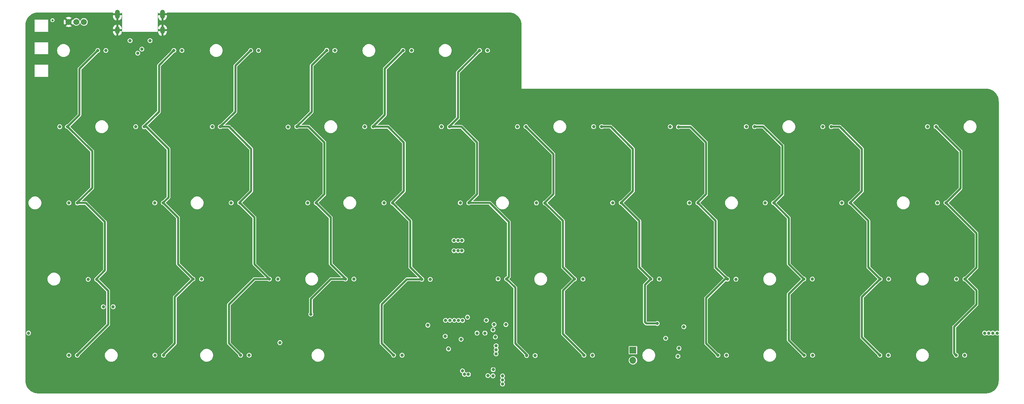
<source format=gbr>
%TF.GenerationSoftware,KiCad,Pcbnew,(7.0.0)*%
%TF.CreationDate,2023-11-27T23:28:23+01:00*%
%TF.ProjectId,the-nicholas-van,7468652d-6e69-4636-986f-6c61732d7661,rev?*%
%TF.SameCoordinates,Original*%
%TF.FileFunction,Copper,L3,Inr*%
%TF.FilePolarity,Positive*%
%FSLAX46Y46*%
G04 Gerber Fmt 4.6, Leading zero omitted, Abs format (unit mm)*
G04 Created by KiCad (PCBNEW (7.0.0)) date 2023-11-27 23:28:23*
%MOMM*%
%LPD*%
G01*
G04 APERTURE LIST*
%TA.AperFunction,ComponentPad*%
%ADD10C,1.500000*%
%TD*%
%TA.AperFunction,ComponentPad*%
%ADD11R,1.700000X1.700000*%
%TD*%
%TA.AperFunction,ComponentPad*%
%ADD12O,1.700000X1.700000*%
%TD*%
%TA.AperFunction,ComponentPad*%
%ADD13O,1.200000X2.250000*%
%TD*%
%TA.AperFunction,ComponentPad*%
%ADD14O,1.200000X1.850000*%
%TD*%
%TA.AperFunction,ViaPad*%
%ADD15C,0.800000*%
%TD*%
%TA.AperFunction,ViaPad*%
%ADD16C,0.620000*%
%TD*%
%TA.AperFunction,ViaPad*%
%ADD17C,0.600000*%
%TD*%
%TA.AperFunction,Conductor*%
%ADD18C,0.500000*%
%TD*%
G04 APERTURE END LIST*
D10*
%TO.N,GND*%
%TO.C,J5*%
X39375000Y-51593750D03*
%TO.N,ARGB*%
X41275000Y-51593750D03*
%TO.N,+5V*%
X43175000Y-51593750D03*
%TD*%
D11*
%TO.N,VBAT*%
%TO.C,SW1*%
X180181249Y-133662499D03*
D12*
%TO.N,BOOT0*%
X180181249Y-136202499D03*
%TD*%
D13*
%TO.N,GND*%
%TO.C,J3*%
X51529999Y-49649999D03*
D14*
X51529999Y-53649999D03*
D13*
X62769999Y-49649999D03*
D14*
X62769999Y-53649999D03*
%TD*%
D15*
%TO.N,*%
X50475344Y-122786056D03*
X48023634Y-122797251D03*
%TO.N,GND*%
X214312500Y-130968750D03*
X219075000Y-81756250D03*
X73025000Y-90297000D03*
X181768750Y-124742241D03*
X130692326Y-128558402D03*
X137572029Y-142288666D03*
X142494000Y-86868000D03*
X132444299Y-124730700D03*
X187325000Y-128587500D03*
X84455000Y-106045000D03*
X130683000Y-134493000D03*
X199644000Y-84074000D03*
X104775000Y-73818750D03*
X130556000Y-90170000D03*
X129016957Y-139313985D03*
X200027079Y-122750277D03*
X130556000Y-103378000D03*
X123317000Y-103505000D03*
X65405000Y-106045000D03*
X129033002Y-141191231D03*
X266700000Y-96837500D03*
X119062500Y-124742241D03*
X211931250Y-124742241D03*
X55117760Y-124719505D03*
X149247390Y-124738163D03*
X75819000Y-90297000D03*
X40781680Y-126989901D03*
X104655601Y-83944962D03*
X106045000Y-103505000D03*
X142875000Y-77787500D03*
X101219000Y-65278000D03*
X130556000Y-97028000D03*
X125857000Y-106045000D03*
X43815000Y-84455000D03*
X128587500Y-124742241D03*
X130713297Y-131550693D03*
X40640000Y-69342000D03*
X119380000Y-65278000D03*
X37084000Y-69342000D03*
X196852079Y-122750277D03*
X106045000Y-106045000D03*
X126206250Y-124742241D03*
X52387500Y-134937500D03*
X126619000Y-97155000D03*
X238935428Y-122908104D03*
X196850000Y-127254000D03*
X140843000Y-112014000D03*
X92202000Y-90170000D03*
X68707000Y-82042000D03*
X124524826Y-86976027D03*
X214312500Y-119856250D03*
X71437500Y-100806250D03*
X40765366Y-124732142D03*
X216154000Y-86614000D03*
X221488000Y-127127000D03*
X64645571Y-126994056D03*
X101600000Y-130968750D03*
X76200000Y-62706250D03*
X247650000Y-92868750D03*
X71437500Y-92868750D03*
X126238000Y-142621000D03*
X93024459Y-129662503D03*
X50006250Y-130968750D03*
X216154000Y-84074000D03*
X204787500Y-92868750D03*
X184943750Y-124742241D03*
X30956250Y-134937500D03*
X147637500Y-103187500D03*
X214312500Y-138906250D03*
X153998695Y-124719850D03*
X220218000Y-105918000D03*
X230996686Y-124742241D03*
X142767073Y-139807927D03*
X104775000Y-124742241D03*
X217487500Y-124742241D03*
X61912500Y-115887500D03*
X147637500Y-92868750D03*
X47625000Y-81756250D03*
X123825000Y-77787500D03*
X116840000Y-65278000D03*
X43146616Y-124732142D03*
X111918750Y-124742241D03*
X178943000Y-84201000D03*
X71128172Y-128570780D03*
X35179000Y-66421000D03*
X235760428Y-122908104D03*
X217678000Y-103378000D03*
X157162500Y-119856250D03*
X228615436Y-124742241D03*
X161925000Y-73818750D03*
X68707000Y-84582000D03*
X98425000Y-87122000D03*
X134424722Y-124710503D03*
X82042000Y-67818000D03*
X95250000Y-87122000D03*
X35052000Y-70231000D03*
X107156250Y-124742241D03*
X160274000Y-127254000D03*
X256381250Y-128587500D03*
X134503087Y-122818544D03*
X181779945Y-122773764D03*
X104775000Y-81756250D03*
X211963000Y-127381000D03*
X140843000Y-109728000D03*
X79502000Y-65278000D03*
X135255000Y-67818000D03*
X123825000Y-124742241D03*
X241300000Y-127254000D03*
X242887500Y-96837500D03*
X150368000Y-103251000D03*
X192087500Y-124742241D03*
X185737500Y-96837500D03*
X171450000Y-124742241D03*
X141287500Y-134937500D03*
X237617000Y-105918000D03*
X65405000Y-82042000D03*
X67159530Y-127037220D03*
X108077000Y-87122000D03*
X137795000Y-67818000D03*
X68707000Y-69469000D03*
X46355000Y-84455000D03*
X49530000Y-103378000D03*
X235966000Y-86614000D03*
X238506000Y-86614000D03*
X52387500Y-96837500D03*
X156379945Y-124719850D03*
X135255000Y-65278000D03*
X226234186Y-124742241D03*
X132449128Y-122829739D03*
X57150000Y-103378000D03*
X60960000Y-65278000D03*
X126619000Y-92456000D03*
X159385000Y-142113000D03*
X124524826Y-83801027D03*
X197104000Y-86614000D03*
X200025000Y-124742241D03*
X121443750Y-124742241D03*
X101600000Y-138906250D03*
X163957000Y-105918000D03*
X140843000Y-119761000D03*
X163957000Y-103378000D03*
X119055920Y-122724483D03*
X62246074Y-126977264D03*
X146843750Y-124742241D03*
X142081250Y-124742241D03*
X176212500Y-124742241D03*
X238887000Y-127254000D03*
X166687500Y-96837500D03*
X184150000Y-138906250D03*
X64601415Y-122748835D03*
X43434000Y-66548000D03*
X226187000Y-127127000D03*
X60977995Y-69177863D03*
X200025000Y-127254000D03*
X180975000Y-77787500D03*
X46355000Y-86995000D03*
X252412500Y-138906250D03*
X90487500Y-124742241D03*
X93677936Y-124742241D03*
X219075000Y-73818750D03*
X83080417Y-84114370D03*
X81788000Y-127254000D03*
X247650000Y-100806250D03*
X241315436Y-124742241D03*
D16*
X37100000Y-51152500D03*
D15*
X126746000Y-108077000D03*
X80935151Y-122670815D03*
X89027000Y-87122000D03*
X30956250Y-92868750D03*
X70485000Y-86995000D03*
X164256199Y-122934226D03*
X126619000Y-94615000D03*
X115062000Y-127381000D03*
X50006250Y-138906250D03*
X101480601Y-83944962D03*
D16*
X29875000Y-51152500D03*
D15*
X130556000Y-101600000D03*
X32893000Y-142748000D03*
X174117000Y-142081250D03*
X123317000Y-106045000D03*
X161417000Y-84328000D03*
X49530000Y-105918000D03*
X49532813Y-128598196D03*
X183007000Y-103378000D03*
X231013000Y-127254000D03*
X151606250Y-58737500D03*
X73025000Y-86995000D03*
X78994000Y-86995000D03*
X35718750Y-119856250D03*
X68707000Y-77216000D03*
X240157000Y-105918000D03*
X196850000Y-124742241D03*
X98551876Y-124738163D03*
X63119000Y-69215000D03*
D16*
X37100000Y-62417500D03*
D15*
X85725000Y-77787500D03*
X238506000Y-84074000D03*
X150368000Y-106426000D03*
X59880260Y-124719505D03*
X148463000Y-128524000D03*
X119062500Y-115887500D03*
X173831250Y-124742241D03*
D16*
X29875000Y-56785000D03*
D15*
X62865000Y-87122000D03*
X195262500Y-115887500D03*
X43434000Y-69342000D03*
X55134074Y-126977264D03*
X252412500Y-111918750D03*
X245999000Y-127254000D03*
X52451000Y-65278000D03*
X134143750Y-130968750D03*
X53975000Y-103378000D03*
X88106250Y-124742241D03*
X111918750Y-134937500D03*
X199517000Y-105918000D03*
X95250000Y-58737500D03*
X161417000Y-105918000D03*
X189323743Y-127000487D03*
X100874516Y-122839837D03*
X199517000Y-103378000D03*
X176212500Y-115887500D03*
X142494000Y-84328000D03*
X117856000Y-87122000D03*
X76759751Y-127079461D03*
X77575445Y-128598196D03*
X264318750Y-73818750D03*
X197104000Y-84074000D03*
X87757000Y-142748000D03*
X45527866Y-124732142D03*
X125857000Y-103505000D03*
X183007000Y-105918000D03*
X152033854Y-124715004D03*
X62865000Y-84582000D03*
X65405000Y-84582000D03*
X67159530Y-124742240D03*
X236243016Y-127624810D03*
X169068750Y-124742241D03*
X181483000Y-86741000D03*
X114300000Y-124742241D03*
X147637500Y-106362500D03*
X264318750Y-81756250D03*
X76267170Y-124738163D03*
X68707000Y-79502000D03*
X104648000Y-90170000D03*
X111918750Y-128587500D03*
X90487500Y-96837500D03*
X43194680Y-126989901D03*
X50006250Y-96837500D03*
X180467000Y-105918000D03*
X217527664Y-122796154D03*
D16*
X37100000Y-62417500D03*
X29875000Y-51152500D03*
D15*
X55653979Y-59080896D03*
X220662500Y-124742241D03*
X47625000Y-73818750D03*
X35718750Y-111918750D03*
X133223000Y-103505000D03*
X116258032Y-122719982D03*
X209550000Y-124742241D03*
X52736510Y-124719505D03*
X47909116Y-124732142D03*
X114427000Y-87122000D03*
X248539000Y-127254000D03*
X59055000Y-59088750D03*
X119888000Y-127381000D03*
X235759186Y-124742241D03*
X238934186Y-124742241D03*
X130556000Y-92456000D03*
X59833074Y-126977264D03*
X98679000Y-67818000D03*
X86995000Y-103505000D03*
X109537500Y-92868750D03*
X144462500Y-124742241D03*
X79502000Y-67818000D03*
X67056000Y-89408000D03*
X132588000Y-108839000D03*
X89154000Y-90170000D03*
X127000000Y-127254000D03*
X76200000Y-54768750D03*
X86995000Y-106045000D03*
X74346751Y-127079461D03*
X36703000Y-142748000D03*
X161142445Y-124719850D03*
X119380000Y-67818000D03*
X161417000Y-86868000D03*
X73818750Y-130968750D03*
X100821686Y-124742241D03*
X85725000Y-124742241D03*
X142875000Y-122428000D03*
X59687000Y-61118750D03*
X252412500Y-119856250D03*
X133350000Y-138049000D03*
X178943000Y-86741000D03*
X84215865Y-127190315D03*
X67131688Y-122754778D03*
X162941000Y-142113000D03*
X200025000Y-77787500D03*
X86255417Y-86995000D03*
X138938000Y-106172000D03*
D16*
X29875000Y-62417500D03*
D15*
X161417000Y-103378000D03*
X92202000Y-87122000D03*
X166687500Y-124742241D03*
X147656277Y-131481250D03*
X220702664Y-122796154D03*
X65405000Y-87122000D03*
X121349826Y-83801027D03*
X103505000Y-106045000D03*
X126619000Y-67818000D03*
X90932000Y-126492000D03*
X211931250Y-134937500D03*
X62992000Y-65278000D03*
X57547074Y-126977264D03*
X47893680Y-126989901D03*
X126619000Y-101600000D03*
X214312500Y-111918750D03*
X108077000Y-90170000D03*
X57499010Y-124719505D03*
X30956250Y-100806250D03*
X164306250Y-124742241D03*
X75819000Y-86995000D03*
X157988000Y-127254000D03*
X46990000Y-103378000D03*
X130556000Y-94615000D03*
X180467000Y-103378000D03*
X116255839Y-124741895D03*
X130556000Y-99314000D03*
X114300000Y-54768750D03*
X109537500Y-100806250D03*
X209679976Y-127243260D03*
X68707000Y-67564000D03*
X114300000Y-90170000D03*
X128651000Y-86995000D03*
X202057000Y-105918000D03*
X177038000Y-142081250D03*
X187325000Y-124742241D03*
X80962500Y-115887500D03*
X202438000Y-127254000D03*
X237617000Y-103378000D03*
X266700000Y-88106250D03*
X98679000Y-65278000D03*
X228600000Y-127127000D03*
X78311211Y-124741143D03*
X204787500Y-124742241D03*
X146833514Y-129397867D03*
X65405000Y-103505000D03*
X50465245Y-126955219D03*
X32543750Y-71437500D03*
X71437500Y-134937500D03*
X111379000Y-87122000D03*
X57531000Y-65659000D03*
X223837500Y-96837500D03*
X86255417Y-84114370D03*
X161925000Y-81756250D03*
X248459186Y-124742241D03*
X139954000Y-86868000D03*
X126619000Y-99314000D03*
X207168750Y-124742241D03*
X103505000Y-103505000D03*
X67945000Y-103505000D03*
X252412500Y-130968750D03*
X72263000Y-127127000D03*
X101219000Y-67818000D03*
X218694000Y-84074000D03*
X95250000Y-90170000D03*
X217551000Y-127254000D03*
X114300000Y-62706250D03*
X218694000Y-86614000D03*
X69123420Y-124738163D03*
D16*
X29875000Y-56785000D03*
D15*
X78338052Y-122687609D03*
X54768750Y-115887500D03*
X246077936Y-124742241D03*
X134239000Y-110109000D03*
X128397000Y-83820000D03*
X218225500Y-128587500D03*
X83080417Y-86995000D03*
X129286000Y-142621000D03*
X250825000Y-127254000D03*
X37101630Y-54199602D03*
X202057000Y-103378000D03*
X124587000Y-90170000D03*
X214312500Y-124742241D03*
X161153640Y-122867056D03*
X133350000Y-62706250D03*
X101480601Y-87119962D03*
X243696686Y-124742241D03*
X73885920Y-124738163D03*
X50456685Y-124730700D03*
X80962500Y-124742241D03*
X124641410Y-127264270D03*
X96059186Y-124742241D03*
X157162500Y-111918750D03*
X223665842Y-124738163D03*
X181483000Y-84201000D03*
X158761195Y-124719850D03*
X194468750Y-124742241D03*
X199644000Y-86614000D03*
X152908000Y-103378000D03*
X70231000Y-90297000D03*
X56642000Y-142748000D03*
X59182000Y-69159697D03*
X133350000Y-54768750D03*
X130937000Y-86995000D03*
X158877000Y-86868000D03*
X233362500Y-134937500D03*
X139954000Y-84328000D03*
X86487000Y-127254000D03*
X240157000Y-103378000D03*
X92680732Y-124674500D03*
X217678000Y-105918000D03*
X98545951Y-122839837D03*
X43815000Y-86995000D03*
X83343750Y-124742241D03*
X159543750Y-128587500D03*
X95123000Y-136779000D03*
X116840000Y-67818000D03*
D16*
X29875000Y-62417500D03*
D15*
X189706250Y-124742241D03*
X253221686Y-124742241D03*
X137795000Y-65278000D03*
X207264000Y-127254000D03*
X84455000Y-103505000D03*
X121349826Y-86976027D03*
X109537500Y-124742241D03*
X78408823Y-127100755D03*
X130968750Y-124742241D03*
X100012500Y-111918750D03*
X73818750Y-138906250D03*
X52721074Y-126977264D03*
X86233000Y-90170000D03*
X60996161Y-71157940D03*
X235966000Y-84074000D03*
X46990000Y-105918000D03*
X204787500Y-100806250D03*
X220218000Y-103378000D03*
X82042000Y-65278000D03*
X71504670Y-124738163D03*
X65405000Y-79502000D03*
X202406250Y-124742241D03*
X52324000Y-71120000D03*
X40640000Y-66548000D03*
X233362500Y-115887500D03*
X68722701Y-71437500D03*
X233377936Y-124742241D03*
X238125000Y-77787500D03*
X124333000Y-67818000D03*
X67945000Y-106045000D03*
X140462000Y-107188000D03*
X64629257Y-124736297D03*
X52959000Y-142748000D03*
X111379000Y-90170000D03*
X204851000Y-127254000D03*
X178593750Y-124742241D03*
X45480680Y-126989901D03*
X152030564Y-122896909D03*
D16*
X37100000Y-51152500D03*
D15*
X62261510Y-124719505D03*
X104655601Y-87119962D03*
X250840436Y-124742241D03*
%TO.N,ROW0*%
X67648225Y-58737500D03*
X134493000Y-126191741D03*
X143874401Y-58747746D03*
X86757503Y-58724331D03*
X135514854Y-106200500D03*
X48649298Y-58737499D03*
X124929108Y-58720208D03*
X105777884Y-58720208D03*
X135509000Y-108799500D03*
%TO.N,COL0*%
X41582957Y-96860554D03*
X39127580Y-77772690D03*
X46635844Y-58737499D03*
X41532725Y-134918567D03*
X46355303Y-115955023D03*
%TO.N,COL1*%
X58217004Y-77813436D03*
X65630929Y-58749027D03*
X63022853Y-134927213D03*
X63005962Y-96849027D03*
X70379459Y-115871849D03*
%TO.N,COL2*%
X89465682Y-115870208D03*
X82288991Y-134902917D03*
X84774789Y-58735859D03*
X82061445Y-96837500D03*
X77202641Y-77787499D03*
%TO.N,COL3*%
X96292024Y-77761563D03*
X101142185Y-96860554D03*
X103754824Y-58685626D03*
X99824482Y-124674500D03*
X108437432Y-115880495D03*
%TO.N,COL4*%
X120439224Y-134901276D03*
X127474942Y-115932368D03*
X115362962Y-77803150D03*
X122785011Y-58720208D03*
X120176975Y-96853149D03*
%TO.N,COL5*%
X134391067Y-77813436D03*
X153661931Y-134977445D03*
X139219130Y-96837499D03*
X141907058Y-58737499D03*
X148665196Y-115845913D03*
%TO.N,ROW1*%
X132393944Y-77761563D03*
X113236156Y-77785859D03*
X136508503Y-108799500D03*
X136514357Y-106200500D03*
X94139281Y-77839373D03*
X189495115Y-77797786D03*
X135584302Y-126191741D03*
X227532152Y-77787499D03*
X75205518Y-77787499D03*
X37144866Y-77807272D03*
X170365218Y-77787500D03*
X151353644Y-77787499D03*
X208467224Y-77789140D03*
X253679673Y-77754558D03*
X56116134Y-77787499D03*
%TO.N,COL6*%
X165599800Y-115871849D03*
X158249439Y-96870441D03*
X153480451Y-77787499D03*
X167960477Y-134920209D03*
%TO.N,COL7*%
X184596286Y-115870208D03*
X177233637Y-96814445D03*
X172388278Y-77761563D03*
X186245500Y-127000000D03*
%TO.N,COL8*%
X201384873Y-134904558D03*
X191544111Y-77823723D03*
X196369130Y-96837500D03*
X203751673Y-115904791D03*
%TO.N,COL9*%
X222862633Y-134914845D03*
X222817323Y-115870209D03*
X210542157Y-77754558D03*
X215326911Y-96849027D03*
%TO.N,COL10*%
X229671927Y-77787499D03*
X241848270Y-115870209D03*
X241798159Y-134920208D03*
X234423021Y-96837500D03*
%TO.N,COL11*%
X263025479Y-115879815D03*
X191393857Y-135185820D03*
X260837192Y-134912524D03*
X255806480Y-77771849D03*
X191674500Y-133188114D03*
X258312931Y-96816086D03*
%TO.N,ROW2*%
X194242323Y-96820209D03*
X137508006Y-108799500D03*
X156122632Y-96853150D03*
X175106830Y-96797154D03*
X118050168Y-96835858D03*
X213200104Y-96831736D03*
X79934638Y-96820209D03*
X137092323Y-96820208D03*
X232296214Y-96820209D03*
X256186124Y-96798795D03*
X136652000Y-126191741D03*
X99015378Y-96843263D03*
X39456150Y-96843263D03*
X60879155Y-96831736D03*
X137513860Y-106200500D03*
%TO.N,ROW3*%
X91592489Y-115887499D03*
X224944130Y-115887500D03*
X167726607Y-115889140D03*
X129601749Y-115949659D03*
X186723093Y-115887499D03*
X146538389Y-115828622D03*
X205878480Y-115922082D03*
X72506266Y-115889140D03*
X260898672Y-115862524D03*
X243975077Y-115887500D03*
X133425211Y-126191741D03*
X110564239Y-115897786D03*
X44228496Y-115937732D03*
%TO.N,ROW4*%
X243924966Y-134937499D03*
X262963999Y-134929815D03*
X145542000Y-127254000D03*
X148463000Y-127254000D03*
X137668000Y-126238000D03*
X143599355Y-126191741D03*
X39405918Y-134901276D03*
X122566031Y-134918567D03*
X84415798Y-134920208D03*
X155788738Y-134994736D03*
X60896046Y-134909922D03*
X203511680Y-134921849D03*
X170087284Y-134937500D03*
X224989440Y-134932136D03*
%TO.N,VBAT*%
X137628225Y-138797732D03*
X143262000Y-129381250D03*
X145840027Y-130370204D03*
X138906250Y-125412500D03*
X188341000Y-130683000D03*
X92075000Y-131762500D03*
X141287500Y-129381250D03*
X145304807Y-138521768D03*
X137287000Y-130937000D03*
%TO.N,APLEX_OUT_PIN_0*%
X129007714Y-127420214D03*
X192881250Y-127793750D03*
%TO.N,VCC*%
X59690000Y-56261000D03*
X54700000Y-56261000D03*
%TO.N,APLEX_EN_PIN_1*%
X145256250Y-128587500D03*
X133350000Y-130175000D03*
%TO.N,D-*%
X57646247Y-58398253D03*
X56600574Y-59401776D03*
%TO.N,AMUX_SEL_2*%
X146050000Y-132556250D03*
X147637500Y-140104346D03*
%TO.N,AMUX_SEL_1*%
X147637500Y-141128944D03*
X146062548Y-133568301D03*
%TO.N,AMUX_SEL_0*%
X146040758Y-134567566D03*
X147637500Y-142128447D03*
%TO.N,ARGB_3V3*%
X29368750Y-129381250D03*
X134143750Y-133350000D03*
D17*
%TO.N,ARGB*%
X35325000Y-51152500D03*
X35325000Y-51152500D03*
D15*
%TO.N,ENC1*%
X268969747Y-129381250D03*
X143983244Y-139999500D03*
%TO.N,ENC2*%
X139119948Y-139705878D03*
X269969250Y-129381250D03*
%TO.N,SW1*%
X145256250Y-140056086D03*
X267970244Y-129381250D03*
%TO.N,SW2*%
X271062500Y-129381250D03*
X138112500Y-139700000D03*
%TD*%
D18*
%TO.N,COL0*%
X46355303Y-115955023D02*
X49212500Y-118812220D01*
X46635844Y-58737499D02*
X42068750Y-63304593D01*
X42068750Y-63304593D02*
X42068750Y-74831520D01*
X41582957Y-96860554D02*
X43679304Y-96860554D01*
X48418750Y-101600000D02*
X48418750Y-113712500D01*
X39797010Y-77103260D02*
X39127580Y-77772690D01*
X43679304Y-96860554D02*
X48418750Y-101600000D01*
X45243750Y-83888860D02*
X45243750Y-93075000D01*
X41532725Y-134918567D02*
X49212500Y-127238792D01*
X45243750Y-93075000D02*
X41481250Y-96837500D01*
X49212500Y-127238792D02*
X49212500Y-127000000D01*
X39127580Y-77772690D02*
X45243750Y-83888860D01*
X42068750Y-74831520D02*
X39797010Y-77103260D01*
X46243750Y-130175000D02*
X41481250Y-134937500D01*
X49212500Y-118812220D02*
X49212500Y-127000000D01*
X39797010Y-77103260D02*
X39112770Y-77787500D01*
X39112770Y-77787500D02*
X38893750Y-77787500D01*
X48418750Y-113712500D02*
X46243750Y-115887500D01*
%TO.N,COL1*%
X64293750Y-95456250D02*
X62912500Y-96837500D01*
X66675000Y-112125000D02*
X70437500Y-115887500D01*
X65630929Y-58749027D02*
X61912500Y-62467456D01*
X64293750Y-83343750D02*
X64293750Y-95456250D01*
X65881250Y-120370058D02*
X65881250Y-131968750D01*
X61912500Y-74025000D02*
X58150000Y-77787500D01*
X58217004Y-77813436D02*
X58763436Y-77813436D01*
X65881250Y-131968750D02*
X62912500Y-134937500D01*
X58763436Y-77813436D02*
X64293750Y-83343750D01*
X61912500Y-62467456D02*
X61912500Y-74025000D01*
X70379459Y-115871849D02*
X65881250Y-120370058D01*
X63005962Y-96849027D02*
X66675000Y-100518065D01*
X66675000Y-100518065D02*
X66675000Y-112125000D01*
%TO.N,COL2*%
X84931250Y-83343750D02*
X84931250Y-93868750D01*
X80962500Y-62548148D02*
X80962500Y-74027640D01*
X79374999Y-77787499D02*
X84931250Y-83343750D01*
X79375000Y-131968750D02*
X79375000Y-131762500D01*
X89465682Y-115870208D02*
X85742292Y-115870208D01*
X84774789Y-58735859D02*
X80962500Y-62548148D01*
X85725000Y-100501055D02*
X85725000Y-112129526D01*
X80962500Y-74027640D02*
X77202641Y-77787499D01*
X84931250Y-93868750D02*
X81962500Y-96837500D01*
X82343750Y-134937500D02*
X79375000Y-131968750D01*
X77202641Y-77787499D02*
X79374999Y-77787499D01*
X79375000Y-122237500D02*
X79375000Y-131762500D01*
X85725000Y-112129526D02*
X89465682Y-115870208D01*
X85742292Y-115870208D02*
X79375000Y-122237500D01*
X82061445Y-96837500D02*
X85725000Y-100501055D01*
%TO.N,COL3*%
X104782005Y-115880495D02*
X99824482Y-120838018D01*
X96292024Y-77761563D02*
X99192813Y-77761563D01*
X103187500Y-81756250D02*
X103187500Y-94662500D01*
X100012500Y-74025000D02*
X96250000Y-77787500D01*
X104775000Y-100493369D02*
X104775000Y-112125000D01*
X108437432Y-115880495D02*
X104782005Y-115880495D01*
X103187500Y-94662500D02*
X101012500Y-96837500D01*
X99824482Y-120838018D02*
X99824482Y-124674500D01*
X100012500Y-62427950D02*
X100012500Y-74025000D01*
X99192813Y-77761563D02*
X103187500Y-81756250D01*
X101142185Y-96860554D02*
X104775000Y-100493369D01*
X103754824Y-58685626D02*
X100012500Y-62427950D01*
X104775000Y-112125000D02*
X108537500Y-115887500D01*
%TO.N,COL4*%
X124618750Y-101294924D02*
X124618750Y-112918750D01*
X120176975Y-96853149D02*
X124618750Y-101294924D01*
X123031250Y-93868750D02*
X120062500Y-96837500D01*
X115362962Y-77803150D02*
X119078150Y-77803150D01*
X119078150Y-77803150D02*
X123031250Y-81756250D01*
X124618750Y-112918750D02*
X127587500Y-115887500D01*
X118268750Y-63293750D02*
X118268750Y-74818750D01*
X122825000Y-58737500D02*
X118268750Y-63293750D01*
X118268750Y-74818750D02*
X115300000Y-77787500D01*
X117475000Y-131968750D02*
X120443750Y-134937500D01*
X123780132Y-115932368D02*
X117475000Y-122237500D01*
X117475000Y-122237500D02*
X117475000Y-131968750D01*
X123031250Y-81756250D02*
X123031250Y-93868750D01*
X127474942Y-115932368D02*
X123780132Y-115932368D01*
%TO.N,COL5*%
X134391067Y-77813436D02*
X137344686Y-77813436D01*
X144462500Y-96837500D02*
X149225000Y-101600000D01*
X141287500Y-94662500D02*
X139112500Y-96837500D01*
X141287500Y-81756250D02*
X141287500Y-94662500D01*
X141907058Y-58737499D02*
X136525000Y-64119557D01*
X149225000Y-101600000D02*
X149225000Y-115286109D01*
X136525000Y-64119557D02*
X136525000Y-75612500D01*
X139112500Y-96837500D02*
X144462500Y-96837500D01*
X150812500Y-131968750D02*
X153781250Y-134937500D01*
X137344686Y-77813436D02*
X141287500Y-81756250D01*
X149225000Y-115286109D02*
X148665196Y-115845913D01*
X148665196Y-115845913D02*
X150812500Y-117993217D01*
X136525000Y-75612500D02*
X134350000Y-77787500D01*
X150812500Y-117993217D02*
X150812500Y-131968750D01*
%TO.N,COL6*%
X162718750Y-129587500D02*
X168068750Y-134937500D01*
X162718750Y-101339752D02*
X162718750Y-112918750D01*
X162718750Y-118752899D02*
X162718750Y-129587500D01*
X160337500Y-94662500D02*
X158162500Y-96837500D01*
X158249439Y-96870441D02*
X162718750Y-101339752D01*
X153480451Y-77787499D02*
X160337500Y-84644548D01*
X160337500Y-84644548D02*
X160337500Y-94662500D01*
X165599800Y-115871849D02*
X162718750Y-118752899D01*
X162718750Y-112918750D02*
X165687500Y-115887500D01*
%TO.N,COL7*%
X183253125Y-114403125D02*
X184596286Y-115746286D01*
X183168232Y-117298262D02*
X183168232Y-126634895D01*
X181768750Y-101349558D02*
X181768750Y-112918750D01*
X180181250Y-83343750D02*
X180181250Y-93868750D01*
X174599063Y-77761563D02*
X180181250Y-83343750D01*
X183533337Y-127000000D02*
X186245500Y-127000000D01*
X177233637Y-96814445D02*
X181768750Y-101349558D01*
X184596286Y-115746286D02*
X184596286Y-115870208D01*
X183253125Y-114403125D02*
X184737500Y-115887500D01*
X180181250Y-93868750D02*
X177212500Y-96837500D01*
X172388278Y-77761563D02*
X174599063Y-77761563D01*
X181768750Y-112918750D02*
X183253125Y-114403125D01*
X183168232Y-126634895D02*
X183533337Y-127000000D01*
X184596286Y-115870208D02*
X183168232Y-117298262D01*
%TO.N,COL8*%
X198437500Y-120650000D02*
X198437500Y-131968750D01*
X198437500Y-81756250D02*
X198437500Y-94662500D01*
X198437500Y-131968750D02*
X201406250Y-134937500D01*
X200818750Y-101287120D02*
X200818750Y-112971868D01*
X194504973Y-77823723D02*
X198437500Y-81756250D01*
X203182709Y-115904791D02*
X198437500Y-120650000D01*
X200818750Y-112971868D02*
X203751673Y-115904791D01*
X196369130Y-96837500D02*
X200818750Y-101287120D01*
X203751673Y-115904791D02*
X203182709Y-115904791D01*
X191544111Y-77823723D02*
X194504973Y-77823723D01*
X198437500Y-94662500D02*
X196262500Y-96837500D01*
%TO.N,COL9*%
X210542157Y-77754558D02*
X212692058Y-77754558D01*
X219075000Y-119612532D02*
X219075000Y-131175000D01*
X222817323Y-115870209D02*
X219075000Y-119612532D01*
X215326911Y-96849027D02*
X219075000Y-100597116D01*
X217487500Y-94662500D02*
X215312500Y-96837500D01*
X212692058Y-77754558D02*
X217487500Y-82550000D01*
X219075000Y-100597116D02*
X219075000Y-112125000D01*
X217487500Y-82550000D02*
X217487500Y-94662500D01*
X219075000Y-112125000D02*
X222837500Y-115887500D01*
X219075000Y-131175000D02*
X222837500Y-134937500D01*
%TO.N,COL10*%
X237331250Y-83343750D02*
X237331250Y-93868750D01*
X229671927Y-77787499D02*
X231774999Y-77787499D01*
X238918750Y-101333229D02*
X238918750Y-112918750D01*
X238918750Y-112918750D02*
X241887500Y-115887500D01*
X231774999Y-77787499D02*
X237331250Y-83343750D01*
X234423021Y-96837500D02*
X238918750Y-101333229D01*
X241848270Y-115870209D02*
X237331250Y-120387229D01*
X237331250Y-93868750D02*
X234362500Y-96837500D01*
X237331250Y-120387229D02*
X237331250Y-130453299D01*
X237331250Y-130453299D02*
X241798159Y-134920208D01*
%TO.N,COL11*%
X265906250Y-118760586D02*
X265906250Y-122237500D01*
X255806480Y-77771849D02*
X261937500Y-83902869D01*
X260350000Y-127793750D02*
X260350000Y-134425332D01*
X265906250Y-104409405D02*
X265906250Y-112999044D01*
X261937500Y-93191517D02*
X258312931Y-96816086D01*
X261937500Y-83902869D02*
X261937500Y-93191517D01*
X258312931Y-96816086D02*
X265906250Y-104409405D01*
X265906250Y-112999044D02*
X263025479Y-115879815D01*
X265906250Y-122237500D02*
X260350000Y-127793750D01*
X263025479Y-115879815D02*
X265906250Y-118760586D01*
X260350000Y-134425332D02*
X260837192Y-134912524D01*
%TD*%
%TA.AperFunction,Conductor*%
%TO.N,GND*%
G36*
X50426632Y-49216368D02*
G01*
X50430000Y-49224500D01*
X50430000Y-49397713D01*
X50430669Y-49399330D01*
X50432287Y-49400000D01*
X52627713Y-49400000D01*
X52629330Y-49399330D01*
X52630000Y-49397713D01*
X52630000Y-49224500D01*
X52633368Y-49216368D01*
X52641500Y-49213000D01*
X52674292Y-49213000D01*
X52680043Y-49214541D01*
X52684253Y-49218753D01*
X52685791Y-49224502D01*
X52684574Y-52387400D01*
X52683934Y-54052599D01*
X52683925Y-54074850D01*
X52683884Y-54074950D01*
X52683924Y-54075049D01*
X52683925Y-54075049D01*
X52684042Y-54075333D01*
X52684425Y-54075491D01*
X52684524Y-54075450D01*
X61624955Y-54075450D01*
X61625054Y-54075491D01*
X61625437Y-54075333D01*
X61625554Y-54075049D01*
X61625553Y-54075049D01*
X61625595Y-54074950D01*
X61625554Y-54074850D01*
X61625566Y-54027131D01*
X61670000Y-54027131D01*
X61670025Y-54027674D01*
X61684912Y-54183578D01*
X61685119Y-54184649D01*
X61743997Y-54385168D01*
X61744397Y-54386168D01*
X61840162Y-54571927D01*
X61840746Y-54572836D01*
X61969938Y-54737117D01*
X61970679Y-54737893D01*
X62128620Y-54874751D01*
X62129510Y-54875384D01*
X62310490Y-54979872D01*
X62311484Y-54980326D01*
X62508962Y-55048675D01*
X62510028Y-55048934D01*
X62518363Y-55050132D01*
X62519636Y-55049949D01*
X62520000Y-55048714D01*
X62520000Y-55044512D01*
X63020000Y-55044512D01*
X63020389Y-55045763D01*
X63021697Y-55045846D01*
X63130875Y-55019359D01*
X63131911Y-55019001D01*
X63322009Y-54932187D01*
X63322941Y-54931648D01*
X63493176Y-54810424D01*
X63494004Y-54809707D01*
X63638212Y-54658465D01*
X63638891Y-54657602D01*
X63751867Y-54481807D01*
X63752372Y-54480829D01*
X63830039Y-54286825D01*
X63830347Y-54285776D01*
X63869895Y-54080578D01*
X63870000Y-54079487D01*
X63870000Y-53902287D01*
X63869330Y-53900669D01*
X63867713Y-53900000D01*
X63022287Y-53900000D01*
X63020669Y-53900669D01*
X63020000Y-53902287D01*
X63020000Y-55044512D01*
X62520000Y-55044512D01*
X62520000Y-53902287D01*
X62519330Y-53900669D01*
X62517713Y-53900000D01*
X61672287Y-53900000D01*
X61670669Y-53900669D01*
X61670000Y-53902287D01*
X61670000Y-54027131D01*
X61625566Y-54027131D01*
X61625727Y-53397713D01*
X61670000Y-53397713D01*
X61670669Y-53399330D01*
X61672287Y-53400000D01*
X62517713Y-53400000D01*
X62519330Y-53399330D01*
X62520000Y-53397713D01*
X63020000Y-53397713D01*
X63020669Y-53399330D01*
X63022287Y-53400000D01*
X63867713Y-53400000D01*
X63869330Y-53399330D01*
X63870000Y-53397713D01*
X63870000Y-53272869D01*
X63869974Y-53272325D01*
X63855087Y-53116421D01*
X63854880Y-53115350D01*
X63796002Y-52914831D01*
X63795602Y-52913831D01*
X63699837Y-52728072D01*
X63699253Y-52727163D01*
X63570061Y-52562882D01*
X63569320Y-52562106D01*
X63411379Y-52425248D01*
X63410489Y-52424615D01*
X63229509Y-52320127D01*
X63228515Y-52319673D01*
X63031037Y-52251324D01*
X63029971Y-52251065D01*
X63021636Y-52249867D01*
X63020363Y-52250050D01*
X63020000Y-52251286D01*
X63020000Y-53397713D01*
X62520000Y-53397713D01*
X62520000Y-52255488D01*
X62519610Y-52254236D01*
X62518302Y-52254153D01*
X62409124Y-52280640D01*
X62408088Y-52280998D01*
X62217990Y-52367812D01*
X62217058Y-52368351D01*
X62046823Y-52489575D01*
X62045995Y-52490292D01*
X61901787Y-52641534D01*
X61901108Y-52642397D01*
X61788132Y-52818192D01*
X61787627Y-52819170D01*
X61709960Y-53013174D01*
X61709652Y-53014223D01*
X61670104Y-53219421D01*
X61670000Y-53220513D01*
X61670000Y-53397713D01*
X61625727Y-53397713D01*
X61626537Y-50227131D01*
X61670000Y-50227131D01*
X61670025Y-50227674D01*
X61684912Y-50383578D01*
X61685119Y-50384649D01*
X61743997Y-50585168D01*
X61744397Y-50586168D01*
X61840162Y-50771927D01*
X61840746Y-50772836D01*
X61969938Y-50937117D01*
X61970679Y-50937893D01*
X62128620Y-51074751D01*
X62129510Y-51075384D01*
X62310490Y-51179872D01*
X62311484Y-51180326D01*
X62508962Y-51248675D01*
X62510028Y-51248934D01*
X62518363Y-51250132D01*
X62519636Y-51249949D01*
X62520000Y-51248714D01*
X62520000Y-51244512D01*
X63020000Y-51244512D01*
X63020389Y-51245763D01*
X63021697Y-51245846D01*
X63130875Y-51219359D01*
X63131911Y-51219001D01*
X63322009Y-51132187D01*
X63322941Y-51131648D01*
X63493176Y-51010424D01*
X63494004Y-51009707D01*
X63638212Y-50858465D01*
X63638891Y-50857602D01*
X63751867Y-50681807D01*
X63752372Y-50680829D01*
X63830039Y-50486825D01*
X63830347Y-50485776D01*
X63869895Y-50280578D01*
X63870000Y-50279487D01*
X63870000Y-49902287D01*
X63869330Y-49900669D01*
X63867713Y-49900000D01*
X63022287Y-49900000D01*
X63020669Y-49900669D01*
X63020000Y-49902287D01*
X63020000Y-51244512D01*
X62520000Y-51244512D01*
X62520000Y-49902287D01*
X62519330Y-49900669D01*
X62517713Y-49900000D01*
X61672287Y-49900000D01*
X61670669Y-49900669D01*
X61670000Y-49902287D01*
X61670000Y-50227131D01*
X61626537Y-50227131D01*
X61626793Y-49224496D01*
X61630162Y-49216367D01*
X61638293Y-49213000D01*
X61658500Y-49213000D01*
X61666632Y-49216368D01*
X61670000Y-49224500D01*
X61670000Y-49397713D01*
X61670669Y-49399330D01*
X61672287Y-49400000D01*
X63867713Y-49400000D01*
X63869330Y-49399330D01*
X63870000Y-49397713D01*
X63870000Y-49224500D01*
X63873368Y-49216368D01*
X63881500Y-49213000D01*
X149224500Y-49213000D01*
X149224703Y-49213000D01*
X149225305Y-49213016D01*
X149358279Y-49219988D01*
X149358317Y-49220006D01*
X149358317Y-49219991D01*
X149358541Y-49220002D01*
X149563552Y-49231522D01*
X149564660Y-49231641D01*
X149725845Y-49257174D01*
X149903189Y-49287311D01*
X149904226Y-49287537D01*
X150066627Y-49331057D01*
X150066797Y-49331104D01*
X150234800Y-49379509D01*
X150235701Y-49379811D01*
X150394610Y-49440813D01*
X150394727Y-49440860D01*
X150554454Y-49507023D01*
X150555237Y-49507384D01*
X150707780Y-49585111D01*
X150708078Y-49585270D01*
X150858411Y-49668358D01*
X150859108Y-49668776D01*
X151003170Y-49762333D01*
X151003449Y-49762522D01*
X151129467Y-49851938D01*
X151143140Y-49861640D01*
X151143722Y-49862082D01*
X151277399Y-49970332D01*
X151277813Y-49970684D01*
X151405281Y-50084597D01*
X151405750Y-50085040D01*
X151527458Y-50206748D01*
X151527901Y-50207217D01*
X151641814Y-50334685D01*
X151642176Y-50335111D01*
X151750416Y-50468776D01*
X151750858Y-50469358D01*
X151777833Y-50507374D01*
X151849962Y-50609030D01*
X151850183Y-50609355D01*
X151909186Y-50700209D01*
X151943720Y-50753387D01*
X151944140Y-50754087D01*
X152027216Y-50904397D01*
X152027398Y-50904739D01*
X152105105Y-51057243D01*
X152105483Y-51058063D01*
X152171611Y-51217703D01*
X152171722Y-51217983D01*
X152232681Y-51376780D01*
X152232995Y-51377717D01*
X152281388Y-51545682D01*
X152281446Y-51545889D01*
X152324959Y-51708267D01*
X152325188Y-51709317D01*
X152355320Y-51886631D01*
X152355341Y-51886759D01*
X152380854Y-52047816D01*
X152380978Y-52048970D01*
X152392509Y-52254181D01*
X152392511Y-52254224D01*
X152399484Y-52387195D01*
X152399500Y-52387797D01*
X152399500Y-52388000D01*
X152399500Y-68262401D01*
X152399459Y-68262500D01*
X152399500Y-68262599D01*
X152399617Y-68262883D01*
X152400000Y-68263041D01*
X152400099Y-68263000D01*
X161924901Y-68263000D01*
X161925099Y-68263000D01*
X235346776Y-68263000D01*
X235346974Y-68263000D01*
X248046776Y-68263000D01*
X248046974Y-68263000D01*
X268287000Y-68263000D01*
X268287203Y-68263000D01*
X268287805Y-68263016D01*
X268420702Y-68269980D01*
X268420740Y-68269998D01*
X268420740Y-68269983D01*
X268420928Y-68269992D01*
X268626064Y-68281513D01*
X268627170Y-68281632D01*
X268788102Y-68307121D01*
X268788219Y-68307186D01*
X268788226Y-68307141D01*
X268965712Y-68337297D01*
X268966762Y-68337527D01*
X269129019Y-68381004D01*
X269129227Y-68381061D01*
X269297333Y-68429491D01*
X269298216Y-68429788D01*
X269423140Y-68477742D01*
X269457024Y-68490749D01*
X269457304Y-68490860D01*
X269504806Y-68510535D01*
X269616975Y-68556997D01*
X269617759Y-68557359D01*
X269709741Y-68604226D01*
X269770270Y-68635067D01*
X269770612Y-68635249D01*
X269920934Y-68718329D01*
X269921634Y-68718749D01*
X270065692Y-68812301D01*
X270065989Y-68812503D01*
X270205660Y-68911605D01*
X270206242Y-68912047D01*
X270339916Y-69020294D01*
X270340342Y-69020656D01*
X270467812Y-69134570D01*
X270468281Y-69135013D01*
X270589985Y-69256717D01*
X270590428Y-69257186D01*
X270704342Y-69384656D01*
X270704704Y-69385082D01*
X270812951Y-69518756D01*
X270813393Y-69519338D01*
X270912481Y-69658989D01*
X270912713Y-69659332D01*
X270942777Y-69705625D01*
X271006249Y-69803364D01*
X271006669Y-69804064D01*
X271089749Y-69954386D01*
X271089931Y-69954728D01*
X271167631Y-70107222D01*
X271168009Y-70108042D01*
X271234138Y-70267694D01*
X271234249Y-70267974D01*
X271295201Y-70426755D01*
X271295516Y-70427692D01*
X271343937Y-70595771D01*
X271343994Y-70595979D01*
X271387471Y-70758236D01*
X271387701Y-70759286D01*
X271417858Y-70936772D01*
X271417878Y-70936899D01*
X271443363Y-71097804D01*
X271443487Y-71098958D01*
X271455017Y-71304258D01*
X271455019Y-71304301D01*
X271461984Y-71437195D01*
X271462000Y-71437797D01*
X271462000Y-128907563D01*
X271458979Y-128915332D01*
X271451502Y-128919019D01*
X271443499Y-128916687D01*
X271441733Y-128915332D01*
X271365341Y-128856714D01*
X271364651Y-128856428D01*
X271364649Y-128856427D01*
X271219953Y-128796492D01*
X271219951Y-128796491D01*
X271219262Y-128796206D01*
X271218520Y-128796108D01*
X271218519Y-128796108D01*
X271063244Y-128775666D01*
X271062500Y-128775568D01*
X271061756Y-128775666D01*
X270906480Y-128796108D01*
X270906477Y-128796108D01*
X270905738Y-128796206D01*
X270905050Y-128796490D01*
X270905046Y-128796492D01*
X270760350Y-128856427D01*
X270760345Y-128856429D01*
X270759659Y-128856714D01*
X270759069Y-128857166D01*
X270759065Y-128857169D01*
X270634815Y-128952509D01*
X270634811Y-128952512D01*
X270634218Y-128952968D01*
X270633762Y-128953561D01*
X270633759Y-128953565D01*
X270538419Y-129077815D01*
X270538416Y-129077819D01*
X270537964Y-129078409D01*
X270537679Y-129079095D01*
X270537677Y-129079100D01*
X270526500Y-129106085D01*
X270520276Y-129112309D01*
X270511474Y-129112309D01*
X270505250Y-129106085D01*
X270494072Y-129079100D01*
X270493786Y-129078409D01*
X270397532Y-128952968D01*
X270316687Y-128890934D01*
X270272684Y-128857169D01*
X270272683Y-128857168D01*
X270272091Y-128856714D01*
X270271401Y-128856428D01*
X270271399Y-128856427D01*
X270126703Y-128796492D01*
X270126701Y-128796491D01*
X270126012Y-128796206D01*
X270125270Y-128796108D01*
X270125269Y-128796108D01*
X269969994Y-128775666D01*
X269969250Y-128775568D01*
X269968506Y-128775666D01*
X269813230Y-128796108D01*
X269813227Y-128796108D01*
X269812488Y-128796206D01*
X269811800Y-128796490D01*
X269811796Y-128796492D01*
X269667100Y-128856427D01*
X269667095Y-128856429D01*
X269666409Y-128856714D01*
X269665819Y-128857166D01*
X269665815Y-128857169D01*
X269541565Y-128952509D01*
X269541561Y-128952512D01*
X269540968Y-128952968D01*
X269540512Y-128953561D01*
X269540509Y-128953565D01*
X269478622Y-129034218D01*
X269472956Y-129038185D01*
X269466040Y-129038185D01*
X269460374Y-129034218D01*
X269398487Y-128953565D01*
X269398029Y-128952968D01*
X269317184Y-128890934D01*
X269273181Y-128857169D01*
X269273180Y-128857168D01*
X269272588Y-128856714D01*
X269271898Y-128856428D01*
X269271896Y-128856427D01*
X269127200Y-128796492D01*
X269127198Y-128796491D01*
X269126509Y-128796206D01*
X269125767Y-128796108D01*
X269125766Y-128796108D01*
X268970491Y-128775666D01*
X268969747Y-128775568D01*
X268969003Y-128775666D01*
X268813727Y-128796108D01*
X268813724Y-128796108D01*
X268812985Y-128796206D01*
X268812297Y-128796490D01*
X268812293Y-128796492D01*
X268667597Y-128856427D01*
X268667592Y-128856429D01*
X268666906Y-128856714D01*
X268666316Y-128857166D01*
X268666312Y-128857169D01*
X268542062Y-128952509D01*
X268542058Y-128952512D01*
X268541465Y-128952968D01*
X268541009Y-128953561D01*
X268541006Y-128953565D01*
X268479119Y-129034218D01*
X268473453Y-129038185D01*
X268466537Y-129038185D01*
X268460871Y-129034218D01*
X268398984Y-128953565D01*
X268398526Y-128952968D01*
X268317681Y-128890934D01*
X268273678Y-128857169D01*
X268273677Y-128857168D01*
X268273085Y-128856714D01*
X268272395Y-128856428D01*
X268272393Y-128856427D01*
X268127697Y-128796492D01*
X268127695Y-128796491D01*
X268127006Y-128796206D01*
X268126264Y-128796108D01*
X268126263Y-128796108D01*
X267970988Y-128775666D01*
X267970244Y-128775568D01*
X267969500Y-128775666D01*
X267814224Y-128796108D01*
X267814221Y-128796108D01*
X267813482Y-128796206D01*
X267812794Y-128796490D01*
X267812790Y-128796492D01*
X267668094Y-128856427D01*
X267668089Y-128856429D01*
X267667403Y-128856714D01*
X267666813Y-128857166D01*
X267666809Y-128857169D01*
X267542559Y-128952509D01*
X267542555Y-128952512D01*
X267541962Y-128952968D01*
X267541506Y-128953561D01*
X267541503Y-128953565D01*
X267446163Y-129077815D01*
X267446160Y-129077819D01*
X267445708Y-129078409D01*
X267445423Y-129079095D01*
X267445421Y-129079100D01*
X267385486Y-129223796D01*
X267385484Y-129223800D01*
X267385200Y-129224488D01*
X267364562Y-129381250D01*
X267385200Y-129538012D01*
X267385485Y-129538701D01*
X267385486Y-129538703D01*
X267436875Y-129662768D01*
X267445708Y-129684091D01*
X267446162Y-129684683D01*
X267446163Y-129684684D01*
X267527413Y-129790572D01*
X267541962Y-129809532D01*
X267667403Y-129905786D01*
X267813482Y-129966294D01*
X267970244Y-129986932D01*
X268127006Y-129966294D01*
X268273085Y-129905786D01*
X268398526Y-129809532D01*
X268460872Y-129728279D01*
X268466537Y-129724313D01*
X268473453Y-129724313D01*
X268479117Y-129728279D01*
X268541465Y-129809532D01*
X268666906Y-129905786D01*
X268812985Y-129966294D01*
X268969747Y-129986932D01*
X269126509Y-129966294D01*
X269272588Y-129905786D01*
X269398029Y-129809532D01*
X269460375Y-129728279D01*
X269466040Y-129724313D01*
X269472956Y-129724313D01*
X269478620Y-129728279D01*
X269540968Y-129809532D01*
X269666409Y-129905786D01*
X269812488Y-129966294D01*
X269969250Y-129986932D01*
X270126012Y-129966294D01*
X270272091Y-129905786D01*
X270397532Y-129809532D01*
X270493786Y-129684091D01*
X270505250Y-129656413D01*
X270509486Y-129651253D01*
X270515875Y-129649315D01*
X270522264Y-129651253D01*
X270526499Y-129656413D01*
X270537964Y-129684091D01*
X270538418Y-129684683D01*
X270538419Y-129684684D01*
X270619669Y-129790572D01*
X270634218Y-129809532D01*
X270759659Y-129905786D01*
X270905738Y-129966294D01*
X271062500Y-129986932D01*
X271219262Y-129966294D01*
X271365341Y-129905786D01*
X271443499Y-129845812D01*
X271451502Y-129843481D01*
X271458979Y-129847168D01*
X271462000Y-129854937D01*
X271462000Y-141287203D01*
X271461984Y-141287805D01*
X271455019Y-141420698D01*
X271455017Y-141420741D01*
X271443487Y-141626040D01*
X271443363Y-141627194D01*
X271417878Y-141788100D01*
X271417858Y-141788227D01*
X271387701Y-141965712D01*
X271387471Y-141966762D01*
X271343994Y-142129019D01*
X271343937Y-142129227D01*
X271295516Y-142297306D01*
X271295201Y-142298243D01*
X271234249Y-142457024D01*
X271234138Y-142457304D01*
X271168009Y-142616956D01*
X271167631Y-142617776D01*
X271089931Y-142770270D01*
X271089749Y-142770612D01*
X271006669Y-142920934D01*
X271006249Y-142921634D01*
X270912730Y-143065642D01*
X270912464Y-143066034D01*
X270813393Y-143205660D01*
X270812951Y-143206242D01*
X270704704Y-143339916D01*
X270704342Y-143340342D01*
X270590428Y-143467812D01*
X270589985Y-143468281D01*
X270468281Y-143589985D01*
X270467812Y-143590428D01*
X270340342Y-143704342D01*
X270339916Y-143704704D01*
X270206242Y-143812951D01*
X270205660Y-143813393D01*
X270066034Y-143912464D01*
X270065642Y-143912730D01*
X269921634Y-144006249D01*
X269920934Y-144006669D01*
X269770612Y-144089749D01*
X269770270Y-144089931D01*
X269617776Y-144167631D01*
X269616956Y-144168009D01*
X269457304Y-144234138D01*
X269457024Y-144234249D01*
X269298243Y-144295201D01*
X269297306Y-144295516D01*
X269129227Y-144343937D01*
X269129019Y-144343994D01*
X268966762Y-144387471D01*
X268965712Y-144387701D01*
X268788227Y-144417858D01*
X268788100Y-144417878D01*
X268627194Y-144443363D01*
X268626040Y-144443487D01*
X268420741Y-144455017D01*
X268420698Y-144455019D01*
X268287805Y-144461984D01*
X268287203Y-144462000D01*
X31750297Y-144462000D01*
X31749695Y-144461984D01*
X31616800Y-144455019D01*
X31616758Y-144454999D01*
X31616758Y-144455017D01*
X31411458Y-144443487D01*
X31410304Y-144443363D01*
X31249398Y-144417878D01*
X31249280Y-144417809D01*
X31249272Y-144417858D01*
X31071786Y-144387701D01*
X31070736Y-144387471D01*
X30908479Y-144343994D01*
X30908271Y-144343937D01*
X30740192Y-144295516D01*
X30739255Y-144295201D01*
X30580474Y-144234249D01*
X30580194Y-144234138D01*
X30420542Y-144168009D01*
X30419722Y-144167631D01*
X30267228Y-144089931D01*
X30266886Y-144089749D01*
X30116564Y-144006669D01*
X30115864Y-144006249D01*
X30042874Y-143958849D01*
X29971832Y-143912713D01*
X29971489Y-143912481D01*
X29874999Y-143844018D01*
X29831838Y-143813393D01*
X29831256Y-143812951D01*
X29697582Y-143704704D01*
X29697156Y-143704342D01*
X29569686Y-143590428D01*
X29569217Y-143589985D01*
X29447513Y-143468281D01*
X29447070Y-143467812D01*
X29333156Y-143340342D01*
X29332794Y-143339916D01*
X29224547Y-143206242D01*
X29224105Y-143205660D01*
X29125003Y-143065989D01*
X29124801Y-143065692D01*
X29031249Y-142921634D01*
X29030829Y-142920934D01*
X28947749Y-142770612D01*
X28947567Y-142770270D01*
X28918686Y-142713588D01*
X28869859Y-142617759D01*
X28869497Y-142616975D01*
X28803360Y-142457304D01*
X28803249Y-142457024D01*
X28790242Y-142423140D01*
X28742288Y-142298216D01*
X28741991Y-142297333D01*
X28693561Y-142129227D01*
X28693504Y-142129019D01*
X28693351Y-142128447D01*
X147031818Y-142128447D01*
X147052456Y-142285209D01*
X147112964Y-142431288D01*
X147209218Y-142556729D01*
X147334659Y-142652983D01*
X147480738Y-142713491D01*
X147637500Y-142734129D01*
X147794262Y-142713491D01*
X147940341Y-142652983D01*
X148065782Y-142556729D01*
X148162036Y-142431288D01*
X148222544Y-142285209D01*
X148243182Y-142128447D01*
X148222544Y-141971685D01*
X148162036Y-141825606D01*
X148065782Y-141700165D01*
X147984529Y-141637817D01*
X147980563Y-141632153D01*
X147980563Y-141625237D01*
X147984529Y-141619572D01*
X148065782Y-141557226D01*
X148162036Y-141431785D01*
X148222544Y-141285706D01*
X148243182Y-141128944D01*
X148222544Y-140972182D01*
X148162036Y-140826103D01*
X148065782Y-140700662D01*
X148015094Y-140661768D01*
X147968178Y-140625768D01*
X147964211Y-140620102D01*
X147964211Y-140613186D01*
X147968175Y-140607523D01*
X148065782Y-140532628D01*
X148162036Y-140407187D01*
X148222544Y-140261108D01*
X148243182Y-140104346D01*
X148222544Y-139947584D01*
X148162036Y-139801505D01*
X148065782Y-139676064D01*
X147940341Y-139579810D01*
X147939651Y-139579524D01*
X147939649Y-139579523D01*
X147794953Y-139519588D01*
X147794951Y-139519587D01*
X147794262Y-139519302D01*
X147793520Y-139519204D01*
X147793519Y-139519204D01*
X147638244Y-139498762D01*
X147637500Y-139498664D01*
X147636756Y-139498762D01*
X147481480Y-139519204D01*
X147481477Y-139519204D01*
X147480738Y-139519302D01*
X147480050Y-139519586D01*
X147480046Y-139519588D01*
X147335350Y-139579523D01*
X147335345Y-139579525D01*
X147334659Y-139579810D01*
X147334069Y-139580262D01*
X147334065Y-139580265D01*
X147209815Y-139675605D01*
X147209811Y-139675608D01*
X147209218Y-139676064D01*
X147208762Y-139676657D01*
X147208759Y-139676661D01*
X147113419Y-139800911D01*
X147113416Y-139800915D01*
X147112964Y-139801505D01*
X147112679Y-139802191D01*
X147112677Y-139802196D01*
X147052742Y-139946892D01*
X147052740Y-139946896D01*
X147052456Y-139947584D01*
X147052358Y-139948323D01*
X147052358Y-139948326D01*
X147038074Y-140056830D01*
X147031818Y-140104346D01*
X147052456Y-140261108D01*
X147052741Y-140261797D01*
X147052742Y-140261799D01*
X147093219Y-140359520D01*
X147112964Y-140407187D01*
X147113418Y-140407779D01*
X147113419Y-140407780D01*
X147202844Y-140524322D01*
X147209218Y-140532628D01*
X147209815Y-140533086D01*
X147306820Y-140607521D01*
X147310787Y-140613187D01*
X147310787Y-140620103D01*
X147306820Y-140625769D01*
X147209815Y-140700203D01*
X147209811Y-140700206D01*
X147209218Y-140700662D01*
X147208762Y-140701255D01*
X147208759Y-140701259D01*
X147113419Y-140825509D01*
X147113416Y-140825513D01*
X147112964Y-140826103D01*
X147112679Y-140826789D01*
X147112677Y-140826794D01*
X147052742Y-140971490D01*
X147052740Y-140971494D01*
X147052456Y-140972182D01*
X147031818Y-141128944D01*
X147052456Y-141285706D01*
X147052741Y-141286395D01*
X147052742Y-141286397D01*
X147108371Y-141420698D01*
X147112964Y-141431785D01*
X147113418Y-141432377D01*
X147113419Y-141432378D01*
X147129949Y-141453921D01*
X147209218Y-141557226D01*
X147209815Y-141557684D01*
X147290468Y-141619571D01*
X147294435Y-141625237D01*
X147294435Y-141632153D01*
X147290468Y-141637819D01*
X147209815Y-141699706D01*
X147209811Y-141699709D01*
X147209218Y-141700165D01*
X147208762Y-141700758D01*
X147208759Y-141700762D01*
X147113419Y-141825012D01*
X147113416Y-141825016D01*
X147112964Y-141825606D01*
X147112679Y-141826292D01*
X147112677Y-141826297D01*
X147052742Y-141970993D01*
X147052740Y-141970997D01*
X147052456Y-141971685D01*
X147031818Y-142128447D01*
X28693351Y-142128447D01*
X28650027Y-141966762D01*
X28649797Y-141965712D01*
X28619641Y-141788227D01*
X28594132Y-141627170D01*
X28594013Y-141626064D01*
X28582483Y-141420741D01*
X28575516Y-141287805D01*
X28575500Y-141287203D01*
X28575500Y-138797732D01*
X137022543Y-138797732D01*
X137043181Y-138954494D01*
X137043466Y-138955183D01*
X137043467Y-138955185D01*
X137103313Y-139099667D01*
X137103689Y-139100573D01*
X137104143Y-139101165D01*
X137104144Y-139101166D01*
X137160934Y-139175177D01*
X137199943Y-139226014D01*
X137325384Y-139322268D01*
X137471463Y-139382776D01*
X137572731Y-139396107D01*
X137578997Y-139399030D01*
X137582455Y-139405020D01*
X137581853Y-139411910D01*
X137527742Y-139542546D01*
X137527740Y-139542550D01*
X137527456Y-139543238D01*
X137506818Y-139700000D01*
X137506916Y-139700744D01*
X137525518Y-139842046D01*
X137527456Y-139856762D01*
X137527741Y-139857451D01*
X137527742Y-139857453D01*
X137565075Y-139947584D01*
X137587964Y-140002841D01*
X137684218Y-140128282D01*
X137809659Y-140224536D01*
X137955738Y-140285044D01*
X138112500Y-140305682D01*
X138269262Y-140285044D01*
X138415341Y-140224536D01*
X138540782Y-140128282D01*
X138604845Y-140044790D01*
X138610510Y-140040825D01*
X138617426Y-140040825D01*
X138623090Y-140044791D01*
X138691666Y-140134160D01*
X138817107Y-140230414D01*
X138963186Y-140290922D01*
X139119948Y-140311560D01*
X139276710Y-140290922D01*
X139422789Y-140230414D01*
X139548230Y-140134160D01*
X139644484Y-140008719D01*
X139648303Y-139999500D01*
X143377562Y-139999500D01*
X143377660Y-140000244D01*
X143395350Y-140134618D01*
X143398200Y-140156262D01*
X143398485Y-140156951D01*
X143398486Y-140156953D01*
X143451583Y-140285141D01*
X143458708Y-140302341D01*
X143554962Y-140427782D01*
X143680403Y-140524036D01*
X143826482Y-140584544D01*
X143983244Y-140605182D01*
X144140006Y-140584544D01*
X144286085Y-140524036D01*
X144411526Y-140427782D01*
X144507780Y-140302341D01*
X144568288Y-140156262D01*
X144581476Y-140056086D01*
X144650568Y-140056086D01*
X144650666Y-140056830D01*
X144663658Y-140155519D01*
X144671206Y-140212848D01*
X144671491Y-140213537D01*
X144671492Y-140213539D01*
X144709618Y-140305584D01*
X144731714Y-140358927D01*
X144827968Y-140484368D01*
X144953409Y-140580622D01*
X145099488Y-140641130D01*
X145256250Y-140661768D01*
X145413012Y-140641130D01*
X145559091Y-140580622D01*
X145684532Y-140484368D01*
X145780786Y-140358927D01*
X145841294Y-140212848D01*
X145861932Y-140056086D01*
X145841294Y-139899324D01*
X145780786Y-139753245D01*
X145684532Y-139627804D01*
X145610787Y-139571218D01*
X145559684Y-139532005D01*
X145559683Y-139532004D01*
X145559091Y-139531550D01*
X145558401Y-139531264D01*
X145558399Y-139531263D01*
X145413703Y-139471328D01*
X145413701Y-139471327D01*
X145413012Y-139471042D01*
X145412270Y-139470944D01*
X145412269Y-139470944D01*
X145256994Y-139450502D01*
X145256250Y-139450404D01*
X145255506Y-139450502D01*
X145100230Y-139470944D01*
X145100227Y-139470944D01*
X145099488Y-139471042D01*
X145098800Y-139471326D01*
X145098796Y-139471328D01*
X144954100Y-139531263D01*
X144954095Y-139531265D01*
X144953409Y-139531550D01*
X144952819Y-139532002D01*
X144952815Y-139532005D01*
X144828565Y-139627345D01*
X144828561Y-139627348D01*
X144827968Y-139627804D01*
X144827512Y-139628397D01*
X144827509Y-139628401D01*
X144732169Y-139752651D01*
X144732166Y-139752655D01*
X144731714Y-139753245D01*
X144731429Y-139753931D01*
X144731427Y-139753936D01*
X144671492Y-139898632D01*
X144671490Y-139898636D01*
X144671206Y-139899324D01*
X144671108Y-139900063D01*
X144671108Y-139900066D01*
X144664852Y-139947584D01*
X144650568Y-140056086D01*
X144581476Y-140056086D01*
X144588926Y-139999500D01*
X144568288Y-139842738D01*
X144507780Y-139696659D01*
X144411526Y-139571218D01*
X144360422Y-139532005D01*
X144286678Y-139475419D01*
X144286677Y-139475418D01*
X144286085Y-139474964D01*
X144285395Y-139474678D01*
X144285393Y-139474677D01*
X144140697Y-139414742D01*
X144140695Y-139414741D01*
X144140006Y-139414456D01*
X144139264Y-139414358D01*
X144139263Y-139414358D01*
X143983988Y-139393916D01*
X143983244Y-139393818D01*
X143982500Y-139393916D01*
X143827224Y-139414358D01*
X143827221Y-139414358D01*
X143826482Y-139414456D01*
X143825794Y-139414740D01*
X143825790Y-139414742D01*
X143681094Y-139474677D01*
X143681089Y-139474679D01*
X143680403Y-139474964D01*
X143679813Y-139475416D01*
X143679809Y-139475419D01*
X143555559Y-139570759D01*
X143555555Y-139570762D01*
X143554962Y-139571218D01*
X143554506Y-139571811D01*
X143554503Y-139571815D01*
X143459163Y-139696065D01*
X143459160Y-139696069D01*
X143458708Y-139696659D01*
X143458423Y-139697345D01*
X143458421Y-139697350D01*
X143398486Y-139842046D01*
X143398484Y-139842050D01*
X143398200Y-139842738D01*
X143398102Y-139843477D01*
X143398102Y-139843480D01*
X143384488Y-139946892D01*
X143377562Y-139999500D01*
X139648303Y-139999500D01*
X139704992Y-139862640D01*
X139725630Y-139705878D01*
X139704992Y-139549116D01*
X139644484Y-139403037D01*
X139548230Y-139277596D01*
X139539971Y-139271259D01*
X139423382Y-139181797D01*
X139423381Y-139181796D01*
X139422789Y-139181342D01*
X139422099Y-139181056D01*
X139422097Y-139181055D01*
X139277401Y-139121120D01*
X139277399Y-139121119D01*
X139276710Y-139120834D01*
X139275968Y-139120736D01*
X139275967Y-139120736D01*
X139127316Y-139101166D01*
X139119948Y-139100196D01*
X139112580Y-139101166D01*
X138963928Y-139120736D01*
X138963925Y-139120736D01*
X138963186Y-139120834D01*
X138962498Y-139121118D01*
X138962494Y-139121120D01*
X138817798Y-139181055D01*
X138817793Y-139181057D01*
X138817107Y-139181342D01*
X138816517Y-139181794D01*
X138816513Y-139181797D01*
X138692263Y-139277137D01*
X138692259Y-139277140D01*
X138691666Y-139277596D01*
X138691210Y-139278189D01*
X138691207Y-139278193D01*
X138627603Y-139361084D01*
X138621937Y-139365051D01*
X138615021Y-139365051D01*
X138609355Y-139361084D01*
X138541240Y-139272315D01*
X138540782Y-139271718D01*
X138415341Y-139175464D01*
X138414651Y-139175178D01*
X138414649Y-139175177D01*
X138269953Y-139115242D01*
X138269951Y-139115241D01*
X138269262Y-139114956D01*
X138268520Y-139114858D01*
X138268519Y-139114858D01*
X138167994Y-139101623D01*
X138161726Y-139098700D01*
X138158268Y-139092710D01*
X138158869Y-139085822D01*
X138213269Y-138954494D01*
X138233907Y-138797732D01*
X138213269Y-138640970D01*
X138163894Y-138521768D01*
X144699125Y-138521768D01*
X144719763Y-138678530D01*
X144780271Y-138824609D01*
X144876525Y-138950050D01*
X145001966Y-139046304D01*
X145148045Y-139106812D01*
X145304807Y-139127450D01*
X145461569Y-139106812D01*
X145607648Y-139046304D01*
X145733089Y-138950050D01*
X145829343Y-138824609D01*
X145889851Y-138678530D01*
X145910489Y-138521768D01*
X145889851Y-138365006D01*
X145829343Y-138218927D01*
X145733089Y-138093486D01*
X145607648Y-137997232D01*
X145606958Y-137996946D01*
X145606956Y-137996945D01*
X145462260Y-137937010D01*
X145462258Y-137937009D01*
X145461569Y-137936724D01*
X145460827Y-137936626D01*
X145460826Y-137936626D01*
X145305551Y-137916184D01*
X145304807Y-137916086D01*
X145304063Y-137916184D01*
X145148787Y-137936626D01*
X145148784Y-137936626D01*
X145148045Y-137936724D01*
X145147357Y-137937008D01*
X145147353Y-137937010D01*
X145002657Y-137996945D01*
X145002652Y-137996947D01*
X145001966Y-137997232D01*
X145001376Y-137997684D01*
X145001372Y-137997687D01*
X144877122Y-138093027D01*
X144877118Y-138093030D01*
X144876525Y-138093486D01*
X144876069Y-138094079D01*
X144876066Y-138094083D01*
X144780726Y-138218333D01*
X144780723Y-138218337D01*
X144780271Y-138218927D01*
X144779986Y-138219613D01*
X144779984Y-138219618D01*
X144720049Y-138364314D01*
X144720047Y-138364318D01*
X144719763Y-138365006D01*
X144699125Y-138521768D01*
X138163894Y-138521768D01*
X138152761Y-138494891D01*
X138056507Y-138369450D01*
X138051682Y-138365748D01*
X137931659Y-138273651D01*
X137931658Y-138273650D01*
X137931066Y-138273196D01*
X137930376Y-138272910D01*
X137930374Y-138272909D01*
X137785678Y-138212974D01*
X137785676Y-138212973D01*
X137784987Y-138212688D01*
X137784245Y-138212590D01*
X137784244Y-138212590D01*
X137628969Y-138192148D01*
X137628225Y-138192050D01*
X137627481Y-138192148D01*
X137472205Y-138212590D01*
X137472202Y-138212590D01*
X137471463Y-138212688D01*
X137470775Y-138212972D01*
X137470771Y-138212974D01*
X137326075Y-138272909D01*
X137326070Y-138272911D01*
X137325384Y-138273196D01*
X137324794Y-138273648D01*
X137324790Y-138273651D01*
X137200540Y-138368991D01*
X137200536Y-138368994D01*
X137199943Y-138369450D01*
X137199487Y-138370043D01*
X137199484Y-138370047D01*
X137104144Y-138494297D01*
X137104141Y-138494301D01*
X137103689Y-138494891D01*
X137103404Y-138495577D01*
X137103402Y-138495582D01*
X137043467Y-138640278D01*
X137043465Y-138640282D01*
X137043181Y-138640970D01*
X137022543Y-138797732D01*
X28575500Y-138797732D01*
X28575500Y-134901276D01*
X38800236Y-134901276D01*
X38802631Y-134919465D01*
X38816967Y-135028366D01*
X38820874Y-135058038D01*
X38821159Y-135058727D01*
X38821160Y-135058729D01*
X38875157Y-135189090D01*
X38881382Y-135204117D01*
X38881836Y-135204709D01*
X38881837Y-135204710D01*
X38973996Y-135324815D01*
X38977636Y-135329558D01*
X39103077Y-135425812D01*
X39249156Y-135486320D01*
X39405918Y-135506958D01*
X39562680Y-135486320D01*
X39708759Y-135425812D01*
X39834200Y-135329558D01*
X39930454Y-135204117D01*
X39990962Y-135058038D01*
X40011600Y-134901276D01*
X39990962Y-134744514D01*
X39930454Y-134598435D01*
X39834200Y-134472994D01*
X39793011Y-134441389D01*
X39709352Y-134377195D01*
X39709351Y-134377194D01*
X39708759Y-134376740D01*
X39708069Y-134376454D01*
X39708067Y-134376453D01*
X39563371Y-134316518D01*
X39563369Y-134316517D01*
X39562680Y-134316232D01*
X39561938Y-134316134D01*
X39561937Y-134316134D01*
X39406662Y-134295692D01*
X39405918Y-134295594D01*
X39405174Y-134295692D01*
X39249898Y-134316134D01*
X39249895Y-134316134D01*
X39249156Y-134316232D01*
X39248468Y-134316516D01*
X39248464Y-134316518D01*
X39103768Y-134376453D01*
X39103763Y-134376455D01*
X39103077Y-134376740D01*
X39102487Y-134377192D01*
X39102483Y-134377195D01*
X38978233Y-134472535D01*
X38978229Y-134472538D01*
X38977636Y-134472994D01*
X38977180Y-134473587D01*
X38977177Y-134473591D01*
X38881837Y-134597841D01*
X38881834Y-134597845D01*
X38881382Y-134598435D01*
X38881097Y-134599121D01*
X38881095Y-134599126D01*
X38821160Y-134743822D01*
X38821158Y-134743826D01*
X38820874Y-134744514D01*
X38820776Y-134745253D01*
X38820776Y-134745256D01*
X38808661Y-134837282D01*
X38800236Y-134901276D01*
X28575500Y-134901276D01*
X28575500Y-129381250D01*
X28763068Y-129381250D01*
X28783706Y-129538012D01*
X28783991Y-129538701D01*
X28783992Y-129538703D01*
X28835381Y-129662768D01*
X28844214Y-129684091D01*
X28844668Y-129684683D01*
X28844669Y-129684684D01*
X28925919Y-129790572D01*
X28940468Y-129809532D01*
X29065909Y-129905786D01*
X29211988Y-129966294D01*
X29368750Y-129986932D01*
X29525512Y-129966294D01*
X29671591Y-129905786D01*
X29797032Y-129809532D01*
X29893286Y-129684091D01*
X29953794Y-129538012D01*
X29974432Y-129381250D01*
X29953794Y-129224488D01*
X29893286Y-129078409D01*
X29797032Y-128952968D01*
X29716187Y-128890934D01*
X29672184Y-128857169D01*
X29672183Y-128857168D01*
X29671591Y-128856714D01*
X29670901Y-128856428D01*
X29670899Y-128856427D01*
X29526203Y-128796492D01*
X29526201Y-128796491D01*
X29525512Y-128796206D01*
X29524770Y-128796108D01*
X29524769Y-128796108D01*
X29369494Y-128775666D01*
X29368750Y-128775568D01*
X29368006Y-128775666D01*
X29212730Y-128796108D01*
X29212727Y-128796108D01*
X29211988Y-128796206D01*
X29211300Y-128796490D01*
X29211296Y-128796492D01*
X29066600Y-128856427D01*
X29066595Y-128856429D01*
X29065909Y-128856714D01*
X29065319Y-128857166D01*
X29065315Y-128857169D01*
X28941065Y-128952509D01*
X28941061Y-128952512D01*
X28940468Y-128952968D01*
X28940012Y-128953561D01*
X28940009Y-128953565D01*
X28844669Y-129077815D01*
X28844666Y-129077819D01*
X28844214Y-129078409D01*
X28843929Y-129079095D01*
X28843927Y-129079100D01*
X28783992Y-129223796D01*
X28783990Y-129223800D01*
X28783706Y-129224488D01*
X28763068Y-129381250D01*
X28575500Y-129381250D01*
X28575500Y-122797251D01*
X47417952Y-122797251D01*
X47438590Y-122954013D01*
X47438875Y-122954702D01*
X47438876Y-122954704D01*
X47494706Y-123089490D01*
X47499098Y-123100092D01*
X47595352Y-123225533D01*
X47720793Y-123321787D01*
X47866872Y-123382295D01*
X48023634Y-123402933D01*
X48180396Y-123382295D01*
X48326475Y-123321787D01*
X48451916Y-123225533D01*
X48548170Y-123100092D01*
X48608678Y-122954013D01*
X48629316Y-122797251D01*
X48608678Y-122640489D01*
X48548170Y-122494410D01*
X48451916Y-122368969D01*
X48438104Y-122358371D01*
X48327068Y-122273170D01*
X48327067Y-122273169D01*
X48326475Y-122272715D01*
X48325785Y-122272429D01*
X48325783Y-122272428D01*
X48181087Y-122212493D01*
X48181085Y-122212492D01*
X48180396Y-122212207D01*
X48179654Y-122212109D01*
X48179653Y-122212109D01*
X48024378Y-122191667D01*
X48023634Y-122191569D01*
X48022890Y-122191667D01*
X47867614Y-122212109D01*
X47867611Y-122212109D01*
X47866872Y-122212207D01*
X47866184Y-122212491D01*
X47866180Y-122212493D01*
X47721484Y-122272428D01*
X47721479Y-122272430D01*
X47720793Y-122272715D01*
X47720203Y-122273167D01*
X47720199Y-122273170D01*
X47595949Y-122368510D01*
X47595945Y-122368513D01*
X47595352Y-122368969D01*
X47594896Y-122369562D01*
X47594893Y-122369566D01*
X47499553Y-122493816D01*
X47499550Y-122493820D01*
X47499098Y-122494410D01*
X47498813Y-122495096D01*
X47498811Y-122495101D01*
X47438876Y-122639797D01*
X47438874Y-122639801D01*
X47438590Y-122640489D01*
X47417952Y-122797251D01*
X28575500Y-122797251D01*
X28575500Y-115887500D01*
X34113301Y-115887500D01*
X34113336Y-115887945D01*
X34133031Y-116138198D01*
X34133032Y-116138205D01*
X34133067Y-116138648D01*
X34133172Y-116139088D01*
X34133173Y-116139090D01*
X34191698Y-116382868D01*
X34191877Y-116383611D01*
X34192043Y-116384011D01*
X34192046Y-116384021D01*
X34263047Y-116555431D01*
X34288284Y-116616359D01*
X34419914Y-116831159D01*
X34583526Y-117022724D01*
X34775091Y-117186336D01*
X34989891Y-117317966D01*
X35145083Y-117382248D01*
X35222228Y-117414203D01*
X35222230Y-117414203D01*
X35222639Y-117414373D01*
X35467602Y-117473183D01*
X35655868Y-117488000D01*
X35781418Y-117488000D01*
X35781632Y-117488000D01*
X35969898Y-117473183D01*
X36214861Y-117414373D01*
X36447609Y-117317966D01*
X36662409Y-117186336D01*
X36853974Y-117022724D01*
X37017586Y-116831159D01*
X37149216Y-116616359D01*
X37245623Y-116383611D01*
X37304433Y-116138648D01*
X37320246Y-115937732D01*
X43622814Y-115937732D01*
X43622912Y-115938476D01*
X43641482Y-116079535D01*
X43643452Y-116094494D01*
X43643737Y-116095183D01*
X43643738Y-116095185D01*
X43701983Y-116235802D01*
X43703960Y-116240573D01*
X43704414Y-116241165D01*
X43704415Y-116241166D01*
X43796449Y-116361108D01*
X43800214Y-116366014D01*
X43925655Y-116462268D01*
X44071734Y-116522776D01*
X44228496Y-116543414D01*
X44385258Y-116522776D01*
X44531337Y-116462268D01*
X44656778Y-116366014D01*
X44753032Y-116240573D01*
X44813540Y-116094494D01*
X44834178Y-115937732D01*
X44813540Y-115780970D01*
X44753032Y-115634891D01*
X44656778Y-115509450D01*
X44649787Y-115504086D01*
X44531930Y-115413651D01*
X44531929Y-115413650D01*
X44531337Y-115413196D01*
X44530647Y-115412910D01*
X44530645Y-115412909D01*
X44385949Y-115352974D01*
X44385947Y-115352973D01*
X44385258Y-115352688D01*
X44384516Y-115352590D01*
X44384515Y-115352590D01*
X44229240Y-115332148D01*
X44228496Y-115332050D01*
X44227752Y-115332148D01*
X44072476Y-115352590D01*
X44072473Y-115352590D01*
X44071734Y-115352688D01*
X44071046Y-115352972D01*
X44071042Y-115352974D01*
X43926346Y-115412909D01*
X43926341Y-115412911D01*
X43925655Y-115413196D01*
X43925065Y-115413648D01*
X43925061Y-115413651D01*
X43800811Y-115508991D01*
X43800807Y-115508994D01*
X43800214Y-115509450D01*
X43799758Y-115510043D01*
X43799755Y-115510047D01*
X43704415Y-115634297D01*
X43704412Y-115634301D01*
X43703960Y-115634891D01*
X43703675Y-115635577D01*
X43703673Y-115635582D01*
X43643738Y-115780278D01*
X43643736Y-115780282D01*
X43643452Y-115780970D01*
X43643354Y-115781709D01*
X43643354Y-115781712D01*
X43629368Y-115887947D01*
X43622814Y-115937732D01*
X37320246Y-115937732D01*
X37324070Y-115889140D01*
X37324164Y-115887945D01*
X37324199Y-115887500D01*
X37304433Y-115636352D01*
X37245623Y-115391389D01*
X37242142Y-115382986D01*
X37213006Y-115312644D01*
X37149216Y-115158641D01*
X37017586Y-114943841D01*
X36853974Y-114752276D01*
X36662409Y-114588664D01*
X36447609Y-114457034D01*
X36447194Y-114456862D01*
X36215271Y-114360796D01*
X36215261Y-114360793D01*
X36214861Y-114360627D01*
X36214428Y-114360523D01*
X36214425Y-114360522D01*
X35970340Y-114301923D01*
X35970338Y-114301922D01*
X35969898Y-114301817D01*
X35969455Y-114301782D01*
X35969448Y-114301781D01*
X35781840Y-114287016D01*
X35781830Y-114287015D01*
X35781632Y-114287000D01*
X35655868Y-114287000D01*
X35655669Y-114287015D01*
X35655659Y-114287016D01*
X35468051Y-114301781D01*
X35468042Y-114301782D01*
X35467602Y-114301817D01*
X35467163Y-114301922D01*
X35467159Y-114301923D01*
X35223074Y-114360522D01*
X35223067Y-114360524D01*
X35222639Y-114360627D01*
X35222241Y-114360791D01*
X35222228Y-114360796D01*
X34990305Y-114456862D01*
X34990299Y-114456864D01*
X34989891Y-114457034D01*
X34989510Y-114457267D01*
X34989505Y-114457270D01*
X34775473Y-114588429D01*
X34775465Y-114588434D01*
X34775091Y-114588664D01*
X34774756Y-114588949D01*
X34774752Y-114588953D01*
X34583868Y-114751983D01*
X34583861Y-114751989D01*
X34583526Y-114752276D01*
X34583239Y-114752611D01*
X34583233Y-114752618D01*
X34420203Y-114943502D01*
X34420199Y-114943506D01*
X34419914Y-114943841D01*
X34419684Y-114944215D01*
X34419679Y-114944223D01*
X34288520Y-115158255D01*
X34288517Y-115158260D01*
X34288284Y-115158641D01*
X34288114Y-115159049D01*
X34288112Y-115159055D01*
X34192046Y-115390978D01*
X34192041Y-115390991D01*
X34191877Y-115391389D01*
X34191774Y-115391817D01*
X34191772Y-115391824D01*
X34133252Y-115635582D01*
X34133067Y-115636352D01*
X34133032Y-115636792D01*
X34133031Y-115636801D01*
X34115325Y-115861780D01*
X34113301Y-115887500D01*
X28575500Y-115887500D01*
X28575500Y-96837500D01*
X29350801Y-96837500D01*
X29350836Y-96837945D01*
X29370531Y-97088198D01*
X29370532Y-97088205D01*
X29370567Y-97088648D01*
X29370672Y-97089088D01*
X29370673Y-97089090D01*
X29426977Y-97323617D01*
X29429377Y-97333611D01*
X29429543Y-97334011D01*
X29429546Y-97334021D01*
X29487577Y-97474119D01*
X29525784Y-97566359D01*
X29657414Y-97781159D01*
X29821026Y-97972724D01*
X30012591Y-98136336D01*
X30227391Y-98267966D01*
X30382583Y-98332248D01*
X30459728Y-98364203D01*
X30459730Y-98364203D01*
X30460139Y-98364373D01*
X30705102Y-98423183D01*
X30893368Y-98438000D01*
X31018918Y-98438000D01*
X31019132Y-98438000D01*
X31207398Y-98423183D01*
X31452361Y-98364373D01*
X31685109Y-98267966D01*
X31899909Y-98136336D01*
X32091474Y-97972724D01*
X32255086Y-97781159D01*
X32386716Y-97566359D01*
X32483123Y-97333611D01*
X32541933Y-97088648D01*
X32561245Y-96843263D01*
X38850468Y-96843263D01*
X38850566Y-96844007D01*
X38869490Y-96987755D01*
X38871106Y-97000025D01*
X38871391Y-97000714D01*
X38871392Y-97000716D01*
X38929472Y-97140934D01*
X38931614Y-97146104D01*
X38932068Y-97146696D01*
X38932069Y-97146697D01*
X39023796Y-97266239D01*
X39027868Y-97271545D01*
X39153309Y-97367799D01*
X39299388Y-97428307D01*
X39456150Y-97448945D01*
X39612912Y-97428307D01*
X39758991Y-97367799D01*
X39884432Y-97271545D01*
X39980686Y-97146104D01*
X40041194Y-97000025D01*
X40061832Y-96843263D01*
X40041194Y-96686501D01*
X39980686Y-96540422D01*
X39884432Y-96414981D01*
X39881730Y-96412908D01*
X39759584Y-96319182D01*
X39759583Y-96319181D01*
X39758991Y-96318727D01*
X39758301Y-96318441D01*
X39758299Y-96318440D01*
X39613603Y-96258505D01*
X39613601Y-96258504D01*
X39612912Y-96258219D01*
X39612170Y-96258121D01*
X39612169Y-96258121D01*
X39456894Y-96237679D01*
X39456150Y-96237581D01*
X39455406Y-96237679D01*
X39300130Y-96258121D01*
X39300127Y-96258121D01*
X39299388Y-96258219D01*
X39298700Y-96258503D01*
X39298696Y-96258505D01*
X39154000Y-96318440D01*
X39153995Y-96318442D01*
X39153309Y-96318727D01*
X39152719Y-96319179D01*
X39152715Y-96319182D01*
X39028465Y-96414522D01*
X39028461Y-96414525D01*
X39027868Y-96414981D01*
X39027412Y-96415574D01*
X39027409Y-96415578D01*
X38932069Y-96539828D01*
X38932066Y-96539832D01*
X38931614Y-96540422D01*
X38931329Y-96541108D01*
X38931327Y-96541113D01*
X38871392Y-96685809D01*
X38871390Y-96685813D01*
X38871106Y-96686501D01*
X38871008Y-96687240D01*
X38871008Y-96687243D01*
X38855627Y-96804075D01*
X38850468Y-96843263D01*
X32561245Y-96843263D01*
X32561699Y-96837500D01*
X32541933Y-96586352D01*
X32483123Y-96341389D01*
X32480779Y-96335731D01*
X32429697Y-96212406D01*
X32386716Y-96108641D01*
X32255086Y-95893841D01*
X32091474Y-95702276D01*
X31899909Y-95538664D01*
X31892094Y-95533875D01*
X31685494Y-95407270D01*
X31685109Y-95407034D01*
X31684694Y-95406862D01*
X31452771Y-95310796D01*
X31452761Y-95310793D01*
X31452361Y-95310627D01*
X31451928Y-95310523D01*
X31451925Y-95310522D01*
X31207840Y-95251923D01*
X31207838Y-95251922D01*
X31207398Y-95251817D01*
X31206955Y-95251782D01*
X31206948Y-95251781D01*
X31019340Y-95237016D01*
X31019330Y-95237015D01*
X31019132Y-95237000D01*
X30893368Y-95237000D01*
X30893169Y-95237015D01*
X30893159Y-95237016D01*
X30705551Y-95251781D01*
X30705542Y-95251782D01*
X30705102Y-95251817D01*
X30704663Y-95251922D01*
X30704659Y-95251923D01*
X30460574Y-95310522D01*
X30460567Y-95310524D01*
X30460139Y-95310627D01*
X30459741Y-95310791D01*
X30459728Y-95310796D01*
X30227805Y-95406862D01*
X30227799Y-95406864D01*
X30227391Y-95407034D01*
X30227010Y-95407267D01*
X30227005Y-95407270D01*
X30012973Y-95538429D01*
X30012965Y-95538434D01*
X30012591Y-95538664D01*
X30012256Y-95538949D01*
X30012252Y-95538953D01*
X29821368Y-95701983D01*
X29821361Y-95701989D01*
X29821026Y-95702276D01*
X29820739Y-95702611D01*
X29820733Y-95702618D01*
X29657703Y-95893502D01*
X29657699Y-95893506D01*
X29657414Y-95893841D01*
X29657184Y-95894215D01*
X29657179Y-95894223D01*
X29526020Y-96108255D01*
X29526017Y-96108260D01*
X29525784Y-96108641D01*
X29525614Y-96109049D01*
X29525612Y-96109055D01*
X29429546Y-96340978D01*
X29429541Y-96340991D01*
X29429377Y-96341389D01*
X29429274Y-96341817D01*
X29429272Y-96341824D01*
X29375069Y-96567600D01*
X29370567Y-96586352D01*
X29370532Y-96586792D01*
X29370531Y-96586801D01*
X29353918Y-96797895D01*
X29350801Y-96837500D01*
X28575500Y-96837500D01*
X28575500Y-77807272D01*
X36539184Y-77807272D01*
X36539282Y-77808016D01*
X36559181Y-77959169D01*
X36559822Y-77964034D01*
X36560107Y-77964723D01*
X36560108Y-77964725D01*
X36618622Y-78105991D01*
X36620330Y-78110113D01*
X36620784Y-78110705D01*
X36620785Y-78110706D01*
X36713772Y-78231890D01*
X36716584Y-78235554D01*
X36842025Y-78331808D01*
X36988104Y-78392316D01*
X37144866Y-78412954D01*
X37301628Y-78392316D01*
X37447707Y-78331808D01*
X37573148Y-78235554D01*
X37669402Y-78110113D01*
X37729910Y-77964034D01*
X37750548Y-77807272D01*
X37743463Y-77753454D01*
X38439435Y-77753454D01*
X38439499Y-77754309D01*
X38439499Y-77754312D01*
X38445929Y-77840117D01*
X38449584Y-77888878D01*
X38449899Y-77889682D01*
X38449900Y-77889684D01*
X38485245Y-77979742D01*
X38499198Y-78015294D01*
X38499738Y-78015971D01*
X38580202Y-78116870D01*
X38583871Y-78121470D01*
X38584581Y-78121954D01*
X38584582Y-78121955D01*
X38696077Y-78197972D01*
X38695966Y-78198133D01*
X38698204Y-78199949D01*
X38698310Y-78199844D01*
X38698836Y-78200371D01*
X38699298Y-78200972D01*
X38699895Y-78201430D01*
X38699896Y-78201431D01*
X38732004Y-78226068D01*
X38824739Y-78297226D01*
X38970818Y-78357734D01*
X39087524Y-78373098D01*
X39094154Y-78376368D01*
X44789882Y-84072095D01*
X44792375Y-84075826D01*
X44793250Y-84080227D01*
X44793250Y-92883633D01*
X44792375Y-92888034D01*
X44789882Y-92891765D01*
X41393570Y-96288075D01*
X41389839Y-96290568D01*
X41280807Y-96335731D01*
X41280802Y-96335733D01*
X41280116Y-96336018D01*
X41279526Y-96336470D01*
X41279522Y-96336473D01*
X41155272Y-96431813D01*
X41155268Y-96431816D01*
X41154675Y-96432272D01*
X41154219Y-96432865D01*
X41154216Y-96432869D01*
X41058876Y-96557119D01*
X41058873Y-96557123D01*
X41058421Y-96557713D01*
X41058136Y-96558399D01*
X41058134Y-96558404D01*
X40998199Y-96703100D01*
X40998197Y-96703104D01*
X40997913Y-96703792D01*
X40997815Y-96704531D01*
X40997815Y-96704534D01*
X40984294Y-96807238D01*
X40977275Y-96860554D01*
X40977373Y-96861298D01*
X40996297Y-97005046D01*
X40997913Y-97017316D01*
X40998198Y-97018005D01*
X40998199Y-97018007D01*
X41055599Y-97156584D01*
X41058421Y-97163395D01*
X41058875Y-97163987D01*
X41058876Y-97163988D01*
X41154033Y-97288000D01*
X41154675Y-97288836D01*
X41280116Y-97385090D01*
X41426195Y-97445598D01*
X41582957Y-97466236D01*
X41739719Y-97445598D01*
X41885798Y-97385090D01*
X41979187Y-97313430D01*
X41986189Y-97311054D01*
X43487936Y-97311054D01*
X43496068Y-97314422D01*
X47964882Y-101783235D01*
X47967375Y-101786966D01*
X47968250Y-101791367D01*
X47968250Y-113521133D01*
X47967375Y-113525534D01*
X47964882Y-113529265D01*
X46073193Y-115420952D01*
X46069463Y-115423444D01*
X46053157Y-115430199D01*
X46052462Y-115430487D01*
X46051870Y-115430940D01*
X46051865Y-115430944D01*
X45927618Y-115526282D01*
X45927614Y-115526285D01*
X45927021Y-115526741D01*
X45926565Y-115527334D01*
X45926562Y-115527338D01*
X45831222Y-115651588D01*
X45831219Y-115651592D01*
X45830767Y-115652182D01*
X45830482Y-115652868D01*
X45830480Y-115652873D01*
X45770545Y-115797569D01*
X45770543Y-115797573D01*
X45770259Y-115798261D01*
X45770161Y-115799000D01*
X45770161Y-115799003D01*
X45758295Y-115889140D01*
X45749621Y-115955023D01*
X45749719Y-115955767D01*
X45768073Y-116095185D01*
X45770259Y-116111785D01*
X45770544Y-116112474D01*
X45770545Y-116112476D01*
X45830121Y-116256306D01*
X45830767Y-116257864D01*
X45831221Y-116258456D01*
X45831222Y-116258457D01*
X45923256Y-116378399D01*
X45927021Y-116383305D01*
X46052462Y-116479559D01*
X46198541Y-116540067D01*
X46315247Y-116555431D01*
X46321877Y-116558701D01*
X48758632Y-118995455D01*
X48761125Y-118999186D01*
X48762000Y-119003587D01*
X48762000Y-127047424D01*
X48761125Y-127051825D01*
X48758632Y-127055556D01*
X46043457Y-129770729D01*
X46040699Y-129772764D01*
X45973975Y-129808030D01*
X45973971Y-129808032D01*
X45973212Y-129808434D01*
X45972605Y-129809040D01*
X45972602Y-129809043D01*
X41461824Y-134319821D01*
X41455193Y-134323091D01*
X41376705Y-134333425D01*
X41376702Y-134333425D01*
X41375963Y-134333523D01*
X41375275Y-134333807D01*
X41375271Y-134333809D01*
X41230575Y-134393744D01*
X41230570Y-134393746D01*
X41229884Y-134394031D01*
X41229294Y-134394483D01*
X41229290Y-134394486D01*
X41105040Y-134489826D01*
X41105036Y-134489829D01*
X41104443Y-134490285D01*
X41103987Y-134490878D01*
X41103984Y-134490882D01*
X41008644Y-134615132D01*
X41008641Y-134615136D01*
X41008189Y-134615726D01*
X41007904Y-134616412D01*
X41007902Y-134616417D01*
X40947967Y-134761113D01*
X40947965Y-134761117D01*
X40947681Y-134761805D01*
X40947583Y-134762544D01*
X40947583Y-134762547D01*
X40934692Y-134860463D01*
X40927043Y-134918567D01*
X40929438Y-134936756D01*
X40946787Y-135068543D01*
X40947681Y-135075329D01*
X40947966Y-135076018D01*
X40947967Y-135076020D01*
X41006360Y-135216994D01*
X41008189Y-135221408D01*
X41008643Y-135222000D01*
X41008644Y-135222001D01*
X41097350Y-135337606D01*
X41104443Y-135346849D01*
X41229884Y-135443103D01*
X41375963Y-135503611D01*
X41532725Y-135524249D01*
X41689487Y-135503611D01*
X41835566Y-135443103D01*
X41961007Y-135346849D01*
X42057261Y-135221408D01*
X42117769Y-135075329D01*
X42133133Y-134958620D01*
X42136402Y-134951992D01*
X42150894Y-134937500D01*
X48400801Y-134937500D01*
X48400836Y-134937945D01*
X48420531Y-135188198D01*
X48420532Y-135188205D01*
X48420567Y-135188648D01*
X48420672Y-135189088D01*
X48420673Y-135189090D01*
X48478292Y-135429094D01*
X48479377Y-135433611D01*
X48479543Y-135434011D01*
X48479546Y-135434021D01*
X48554328Y-135614560D01*
X48575784Y-135666359D01*
X48576020Y-135666744D01*
X48656788Y-135798546D01*
X48707414Y-135881159D01*
X48871026Y-136072724D01*
X49062591Y-136236336D01*
X49277391Y-136367966D01*
X49373733Y-136407872D01*
X49509728Y-136464203D01*
X49509730Y-136464203D01*
X49510139Y-136464373D01*
X49755102Y-136523183D01*
X49943368Y-136538000D01*
X50068918Y-136538000D01*
X50069132Y-136538000D01*
X50257398Y-136523183D01*
X50502361Y-136464373D01*
X50735109Y-136367966D01*
X50949909Y-136236336D01*
X51141474Y-136072724D01*
X51305086Y-135881159D01*
X51436716Y-135666359D01*
X51533123Y-135433611D01*
X51591933Y-135188648D01*
X51611699Y-134937500D01*
X51609529Y-134909922D01*
X60290364Y-134909922D01*
X60290462Y-134910666D01*
X60299253Y-134977445D01*
X60311002Y-135066684D01*
X60311287Y-135067373D01*
X60311288Y-135067375D01*
X60369533Y-135207992D01*
X60371510Y-135212763D01*
X60371964Y-135213355D01*
X60371965Y-135213356D01*
X60463999Y-135333298D01*
X60467764Y-135338204D01*
X60593205Y-135434458D01*
X60739284Y-135494966D01*
X60896046Y-135515604D01*
X61052808Y-135494966D01*
X61198887Y-135434458D01*
X61324328Y-135338204D01*
X61420582Y-135212763D01*
X61481090Y-135066684D01*
X61501728Y-134909922D01*
X61481090Y-134753160D01*
X61420582Y-134607081D01*
X61324328Y-134481640D01*
X61317337Y-134476276D01*
X61199480Y-134385841D01*
X61199479Y-134385840D01*
X61198887Y-134385386D01*
X61198197Y-134385100D01*
X61198195Y-134385099D01*
X61053499Y-134325164D01*
X61053497Y-134325163D01*
X61052808Y-134324878D01*
X61052066Y-134324780D01*
X61052065Y-134324780D01*
X60906118Y-134305566D01*
X60896046Y-134304240D01*
X60885974Y-134305566D01*
X60740026Y-134324780D01*
X60740023Y-134324780D01*
X60739284Y-134324878D01*
X60738596Y-134325162D01*
X60738592Y-134325164D01*
X60593896Y-134385099D01*
X60593891Y-134385101D01*
X60593205Y-134385386D01*
X60592615Y-134385838D01*
X60592611Y-134385841D01*
X60468361Y-134481181D01*
X60468357Y-134481184D01*
X60467764Y-134481640D01*
X60467308Y-134482233D01*
X60467305Y-134482237D01*
X60371965Y-134606487D01*
X60371962Y-134606491D01*
X60371510Y-134607081D01*
X60371225Y-134607767D01*
X60371223Y-134607772D01*
X60311288Y-134752468D01*
X60311286Y-134752472D01*
X60311002Y-134753160D01*
X60310904Y-134753899D01*
X60310904Y-134753902D01*
X60296467Y-134863566D01*
X60290364Y-134909922D01*
X51609529Y-134909922D01*
X51591933Y-134686352D01*
X51533123Y-134441389D01*
X51529174Y-134431856D01*
X51496245Y-134352357D01*
X51436716Y-134208641D01*
X51305086Y-133993841D01*
X51141474Y-133802276D01*
X50949909Y-133638664D01*
X50914318Y-133616854D01*
X50735494Y-133507270D01*
X50735109Y-133507034D01*
X50734694Y-133506862D01*
X50502771Y-133410796D01*
X50502761Y-133410793D01*
X50502361Y-133410627D01*
X50501928Y-133410523D01*
X50501925Y-133410522D01*
X50257840Y-133351923D01*
X50257838Y-133351922D01*
X50257398Y-133351817D01*
X50256955Y-133351782D01*
X50256948Y-133351781D01*
X50069340Y-133337016D01*
X50069330Y-133337015D01*
X50069132Y-133337000D01*
X49943368Y-133337000D01*
X49943169Y-133337015D01*
X49943159Y-133337016D01*
X49755551Y-133351781D01*
X49755542Y-133351782D01*
X49755102Y-133351817D01*
X49754663Y-133351922D01*
X49754659Y-133351923D01*
X49510574Y-133410522D01*
X49510567Y-133410524D01*
X49510139Y-133410627D01*
X49509741Y-133410791D01*
X49509728Y-133410796D01*
X49277805Y-133506862D01*
X49277799Y-133506864D01*
X49277391Y-133507034D01*
X49277010Y-133507267D01*
X49277005Y-133507270D01*
X49062973Y-133638429D01*
X49062965Y-133638434D01*
X49062591Y-133638664D01*
X49062256Y-133638949D01*
X49062252Y-133638953D01*
X48871368Y-133801983D01*
X48871361Y-133801989D01*
X48871026Y-133802276D01*
X48870739Y-133802611D01*
X48870733Y-133802618D01*
X48707703Y-133993502D01*
X48707699Y-133993506D01*
X48707414Y-133993841D01*
X48707184Y-133994215D01*
X48707179Y-133994223D01*
X48576020Y-134208255D01*
X48576017Y-134208260D01*
X48575784Y-134208641D01*
X48575614Y-134209049D01*
X48575612Y-134209055D01*
X48479546Y-134440978D01*
X48479541Y-134440991D01*
X48479377Y-134441389D01*
X48479274Y-134441817D01*
X48479272Y-134441824D01*
X48420673Y-134685909D01*
X48420567Y-134686352D01*
X48420532Y-134686792D01*
X48420531Y-134686801D01*
X48402220Y-134919464D01*
X48400801Y-134937500D01*
X42150894Y-134937500D01*
X49512715Y-127575678D01*
X49513658Y-127574836D01*
X49546470Y-127548671D01*
X49579874Y-127499674D01*
X49580090Y-127499370D01*
X49615293Y-127451674D01*
X49617629Y-127444995D01*
X49618977Y-127442322D01*
X49622972Y-127436465D01*
X49640446Y-127379809D01*
X49640573Y-127379424D01*
X49660146Y-127323491D01*
X49660410Y-127316414D01*
X49660911Y-127313463D01*
X49663000Y-127306694D01*
X49663000Y-127247434D01*
X49663008Y-127247004D01*
X49664441Y-127208706D01*
X49665224Y-127187782D01*
X49663391Y-127180944D01*
X49663000Y-127177969D01*
X49663000Y-122786056D01*
X49869662Y-122786056D01*
X49890300Y-122942818D01*
X49950808Y-123088897D01*
X50047062Y-123214338D01*
X50172503Y-123310592D01*
X50318582Y-123371100D01*
X50475344Y-123391738D01*
X50632106Y-123371100D01*
X50778185Y-123310592D01*
X50903626Y-123214338D01*
X50999880Y-123088897D01*
X51060388Y-122942818D01*
X51081026Y-122786056D01*
X51060388Y-122629294D01*
X50999880Y-122483215D01*
X50903626Y-122357774D01*
X50778185Y-122261520D01*
X50777495Y-122261234D01*
X50777493Y-122261233D01*
X50632797Y-122201298D01*
X50632795Y-122201297D01*
X50632106Y-122201012D01*
X50631364Y-122200914D01*
X50631363Y-122200914D01*
X50476088Y-122180472D01*
X50475344Y-122180374D01*
X50474600Y-122180472D01*
X50319324Y-122200914D01*
X50319321Y-122200914D01*
X50318582Y-122201012D01*
X50317894Y-122201296D01*
X50317890Y-122201298D01*
X50173194Y-122261233D01*
X50173189Y-122261235D01*
X50172503Y-122261520D01*
X50171913Y-122261972D01*
X50171909Y-122261975D01*
X50047659Y-122357315D01*
X50047655Y-122357318D01*
X50047062Y-122357774D01*
X50046606Y-122358367D01*
X50046603Y-122358371D01*
X49951263Y-122482621D01*
X49951260Y-122482625D01*
X49950808Y-122483215D01*
X49950523Y-122483901D01*
X49950521Y-122483906D01*
X49890586Y-122628602D01*
X49890584Y-122628606D01*
X49890300Y-122629294D01*
X49869662Y-122786056D01*
X49663000Y-122786056D01*
X49663000Y-118838170D01*
X49663072Y-118836882D01*
X49665681Y-118813722D01*
X49667770Y-118795185D01*
X49667610Y-118794340D01*
X49667610Y-118794334D01*
X49656750Y-118736941D01*
X49656682Y-118736551D01*
X49647848Y-118677933D01*
X49644776Y-118671554D01*
X49643841Y-118668711D01*
X49642524Y-118661749D01*
X49614823Y-118609338D01*
X49614630Y-118608955D01*
X49589297Y-118556351D01*
X49588925Y-118555578D01*
X49588342Y-118554950D01*
X49588339Y-118554945D01*
X49584109Y-118550386D01*
X49582372Y-118547938D01*
X49579066Y-118541683D01*
X49537159Y-118499776D01*
X49536861Y-118499466D01*
X49528827Y-118490807D01*
X49496555Y-118456026D01*
X49495811Y-118455596D01*
X49495808Y-118455594D01*
X49490424Y-118452486D01*
X49488042Y-118450659D01*
X46958981Y-115921598D01*
X46955711Y-115914967D01*
X46954469Y-115905535D01*
X46944547Y-115830167D01*
X46945059Y-115824970D01*
X46947815Y-115820537D01*
X48718970Y-114049382D01*
X48719913Y-114048540D01*
X48752720Y-114022379D01*
X48786120Y-113973388D01*
X48786336Y-113973084D01*
X48821542Y-113925383D01*
X48823879Y-113918702D01*
X48825227Y-113916031D01*
X48829222Y-113910173D01*
X48846702Y-113853498D01*
X48846807Y-113853177D01*
X48866396Y-113797200D01*
X48866660Y-113790121D01*
X48867161Y-113787170D01*
X48869250Y-113780402D01*
X48869250Y-113721143D01*
X48869258Y-113720713D01*
X48871474Y-113661490D01*
X48869641Y-113654652D01*
X48869250Y-113651677D01*
X48869250Y-101625950D01*
X48869322Y-101624662D01*
X48869344Y-101624462D01*
X48874020Y-101582965D01*
X48873860Y-101582120D01*
X48873860Y-101582114D01*
X48863000Y-101524721D01*
X48862932Y-101524331D01*
X48854098Y-101465713D01*
X48851026Y-101459334D01*
X48850091Y-101456491D01*
X48848774Y-101449529D01*
X48821070Y-101397113D01*
X48820877Y-101396730D01*
X48810657Y-101375508D01*
X48795175Y-101343358D01*
X48790360Y-101338168D01*
X48788624Y-101335721D01*
X48786934Y-101332523D01*
X48785316Y-101329462D01*
X48743396Y-101287542D01*
X48743098Y-101287232D01*
X48730893Y-101274078D01*
X48702805Y-101243806D01*
X48696672Y-101240265D01*
X48694294Y-101238440D01*
X44287589Y-96831736D01*
X60273473Y-96831736D01*
X60275113Y-96844190D01*
X60292495Y-96976228D01*
X60294111Y-96988498D01*
X60294396Y-96989187D01*
X60294397Y-96989189D01*
X60350089Y-97123642D01*
X60354619Y-97134577D01*
X60355073Y-97135169D01*
X60355074Y-97135170D01*
X60438405Y-97243770D01*
X60450873Y-97260018D01*
X60576314Y-97356272D01*
X60722393Y-97416780D01*
X60879155Y-97437418D01*
X61035917Y-97416780D01*
X61181996Y-97356272D01*
X61307437Y-97260018D01*
X61403691Y-97134577D01*
X61464199Y-96988498D01*
X61484837Y-96831736D01*
X61464199Y-96674974D01*
X61403691Y-96528895D01*
X61307437Y-96403454D01*
X61293191Y-96392523D01*
X61182589Y-96307655D01*
X61182588Y-96307654D01*
X61181996Y-96307200D01*
X61181306Y-96306914D01*
X61181304Y-96306913D01*
X61036608Y-96246978D01*
X61036606Y-96246977D01*
X61035917Y-96246692D01*
X61035175Y-96246594D01*
X61035174Y-96246594D01*
X60910465Y-96230176D01*
X60879155Y-96226054D01*
X60878411Y-96226152D01*
X60723135Y-96246594D01*
X60723132Y-96246594D01*
X60722393Y-96246692D01*
X60721705Y-96246976D01*
X60721701Y-96246978D01*
X60577005Y-96306913D01*
X60577000Y-96306915D01*
X60576314Y-96307200D01*
X60575724Y-96307652D01*
X60575720Y-96307655D01*
X60451470Y-96402995D01*
X60451466Y-96402998D01*
X60450873Y-96403454D01*
X60450417Y-96404047D01*
X60450414Y-96404051D01*
X60355074Y-96528301D01*
X60355071Y-96528305D01*
X60354619Y-96528895D01*
X60354334Y-96529581D01*
X60354332Y-96529586D01*
X60294397Y-96674282D01*
X60294395Y-96674286D01*
X60294111Y-96674974D01*
X60294013Y-96675713D01*
X60294013Y-96675716D01*
X60280514Y-96778257D01*
X60273473Y-96831736D01*
X44287589Y-96831736D01*
X44016199Y-96560346D01*
X44015340Y-96559384D01*
X44014558Y-96558404D01*
X44004341Y-96545592D01*
X43989720Y-96527257D01*
X43989718Y-96527255D01*
X43989183Y-96526584D01*
X43988473Y-96526100D01*
X43988471Y-96526098D01*
X43940210Y-96493194D01*
X43939859Y-96492945D01*
X43892878Y-96458271D01*
X43892874Y-96458269D01*
X43892186Y-96457761D01*
X43885505Y-96455423D01*
X43882826Y-96454070D01*
X43877687Y-96450566D01*
X43877686Y-96450565D01*
X43876977Y-96450082D01*
X43876160Y-96449830D01*
X43876156Y-96449828D01*
X43820337Y-96432611D01*
X43819929Y-96432477D01*
X43799889Y-96425465D01*
X43764003Y-96412908D01*
X43763142Y-96412875D01*
X43763139Y-96412875D01*
X43756926Y-96412642D01*
X43753971Y-96412140D01*
X43751242Y-96411298D01*
X43748024Y-96410306D01*
X43748022Y-96410305D01*
X43747206Y-96410054D01*
X43746347Y-96410054D01*
X43687946Y-96410054D01*
X43687516Y-96410046D01*
X43629157Y-96407862D01*
X43629155Y-96407862D01*
X43628294Y-96407830D01*
X43627464Y-96408052D01*
X43627458Y-96408053D01*
X43621457Y-96409662D01*
X43618481Y-96410054D01*
X42573564Y-96410054D01*
X42565432Y-96406686D01*
X42562064Y-96398554D01*
X42565432Y-96390422D01*
X43061631Y-95894223D01*
X45543965Y-93411886D01*
X45544908Y-93411044D01*
X45577720Y-93384879D01*
X45611124Y-93335882D01*
X45611340Y-93335578D01*
X45646543Y-93287882D01*
X45648879Y-93281203D01*
X45650227Y-93278530D01*
X45654222Y-93272673D01*
X45671696Y-93216017D01*
X45671823Y-93215632D01*
X45691396Y-93159699D01*
X45691660Y-93152621D01*
X45692161Y-93149670D01*
X45694250Y-93142902D01*
X45694250Y-93083657D01*
X45694258Y-93083227D01*
X45696475Y-93023990D01*
X45694641Y-93017148D01*
X45694250Y-93014173D01*
X45694250Y-83914810D01*
X45694322Y-83913522D01*
X45697345Y-83886688D01*
X45699020Y-83871825D01*
X45698860Y-83870980D01*
X45698860Y-83870974D01*
X45688000Y-83813581D01*
X45687932Y-83813191D01*
X45679098Y-83754573D01*
X45676026Y-83748194D01*
X45675091Y-83745351D01*
X45673774Y-83738389D01*
X45646073Y-83685978D01*
X45645880Y-83685595D01*
X45620175Y-83632218D01*
X45619592Y-83631590D01*
X45619589Y-83631585D01*
X45615359Y-83627026D01*
X45613622Y-83624578D01*
X45610719Y-83619086D01*
X45610316Y-83618323D01*
X45568409Y-83576416D01*
X45568111Y-83576106D01*
X45527805Y-83532666D01*
X45527061Y-83532236D01*
X45527058Y-83532234D01*
X45521674Y-83529126D01*
X45519292Y-83527299D01*
X39779493Y-77787500D01*
X46019551Y-77787500D01*
X46019586Y-77787945D01*
X46039281Y-78038198D01*
X46039282Y-78038205D01*
X46039317Y-78038648D01*
X46039422Y-78039088D01*
X46039423Y-78039090D01*
X46097520Y-78281085D01*
X46098127Y-78283611D01*
X46098293Y-78284011D01*
X46098296Y-78284021D01*
X46164958Y-78444957D01*
X46194534Y-78516359D01*
X46326164Y-78731159D01*
X46489776Y-78922724D01*
X46681341Y-79086336D01*
X46896141Y-79217966D01*
X47051333Y-79282248D01*
X47128478Y-79314203D01*
X47128480Y-79314203D01*
X47128889Y-79314373D01*
X47373852Y-79373183D01*
X47562118Y-79388000D01*
X47687668Y-79388000D01*
X47687882Y-79388000D01*
X47876148Y-79373183D01*
X48121111Y-79314373D01*
X48353859Y-79217966D01*
X48568659Y-79086336D01*
X48760224Y-78922724D01*
X48923836Y-78731159D01*
X49055466Y-78516359D01*
X49151873Y-78283611D01*
X49210683Y-78038648D01*
X49230320Y-77789140D01*
X49230414Y-77787945D01*
X49230449Y-77787500D01*
X49230449Y-77787499D01*
X55510452Y-77787499D01*
X55512610Y-77803894D01*
X55529120Y-77929302D01*
X55531090Y-77944261D01*
X55531375Y-77944950D01*
X55531376Y-77944952D01*
X55590918Y-78088700D01*
X55591598Y-78090340D01*
X55592052Y-78090932D01*
X55592053Y-78090933D01*
X55686593Y-78214141D01*
X55687852Y-78215781D01*
X55813293Y-78312035D01*
X55959372Y-78372543D01*
X56116134Y-78393181D01*
X56272896Y-78372543D01*
X56418975Y-78312035D01*
X56544416Y-78215781D01*
X56640670Y-78090340D01*
X56701178Y-77944261D01*
X56718401Y-77813436D01*
X57611322Y-77813436D01*
X57611420Y-77814180D01*
X57629990Y-77955239D01*
X57631960Y-77970198D01*
X57632245Y-77970887D01*
X57632246Y-77970889D01*
X57689914Y-78110113D01*
X57692468Y-78116277D01*
X57692922Y-78116869D01*
X57692923Y-78116870D01*
X57776254Y-78225470D01*
X57788722Y-78241718D01*
X57914163Y-78337972D01*
X58060242Y-78398480D01*
X58217004Y-78419118D01*
X58373766Y-78398480D01*
X58519845Y-78337972D01*
X58585979Y-78287224D01*
X58593732Y-78284873D01*
X58601112Y-78288216D01*
X63839882Y-83526985D01*
X63842375Y-83530716D01*
X63843250Y-83535117D01*
X63843250Y-95264883D01*
X63842375Y-95269284D01*
X63839882Y-95273015D01*
X62850328Y-96262567D01*
X62846597Y-96265060D01*
X62703812Y-96324204D01*
X62703807Y-96324206D01*
X62703121Y-96324491D01*
X62702531Y-96324943D01*
X62702527Y-96324946D01*
X62578277Y-96420286D01*
X62578273Y-96420289D01*
X62577680Y-96420745D01*
X62577224Y-96421338D01*
X62577221Y-96421342D01*
X62481881Y-96545592D01*
X62481878Y-96545596D01*
X62481426Y-96546186D01*
X62481141Y-96546872D01*
X62481139Y-96546877D01*
X62421204Y-96691573D01*
X62421202Y-96691577D01*
X62420918Y-96692265D01*
X62420820Y-96693004D01*
X62420820Y-96693007D01*
X62408783Y-96784442D01*
X62400280Y-96849027D01*
X62403001Y-96869697D01*
X62419302Y-96993519D01*
X62420918Y-97005789D01*
X62421203Y-97006478D01*
X62421204Y-97006480D01*
X62478751Y-97145412D01*
X62481426Y-97151868D01*
X62481880Y-97152460D01*
X62481881Y-97152461D01*
X62573608Y-97272003D01*
X62577680Y-97277309D01*
X62703121Y-97373563D01*
X62849200Y-97434071D01*
X62965906Y-97449435D01*
X62972536Y-97452705D01*
X66221132Y-100701300D01*
X66223625Y-100705031D01*
X66224500Y-100709432D01*
X66224500Y-112099050D01*
X66224427Y-112100338D01*
X66219730Y-112142035D01*
X66219888Y-112142874D01*
X66219889Y-112142878D01*
X66230748Y-112200268D01*
X66230820Y-112200692D01*
X66239652Y-112259287D01*
X66240025Y-112260062D01*
X66240026Y-112260064D01*
X66242721Y-112265660D01*
X66243659Y-112268512D01*
X66244814Y-112274621D01*
X66244818Y-112274633D01*
X66244977Y-112275472D01*
X66245378Y-112276231D01*
X66245379Y-112276233D01*
X66272674Y-112327878D01*
X66272868Y-112328262D01*
X66275048Y-112332788D01*
X66298575Y-112381642D01*
X66302053Y-112385391D01*
X66303388Y-112386830D01*
X66305123Y-112389274D01*
X66308434Y-112395538D01*
X66309042Y-112396146D01*
X66309043Y-112396147D01*
X66350352Y-112437455D01*
X66350650Y-112437765D01*
X66390945Y-112481194D01*
X66397075Y-112484733D01*
X66399454Y-112486558D01*
X69755418Y-115842522D01*
X69758394Y-115847678D01*
X69758394Y-115853630D01*
X69755418Y-115858786D01*
X65581042Y-120033161D01*
X65580080Y-120034020D01*
X65547954Y-120059641D01*
X65547952Y-120059642D01*
X65547280Y-120060179D01*
X65546798Y-120060885D01*
X65546794Y-120060890D01*
X65513890Y-120109150D01*
X65513641Y-120109501D01*
X65478969Y-120156481D01*
X65478966Y-120156485D01*
X65478457Y-120157176D01*
X65478172Y-120157989D01*
X65478172Y-120157990D01*
X65476120Y-120163853D01*
X65474769Y-120166530D01*
X65470778Y-120172385D01*
X65470526Y-120173198D01*
X65470524Y-120173205D01*
X65453307Y-120229023D01*
X65453173Y-120229431D01*
X65447165Y-120246602D01*
X65433604Y-120285359D01*
X65433571Y-120286217D01*
X65433571Y-120286222D01*
X65433338Y-120292435D01*
X65432836Y-120295390D01*
X65430750Y-120302156D01*
X65430750Y-120303016D01*
X65430750Y-120361416D01*
X65430742Y-120361846D01*
X65430116Y-120378587D01*
X65428526Y-120421068D01*
X65428748Y-120421898D01*
X65428749Y-120421903D01*
X65430358Y-120427905D01*
X65430750Y-120430881D01*
X65430750Y-131777383D01*
X65429875Y-131781784D01*
X65427382Y-131785515D01*
X62874189Y-134338706D01*
X62867563Y-134341975D01*
X62866840Y-134342070D01*
X62866838Y-134342070D01*
X62866091Y-134342169D01*
X62865400Y-134342454D01*
X62865393Y-134342457D01*
X62720703Y-134402390D01*
X62720698Y-134402392D01*
X62720012Y-134402677D01*
X62719422Y-134403129D01*
X62719418Y-134403132D01*
X62595168Y-134498472D01*
X62595164Y-134498475D01*
X62594571Y-134498931D01*
X62594115Y-134499524D01*
X62594112Y-134499528D01*
X62498772Y-134623778D01*
X62498769Y-134623782D01*
X62498317Y-134624372D01*
X62498032Y-134625058D01*
X62498030Y-134625063D01*
X62438095Y-134769759D01*
X62438093Y-134769763D01*
X62437809Y-134770451D01*
X62437711Y-134771190D01*
X62437711Y-134771193D01*
X62420684Y-134900532D01*
X62417171Y-134927213D01*
X62420001Y-134948709D01*
X62435623Y-135067375D01*
X62437809Y-135083975D01*
X62438094Y-135084664D01*
X62438095Y-135084666D01*
X62496340Y-135225283D01*
X62498317Y-135230054D01*
X62498771Y-135230646D01*
X62498772Y-135230647D01*
X62590806Y-135350589D01*
X62594571Y-135355495D01*
X62720012Y-135451749D01*
X62866091Y-135512257D01*
X63022853Y-135532895D01*
X63179615Y-135512257D01*
X63325694Y-135451749D01*
X63451135Y-135355495D01*
X63547389Y-135230054D01*
X63607897Y-135083975D01*
X63627181Y-134937500D01*
X72213301Y-134937500D01*
X72213336Y-134937945D01*
X72233031Y-135188198D01*
X72233032Y-135188205D01*
X72233067Y-135188648D01*
X72233172Y-135189088D01*
X72233173Y-135189090D01*
X72290792Y-135429094D01*
X72291877Y-135433611D01*
X72292043Y-135434011D01*
X72292046Y-135434021D01*
X72366828Y-135614560D01*
X72388284Y-135666359D01*
X72388520Y-135666744D01*
X72469288Y-135798546D01*
X72519914Y-135881159D01*
X72683526Y-136072724D01*
X72875091Y-136236336D01*
X73089891Y-136367966D01*
X73186233Y-136407872D01*
X73322228Y-136464203D01*
X73322230Y-136464203D01*
X73322639Y-136464373D01*
X73567602Y-136523183D01*
X73755868Y-136538000D01*
X73881418Y-136538000D01*
X73881632Y-136538000D01*
X74069898Y-136523183D01*
X74314861Y-136464373D01*
X74547609Y-136367966D01*
X74762409Y-136236336D01*
X74953974Y-136072724D01*
X75117586Y-135881159D01*
X75249216Y-135666359D01*
X75345623Y-135433611D01*
X75404433Y-135188648D01*
X75424199Y-134937500D01*
X75404433Y-134686352D01*
X75345623Y-134441389D01*
X75341674Y-134431856D01*
X75308745Y-134352357D01*
X75249216Y-134208641D01*
X75117586Y-133993841D01*
X74953974Y-133802276D01*
X74762409Y-133638664D01*
X74726818Y-133616854D01*
X74547994Y-133507270D01*
X74547609Y-133507034D01*
X74547194Y-133506862D01*
X74315271Y-133410796D01*
X74315261Y-133410793D01*
X74314861Y-133410627D01*
X74314428Y-133410523D01*
X74314425Y-133410522D01*
X74070340Y-133351923D01*
X74070338Y-133351922D01*
X74069898Y-133351817D01*
X74069455Y-133351782D01*
X74069448Y-133351781D01*
X73881840Y-133337016D01*
X73881830Y-133337015D01*
X73881632Y-133337000D01*
X73755868Y-133337000D01*
X73755669Y-133337015D01*
X73755659Y-133337016D01*
X73568051Y-133351781D01*
X73568042Y-133351782D01*
X73567602Y-133351817D01*
X73567163Y-133351922D01*
X73567159Y-133351923D01*
X73323074Y-133410522D01*
X73323067Y-133410524D01*
X73322639Y-133410627D01*
X73322241Y-133410791D01*
X73322228Y-133410796D01*
X73090305Y-133506862D01*
X73090299Y-133506864D01*
X73089891Y-133507034D01*
X73089510Y-133507267D01*
X73089505Y-133507270D01*
X72875473Y-133638429D01*
X72875465Y-133638434D01*
X72875091Y-133638664D01*
X72874756Y-133638949D01*
X72874752Y-133638953D01*
X72683868Y-133801983D01*
X72683861Y-133801989D01*
X72683526Y-133802276D01*
X72683239Y-133802611D01*
X72683233Y-133802618D01*
X72520203Y-133993502D01*
X72520199Y-133993506D01*
X72519914Y-133993841D01*
X72519684Y-133994215D01*
X72519679Y-133994223D01*
X72388520Y-134208255D01*
X72388517Y-134208260D01*
X72388284Y-134208641D01*
X72388114Y-134209049D01*
X72388112Y-134209055D01*
X72292046Y-134440978D01*
X72292041Y-134440991D01*
X72291877Y-134441389D01*
X72291774Y-134441817D01*
X72291772Y-134441824D01*
X72233173Y-134685909D01*
X72233067Y-134686352D01*
X72233032Y-134686792D01*
X72233031Y-134686801D01*
X72214720Y-134919464D01*
X72213301Y-134937500D01*
X63627181Y-134937500D01*
X63628535Y-134927213D01*
X63621289Y-134872175D01*
X63621801Y-134866978D01*
X63624557Y-134862545D01*
X66181465Y-132305636D01*
X66182408Y-132304794D01*
X66215220Y-132278629D01*
X66248624Y-132229632D01*
X66248840Y-132229328D01*
X66284043Y-132181632D01*
X66286379Y-132174953D01*
X66287727Y-132172280D01*
X66291722Y-132166423D01*
X66309196Y-132109767D01*
X66309323Y-132109382D01*
X66328896Y-132053449D01*
X66329160Y-132046371D01*
X66329661Y-132043420D01*
X66331750Y-132036652D01*
X66331750Y-131977407D01*
X66331758Y-131976977D01*
X66331978Y-131971108D01*
X66333975Y-131917740D01*
X66332141Y-131910898D01*
X66331750Y-131907923D01*
X66331750Y-120561426D01*
X66335118Y-120553294D01*
X66855251Y-120033161D01*
X70412883Y-116475526D01*
X70419511Y-116472257D01*
X70536221Y-116456893D01*
X70682300Y-116396385D01*
X70807741Y-116300131D01*
X70903995Y-116174690D01*
X70964503Y-116028611D01*
X70982865Y-115889140D01*
X71900584Y-115889140D01*
X71902742Y-115905535D01*
X71919896Y-116035834D01*
X71921222Y-116045902D01*
X71921507Y-116046591D01*
X71921508Y-116046593D01*
X71981050Y-116190341D01*
X71981730Y-116191981D01*
X71982184Y-116192573D01*
X71982185Y-116192574D01*
X72076725Y-116315782D01*
X72077984Y-116317422D01*
X72203425Y-116413676D01*
X72349504Y-116474184D01*
X72506266Y-116494822D01*
X72663028Y-116474184D01*
X72809107Y-116413676D01*
X72934548Y-116317422D01*
X73030802Y-116191981D01*
X73091310Y-116045902D01*
X73111948Y-115889140D01*
X73091310Y-115732378D01*
X73030802Y-115586299D01*
X72934548Y-115460858D01*
X72933187Y-115459814D01*
X72809700Y-115365059D01*
X72809699Y-115365058D01*
X72809107Y-115364604D01*
X72808417Y-115364318D01*
X72808415Y-115364317D01*
X72663719Y-115304382D01*
X72663717Y-115304381D01*
X72663028Y-115304096D01*
X72662286Y-115303998D01*
X72662285Y-115303998D01*
X72540924Y-115288020D01*
X72506266Y-115283458D01*
X72493308Y-115285164D01*
X72350246Y-115303998D01*
X72350243Y-115303998D01*
X72349504Y-115304096D01*
X72348816Y-115304380D01*
X72348812Y-115304382D01*
X72204116Y-115364317D01*
X72204111Y-115364319D01*
X72203425Y-115364604D01*
X72202835Y-115365056D01*
X72202831Y-115365059D01*
X72078581Y-115460399D01*
X72078577Y-115460402D01*
X72077984Y-115460858D01*
X72077528Y-115461451D01*
X72077525Y-115461455D01*
X71982185Y-115585705D01*
X71982182Y-115585709D01*
X71981730Y-115586299D01*
X71981445Y-115586985D01*
X71981443Y-115586990D01*
X71921508Y-115731686D01*
X71921506Y-115731690D01*
X71921222Y-115732378D01*
X71921124Y-115733117D01*
X71921124Y-115733120D01*
X71906721Y-115842522D01*
X71900584Y-115889140D01*
X70982865Y-115889140D01*
X70985141Y-115871849D01*
X70964503Y-115715087D01*
X70903995Y-115569008D01*
X70807741Y-115443567D01*
X70806380Y-115442523D01*
X70682893Y-115347768D01*
X70682892Y-115347767D01*
X70682300Y-115347313D01*
X70681610Y-115347027D01*
X70681608Y-115347026D01*
X70536912Y-115287091D01*
X70536910Y-115287090D01*
X70536221Y-115286805D01*
X70535479Y-115286707D01*
X70535478Y-115286707D01*
X70468330Y-115277866D01*
X70461699Y-115274596D01*
X67128868Y-111941765D01*
X67125500Y-111933633D01*
X67125500Y-100544015D01*
X67125572Y-100542727D01*
X67127343Y-100527005D01*
X67130270Y-100501030D01*
X67119248Y-100442782D01*
X67119187Y-100442428D01*
X67110348Y-100383778D01*
X67107274Y-100377397D01*
X67106338Y-100374549D01*
X67105023Y-100367593D01*
X67104177Y-100365993D01*
X67077328Y-100315194D01*
X67077134Y-100314810D01*
X67051798Y-100262198D01*
X67051425Y-100261423D01*
X67046607Y-100256231D01*
X67044871Y-100253784D01*
X67041966Y-100248286D01*
X67041565Y-100247527D01*
X66999659Y-100205621D01*
X66999361Y-100205311D01*
X66976734Y-100180925D01*
X66959055Y-100161871D01*
X66958311Y-100161441D01*
X66958308Y-100161439D01*
X66952924Y-100158331D01*
X66950542Y-100156504D01*
X63631538Y-96837500D01*
X69832051Y-96837500D01*
X69832086Y-96837945D01*
X69851781Y-97088198D01*
X69851782Y-97088205D01*
X69851817Y-97088648D01*
X69851922Y-97089088D01*
X69851923Y-97089090D01*
X69908227Y-97323617D01*
X69910627Y-97333611D01*
X69910793Y-97334011D01*
X69910796Y-97334021D01*
X69968827Y-97474119D01*
X70007034Y-97566359D01*
X70138664Y-97781159D01*
X70302276Y-97972724D01*
X70493841Y-98136336D01*
X70708641Y-98267966D01*
X70863833Y-98332248D01*
X70940978Y-98364203D01*
X70940980Y-98364203D01*
X70941389Y-98364373D01*
X71186352Y-98423183D01*
X71374618Y-98438000D01*
X71500168Y-98438000D01*
X71500382Y-98438000D01*
X71688648Y-98423183D01*
X71933611Y-98364373D01*
X72166359Y-98267966D01*
X72381159Y-98136336D01*
X72572724Y-97972724D01*
X72736336Y-97781159D01*
X72867966Y-97566359D01*
X72964373Y-97333611D01*
X73023183Y-97088648D01*
X73042949Y-96837500D01*
X73041588Y-96820209D01*
X79328956Y-96820209D01*
X79349594Y-96976971D01*
X79349879Y-96977660D01*
X79349880Y-96977662D01*
X79408639Y-97119520D01*
X79410102Y-97123050D01*
X79410556Y-97123642D01*
X79410557Y-97123643D01*
X79502284Y-97243185D01*
X79506356Y-97248491D01*
X79631797Y-97344745D01*
X79777876Y-97405253D01*
X79934638Y-97425891D01*
X80091400Y-97405253D01*
X80237479Y-97344745D01*
X80362920Y-97248491D01*
X80459174Y-97123050D01*
X80519682Y-96976971D01*
X80540320Y-96820209D01*
X80519682Y-96663447D01*
X80459174Y-96517368D01*
X80362920Y-96391927D01*
X80360218Y-96389854D01*
X80238072Y-96296128D01*
X80238071Y-96296127D01*
X80237479Y-96295673D01*
X80236789Y-96295387D01*
X80236787Y-96295386D01*
X80092091Y-96235451D01*
X80092089Y-96235450D01*
X80091400Y-96235165D01*
X80090658Y-96235067D01*
X80090657Y-96235067D01*
X79969296Y-96219089D01*
X79934638Y-96214527D01*
X79912198Y-96217481D01*
X79778618Y-96235067D01*
X79778615Y-96235067D01*
X79777876Y-96235165D01*
X79777188Y-96235449D01*
X79777184Y-96235451D01*
X79632488Y-96295386D01*
X79632483Y-96295388D01*
X79631797Y-96295673D01*
X79631207Y-96296125D01*
X79631203Y-96296128D01*
X79506953Y-96391468D01*
X79506949Y-96391471D01*
X79506356Y-96391927D01*
X79505900Y-96392520D01*
X79505897Y-96392524D01*
X79410557Y-96516774D01*
X79410554Y-96516778D01*
X79410102Y-96517368D01*
X79409817Y-96518054D01*
X79409815Y-96518059D01*
X79349880Y-96662755D01*
X79349878Y-96662759D01*
X79349594Y-96663447D01*
X79349496Y-96664186D01*
X79349496Y-96664189D01*
X79344185Y-96704534D01*
X79328956Y-96820209D01*
X73041588Y-96820209D01*
X73023183Y-96586352D01*
X72964373Y-96341389D01*
X72962029Y-96335731D01*
X72910947Y-96212406D01*
X72867966Y-96108641D01*
X72736336Y-95893841D01*
X72572724Y-95702276D01*
X72381159Y-95538664D01*
X72373344Y-95533875D01*
X72166744Y-95407270D01*
X72166359Y-95407034D01*
X72165944Y-95406862D01*
X71934021Y-95310796D01*
X71934011Y-95310793D01*
X71933611Y-95310627D01*
X71933178Y-95310523D01*
X71933175Y-95310522D01*
X71689090Y-95251923D01*
X71689088Y-95251922D01*
X71688648Y-95251817D01*
X71688205Y-95251782D01*
X71688198Y-95251781D01*
X71500590Y-95237016D01*
X71500580Y-95237015D01*
X71500382Y-95237000D01*
X71374618Y-95237000D01*
X71374419Y-95237015D01*
X71374409Y-95237016D01*
X71186801Y-95251781D01*
X71186792Y-95251782D01*
X71186352Y-95251817D01*
X71185913Y-95251922D01*
X71185909Y-95251923D01*
X70941824Y-95310522D01*
X70941817Y-95310524D01*
X70941389Y-95310627D01*
X70940991Y-95310791D01*
X70940978Y-95310796D01*
X70709055Y-95406862D01*
X70709049Y-95406864D01*
X70708641Y-95407034D01*
X70708260Y-95407267D01*
X70708255Y-95407270D01*
X70494223Y-95538429D01*
X70494215Y-95538434D01*
X70493841Y-95538664D01*
X70493506Y-95538949D01*
X70493502Y-95538953D01*
X70302618Y-95701983D01*
X70302611Y-95701989D01*
X70302276Y-95702276D01*
X70301989Y-95702611D01*
X70301983Y-95702618D01*
X70138953Y-95893502D01*
X70138949Y-95893506D01*
X70138664Y-95893841D01*
X70138434Y-95894215D01*
X70138429Y-95894223D01*
X70007270Y-96108255D01*
X70007267Y-96108260D01*
X70007034Y-96108641D01*
X70006864Y-96109049D01*
X70006862Y-96109055D01*
X69910796Y-96340978D01*
X69910791Y-96340991D01*
X69910627Y-96341389D01*
X69910524Y-96341817D01*
X69910522Y-96341824D01*
X69856319Y-96567600D01*
X69851817Y-96586352D01*
X69851782Y-96586792D01*
X69851781Y-96586801D01*
X69835168Y-96797895D01*
X69832051Y-96837500D01*
X63631538Y-96837500D01*
X63609640Y-96815602D01*
X63606370Y-96808971D01*
X63606146Y-96807271D01*
X63603825Y-96789639D01*
X63604337Y-96784442D01*
X63607093Y-96780009D01*
X64593970Y-95793132D01*
X64594913Y-95792290D01*
X64627720Y-95766129D01*
X64661120Y-95717138D01*
X64661336Y-95716834D01*
X64696542Y-95669133D01*
X64698879Y-95662452D01*
X64700227Y-95659781D01*
X64704222Y-95653923D01*
X64721702Y-95597248D01*
X64721807Y-95596927D01*
X64741396Y-95540950D01*
X64741660Y-95533871D01*
X64742161Y-95530920D01*
X64744250Y-95524152D01*
X64744250Y-95464893D01*
X64744258Y-95464463D01*
X64746474Y-95405240D01*
X64744641Y-95398402D01*
X64744250Y-95395427D01*
X64744250Y-83369700D01*
X64744322Y-83368412D01*
X64744353Y-83368132D01*
X64749020Y-83326715D01*
X64737998Y-83268467D01*
X64737937Y-83268113D01*
X64729098Y-83209463D01*
X64726024Y-83203082D01*
X64725088Y-83200234D01*
X64723933Y-83194125D01*
X64723773Y-83193278D01*
X64696073Y-83140869D01*
X64695880Y-83140486D01*
X64695880Y-83140485D01*
X64670175Y-83087108D01*
X64665360Y-83081918D01*
X64663624Y-83079471D01*
X64660316Y-83073212D01*
X64618396Y-83031292D01*
X64618098Y-83030982D01*
X64578390Y-82988187D01*
X64577805Y-82987556D01*
X64571672Y-82984015D01*
X64569294Y-82982190D01*
X59374602Y-77787499D01*
X74599836Y-77787499D01*
X74601994Y-77803894D01*
X74618504Y-77929302D01*
X74620474Y-77944261D01*
X74620759Y-77944950D01*
X74620760Y-77944952D01*
X74680302Y-78088700D01*
X74680982Y-78090340D01*
X74681436Y-78090932D01*
X74681437Y-78090933D01*
X74775977Y-78214141D01*
X74777236Y-78215781D01*
X74902677Y-78312035D01*
X75048756Y-78372543D01*
X75205518Y-78393181D01*
X75362280Y-78372543D01*
X75508359Y-78312035D01*
X75633800Y-78215781D01*
X75730054Y-78090340D01*
X75790562Y-77944261D01*
X75811200Y-77787499D01*
X76596959Y-77787499D01*
X76599117Y-77803894D01*
X76615627Y-77929302D01*
X76617597Y-77944261D01*
X76617882Y-77944950D01*
X76617883Y-77944952D01*
X76677425Y-78088700D01*
X76678105Y-78090340D01*
X76678559Y-78090932D01*
X76678560Y-78090933D01*
X76773100Y-78214141D01*
X76774359Y-78215781D01*
X76899800Y-78312035D01*
X77045879Y-78372543D01*
X77202641Y-78393181D01*
X77359403Y-78372543D01*
X77505482Y-78312035D01*
X77584494Y-78251407D01*
X77598872Y-78240375D01*
X77605873Y-78237999D01*
X79183631Y-78237999D01*
X79191763Y-78241367D01*
X84477382Y-83526985D01*
X84479875Y-83530716D01*
X84480750Y-83535117D01*
X84480750Y-93677383D01*
X84479875Y-93681784D01*
X84477382Y-93685515D01*
X81914073Y-96248822D01*
X81907445Y-96252091D01*
X81905431Y-96252356D01*
X81905419Y-96252358D01*
X81904683Y-96252456D01*
X81903995Y-96252740D01*
X81903991Y-96252742D01*
X81759295Y-96312677D01*
X81759290Y-96312679D01*
X81758604Y-96312964D01*
X81758014Y-96313416D01*
X81758010Y-96313419D01*
X81633760Y-96408759D01*
X81633756Y-96408762D01*
X81633163Y-96409218D01*
X81632707Y-96409811D01*
X81632704Y-96409815D01*
X81537364Y-96534065D01*
X81537361Y-96534069D01*
X81536909Y-96534659D01*
X81536624Y-96535345D01*
X81536622Y-96535350D01*
X81476687Y-96680046D01*
X81476685Y-96680050D01*
X81476401Y-96680738D01*
X81476303Y-96681477D01*
X81476303Y-96681480D01*
X81460859Y-96798795D01*
X81455763Y-96837500D01*
X81457725Y-96852405D01*
X81474215Y-96977662D01*
X81476401Y-96994262D01*
X81476686Y-96994951D01*
X81476687Y-96994953D01*
X81536228Y-97138699D01*
X81536909Y-97140341D01*
X81537363Y-97140933D01*
X81537364Y-97140934D01*
X81629091Y-97260476D01*
X81633163Y-97265782D01*
X81758604Y-97362036D01*
X81904683Y-97422544D01*
X82021389Y-97437908D01*
X82028019Y-97441178D01*
X85271132Y-100684290D01*
X85273625Y-100688021D01*
X85274500Y-100692422D01*
X85274500Y-112103576D01*
X85274427Y-112104864D01*
X85269730Y-112146561D01*
X85269888Y-112147400D01*
X85269889Y-112147404D01*
X85280748Y-112204794D01*
X85280820Y-112205218D01*
X85288969Y-112259287D01*
X85289652Y-112263813D01*
X85290025Y-112264588D01*
X85290026Y-112264590D01*
X85292721Y-112270186D01*
X85293659Y-112273038D01*
X85294814Y-112279147D01*
X85294818Y-112279159D01*
X85294977Y-112279998D01*
X85295378Y-112280757D01*
X85295379Y-112280759D01*
X85322674Y-112332404D01*
X85322868Y-112332788D01*
X85348575Y-112386168D01*
X85352616Y-112390524D01*
X85353388Y-112391356D01*
X85355123Y-112393800D01*
X85358434Y-112400064D01*
X85359042Y-112400672D01*
X85359043Y-112400673D01*
X85400352Y-112441981D01*
X85400650Y-112442291D01*
X85440945Y-112485720D01*
X85447075Y-112489259D01*
X85449454Y-112491084D01*
X88358447Y-115400076D01*
X88361594Y-115405964D01*
X88360940Y-115412609D01*
X88356704Y-115417770D01*
X88350315Y-115419708D01*
X85768242Y-115419708D01*
X85766954Y-115419636D01*
X85726111Y-115415034D01*
X85726109Y-115415034D01*
X85725257Y-115414938D01*
X85724417Y-115415096D01*
X85724412Y-115415097D01*
X85667013Y-115425957D01*
X85666589Y-115426029D01*
X85608852Y-115434732D01*
X85608849Y-115434732D01*
X85608005Y-115434860D01*
X85607237Y-115435229D01*
X85607226Y-115435233D01*
X85601626Y-115437929D01*
X85598780Y-115438866D01*
X85592669Y-115440023D01*
X85592666Y-115440024D01*
X85591821Y-115440184D01*
X85591058Y-115440587D01*
X85591053Y-115440589D01*
X85539410Y-115467882D01*
X85539027Y-115468076D01*
X85486426Y-115493408D01*
X85486419Y-115493412D01*
X85485650Y-115493783D01*
X85485021Y-115494365D01*
X85485017Y-115494369D01*
X85480461Y-115498596D01*
X85478015Y-115500331D01*
X85472515Y-115503238D01*
X85472504Y-115503245D01*
X85471755Y-115503642D01*
X85471153Y-115504243D01*
X85471150Y-115504246D01*
X85429848Y-115545547D01*
X85429538Y-115545845D01*
X85388349Y-115584064D01*
X85386098Y-115586153D01*
X85385672Y-115586889D01*
X85385666Y-115586898D01*
X85382556Y-115592285D01*
X85380730Y-115594665D01*
X79074792Y-121900603D01*
X79073830Y-121901462D01*
X79041704Y-121927083D01*
X79041702Y-121927084D01*
X79041030Y-121927621D01*
X79040548Y-121928327D01*
X79040544Y-121928332D01*
X79007640Y-121976592D01*
X79007391Y-121976943D01*
X78972719Y-122023923D01*
X78972716Y-122023927D01*
X78972207Y-122024618D01*
X78971922Y-122025431D01*
X78971922Y-122025432D01*
X78969870Y-122031295D01*
X78968519Y-122033972D01*
X78964528Y-122039827D01*
X78964276Y-122040640D01*
X78964274Y-122040647D01*
X78947057Y-122096465D01*
X78946923Y-122096873D01*
X78927354Y-122152801D01*
X78927321Y-122153659D01*
X78927321Y-122153664D01*
X78927088Y-122159877D01*
X78926586Y-122162832D01*
X78924500Y-122169598D01*
X78924500Y-122170458D01*
X78924500Y-122228858D01*
X78924492Y-122229288D01*
X78923297Y-122261233D01*
X78922276Y-122288510D01*
X78922498Y-122289340D01*
X78922499Y-122289345D01*
X78924108Y-122295347D01*
X78924500Y-122298323D01*
X78924500Y-131942800D01*
X78924428Y-131944088D01*
X78921373Y-131971206D01*
X78919730Y-131985785D01*
X78919888Y-131986624D01*
X78919889Y-131986628D01*
X78930748Y-132044018D01*
X78930820Y-132044442D01*
X78934059Y-132065934D01*
X78939652Y-132103037D01*
X78940025Y-132103812D01*
X78940026Y-132103814D01*
X78942721Y-132109410D01*
X78943659Y-132112262D01*
X78944814Y-132118371D01*
X78944818Y-132118383D01*
X78944977Y-132119222D01*
X78945378Y-132119981D01*
X78945379Y-132119983D01*
X78972674Y-132171628D01*
X78972868Y-132172012D01*
X78982128Y-132191240D01*
X78998575Y-132225392D01*
X79002205Y-132229305D01*
X79003388Y-132230580D01*
X79005123Y-132233024D01*
X79008434Y-132239288D01*
X79009042Y-132239896D01*
X79009043Y-132239897D01*
X79050351Y-132281205D01*
X79050649Y-132281515D01*
X79090945Y-132324944D01*
X79097075Y-132328483D01*
X79099454Y-132330308D01*
X81682252Y-134913106D01*
X81685522Y-134919737D01*
X81700013Y-135029800D01*
X81703947Y-135059679D01*
X81704232Y-135060368D01*
X81704233Y-135060370D01*
X81763488Y-135203425D01*
X81764455Y-135205758D01*
X81764909Y-135206350D01*
X81764910Y-135206351D01*
X81785549Y-135233249D01*
X81860709Y-135331199D01*
X81986150Y-135427453D01*
X82132229Y-135487961D01*
X82288991Y-135508599D01*
X82445753Y-135487961D01*
X82591832Y-135427453D01*
X82717273Y-135331199D01*
X82813527Y-135205758D01*
X82874035Y-135059679D01*
X82892397Y-134920208D01*
X83810116Y-134920208D01*
X83810214Y-134920952D01*
X83829644Y-135068543D01*
X83830754Y-135076970D01*
X83831039Y-135077659D01*
X83831040Y-135077661D01*
X83890295Y-135220716D01*
X83891262Y-135223049D01*
X83891716Y-135223641D01*
X83891717Y-135223642D01*
X83982412Y-135341839D01*
X83987516Y-135348490D01*
X84112957Y-135444744D01*
X84259036Y-135505252D01*
X84415798Y-135525890D01*
X84572560Y-135505252D01*
X84718639Y-135444744D01*
X84844080Y-135348490D01*
X84940334Y-135223049D01*
X85000842Y-135076970D01*
X85019203Y-134937500D01*
X99994551Y-134937500D01*
X99994586Y-134937945D01*
X100014281Y-135188198D01*
X100014282Y-135188205D01*
X100014317Y-135188648D01*
X100014422Y-135189088D01*
X100014423Y-135189090D01*
X100072042Y-135429094D01*
X100073127Y-135433611D01*
X100073293Y-135434011D01*
X100073296Y-135434021D01*
X100148078Y-135614560D01*
X100169534Y-135666359D01*
X100169770Y-135666744D01*
X100250538Y-135798546D01*
X100301164Y-135881159D01*
X100464776Y-136072724D01*
X100656341Y-136236336D01*
X100871141Y-136367966D01*
X100967483Y-136407872D01*
X101103478Y-136464203D01*
X101103480Y-136464203D01*
X101103889Y-136464373D01*
X101348852Y-136523183D01*
X101537118Y-136538000D01*
X101662668Y-136538000D01*
X101662882Y-136538000D01*
X101851148Y-136523183D01*
X102096111Y-136464373D01*
X102328859Y-136367966D01*
X102543659Y-136236336D01*
X102583276Y-136202500D01*
X179125667Y-136202500D01*
X179125722Y-136203058D01*
X179145894Y-136407872D01*
X179145895Y-136407878D01*
X179145950Y-136408434D01*
X179206018Y-136606454D01*
X179303565Y-136788950D01*
X179434840Y-136948910D01*
X179594800Y-137080185D01*
X179777296Y-137177732D01*
X179975316Y-137237800D01*
X180181250Y-137258083D01*
X180387184Y-137237800D01*
X180585204Y-137177732D01*
X180767700Y-137080185D01*
X180927660Y-136948910D01*
X181058935Y-136788950D01*
X181156482Y-136606454D01*
X181216550Y-136408434D01*
X181236833Y-136202500D01*
X181216550Y-135996566D01*
X181156482Y-135798546D01*
X181058935Y-135616050D01*
X180927660Y-135456090D01*
X180922370Y-135451749D01*
X180893114Y-135427739D01*
X180767700Y-135324815D01*
X180767208Y-135324552D01*
X180767205Y-135324550D01*
X180610769Y-135240933D01*
X180585204Y-135227268D01*
X180584665Y-135227104D01*
X180584664Y-135227104D01*
X180387725Y-135167364D01*
X180387723Y-135167363D01*
X180387184Y-135167200D01*
X180386628Y-135167145D01*
X180386622Y-135167144D01*
X180181808Y-135146972D01*
X180181250Y-135146917D01*
X180180692Y-135146972D01*
X179975877Y-135167144D01*
X179975869Y-135167145D01*
X179975316Y-135167200D01*
X179974777Y-135167363D01*
X179974774Y-135167364D01*
X179777835Y-135227104D01*
X179777830Y-135227105D01*
X179777296Y-135227268D01*
X179776799Y-135227533D01*
X179776798Y-135227534D01*
X179595294Y-135324550D01*
X179595286Y-135324554D01*
X179594800Y-135324815D01*
X179594369Y-135325168D01*
X179594367Y-135325170D01*
X179435280Y-135455728D01*
X179435274Y-135455733D01*
X179434840Y-135456090D01*
X179434483Y-135456524D01*
X179434478Y-135456530D01*
X179303920Y-135615617D01*
X179303565Y-135616050D01*
X179303304Y-135616536D01*
X179303300Y-135616544D01*
X179209783Y-135791502D01*
X179206018Y-135798546D01*
X179205855Y-135799080D01*
X179205854Y-135799085D01*
X179180855Y-135881497D01*
X179145950Y-135996566D01*
X179145895Y-135997119D01*
X179145894Y-135997127D01*
X179138449Y-136072724D01*
X179125667Y-136202500D01*
X102583276Y-136202500D01*
X102735224Y-136072724D01*
X102898836Y-135881159D01*
X103030466Y-135666359D01*
X103126873Y-135433611D01*
X103185683Y-135188648D01*
X103205449Y-134937500D01*
X103185683Y-134686352D01*
X103126873Y-134441389D01*
X103122924Y-134431856D01*
X103089995Y-134352357D01*
X103030466Y-134208641D01*
X102898836Y-133993841D01*
X102735224Y-133802276D01*
X102543659Y-133638664D01*
X102508068Y-133616854D01*
X102329244Y-133507270D01*
X102328859Y-133507034D01*
X102328444Y-133506862D01*
X102096521Y-133410796D01*
X102096511Y-133410793D01*
X102096111Y-133410627D01*
X102095678Y-133410523D01*
X102095675Y-133410522D01*
X101851590Y-133351923D01*
X101851588Y-133351922D01*
X101851148Y-133351817D01*
X101850705Y-133351782D01*
X101850698Y-133351781D01*
X101663090Y-133337016D01*
X101663080Y-133337015D01*
X101662882Y-133337000D01*
X101537118Y-133337000D01*
X101536919Y-133337015D01*
X101536909Y-133337016D01*
X101349301Y-133351781D01*
X101349292Y-133351782D01*
X101348852Y-133351817D01*
X101348413Y-133351922D01*
X101348409Y-133351923D01*
X101104324Y-133410522D01*
X101104317Y-133410524D01*
X101103889Y-133410627D01*
X101103491Y-133410791D01*
X101103478Y-133410796D01*
X100871555Y-133506862D01*
X100871549Y-133506864D01*
X100871141Y-133507034D01*
X100870760Y-133507267D01*
X100870755Y-133507270D01*
X100656723Y-133638429D01*
X100656715Y-133638434D01*
X100656341Y-133638664D01*
X100656006Y-133638949D01*
X100656002Y-133638953D01*
X100465118Y-133801983D01*
X100465111Y-133801989D01*
X100464776Y-133802276D01*
X100464489Y-133802611D01*
X100464483Y-133802618D01*
X100301453Y-133993502D01*
X100301449Y-133993506D01*
X100301164Y-133993841D01*
X100300934Y-133994215D01*
X100300929Y-133994223D01*
X100169770Y-134208255D01*
X100169767Y-134208260D01*
X100169534Y-134208641D01*
X100169364Y-134209049D01*
X100169362Y-134209055D01*
X100073296Y-134440978D01*
X100073291Y-134440991D01*
X100073127Y-134441389D01*
X100073024Y-134441817D01*
X100073022Y-134441824D01*
X100014423Y-134685909D01*
X100014317Y-134686352D01*
X100014282Y-134686792D01*
X100014281Y-134686801D01*
X99995970Y-134919464D01*
X99994551Y-134937500D01*
X85019203Y-134937500D01*
X85021480Y-134920208D01*
X85000842Y-134763446D01*
X84940334Y-134617367D01*
X84844080Y-134491926D01*
X84842719Y-134490882D01*
X84719232Y-134396127D01*
X84719231Y-134396126D01*
X84718639Y-134395672D01*
X84717949Y-134395386D01*
X84717947Y-134395385D01*
X84573251Y-134335450D01*
X84573249Y-134335449D01*
X84572560Y-134335164D01*
X84571818Y-134335066D01*
X84571817Y-134335066D01*
X84450456Y-134319088D01*
X84415798Y-134314526D01*
X84415054Y-134314624D01*
X84259778Y-134335066D01*
X84259775Y-134335066D01*
X84259036Y-134335164D01*
X84258348Y-134335448D01*
X84258344Y-134335450D01*
X84113648Y-134395385D01*
X84113643Y-134395387D01*
X84112957Y-134395672D01*
X84112367Y-134396124D01*
X84112363Y-134396127D01*
X83988113Y-134491467D01*
X83988109Y-134491470D01*
X83987516Y-134491926D01*
X83987060Y-134492519D01*
X83987057Y-134492523D01*
X83891717Y-134616773D01*
X83891714Y-134616777D01*
X83891262Y-134617367D01*
X83890977Y-134618053D01*
X83890975Y-134618058D01*
X83831040Y-134762754D01*
X83831040Y-134762755D01*
X83830754Y-134763446D01*
X83830656Y-134764185D01*
X83830656Y-134764188D01*
X83817708Y-134862543D01*
X83810116Y-134920208D01*
X82892397Y-134920208D01*
X82894673Y-134902917D01*
X82874035Y-134746155D01*
X82813527Y-134600076D01*
X82717273Y-134474635D01*
X82715912Y-134473591D01*
X82592425Y-134378836D01*
X82592424Y-134378835D01*
X82591832Y-134378381D01*
X82591142Y-134378095D01*
X82591140Y-134378094D01*
X82446444Y-134318159D01*
X82446442Y-134318158D01*
X82445753Y-134317873D01*
X82445011Y-134317775D01*
X82445010Y-134317775D01*
X82352280Y-134305566D01*
X82345649Y-134302296D01*
X79828868Y-131785515D01*
X79825500Y-131777383D01*
X79825500Y-131762500D01*
X91469318Y-131762500D01*
X91469416Y-131763244D01*
X91489755Y-131917740D01*
X91489956Y-131919262D01*
X91490241Y-131919951D01*
X91490242Y-131919953D01*
X91545180Y-132052586D01*
X91550464Y-132065341D01*
X91550918Y-132065933D01*
X91550919Y-132065934D01*
X91639071Y-132180817D01*
X91646718Y-132190782D01*
X91772159Y-132287036D01*
X91918238Y-132347544D01*
X92075000Y-132368182D01*
X92231762Y-132347544D01*
X92377841Y-132287036D01*
X92503282Y-132190782D01*
X92599536Y-132065341D01*
X92660044Y-131919262D01*
X92680682Y-131762500D01*
X92660044Y-131605738D01*
X92599536Y-131459659D01*
X92503282Y-131334218D01*
X92482813Y-131318512D01*
X92378434Y-131238419D01*
X92378433Y-131238418D01*
X92377841Y-131237964D01*
X92377151Y-131237678D01*
X92377149Y-131237677D01*
X92232453Y-131177742D01*
X92232451Y-131177741D01*
X92231762Y-131177456D01*
X92231020Y-131177358D01*
X92231019Y-131177358D01*
X92075744Y-131156916D01*
X92075000Y-131156818D01*
X92074256Y-131156916D01*
X91918980Y-131177358D01*
X91918977Y-131177358D01*
X91918238Y-131177456D01*
X91917550Y-131177740D01*
X91917546Y-131177742D01*
X91772850Y-131237677D01*
X91772845Y-131237679D01*
X91772159Y-131237964D01*
X91771569Y-131238416D01*
X91771565Y-131238419D01*
X91647315Y-131333759D01*
X91647311Y-131333762D01*
X91646718Y-131334218D01*
X91646262Y-131334811D01*
X91646259Y-131334815D01*
X91550919Y-131459065D01*
X91550916Y-131459069D01*
X91550464Y-131459659D01*
X91550179Y-131460345D01*
X91550177Y-131460350D01*
X91490242Y-131605046D01*
X91490240Y-131605050D01*
X91489956Y-131605738D01*
X91469318Y-131762500D01*
X79825500Y-131762500D01*
X79825500Y-122428868D01*
X79828868Y-122420736D01*
X85925527Y-116324076D01*
X85929258Y-116321583D01*
X85933659Y-116320708D01*
X89062450Y-116320708D01*
X89069451Y-116323084D01*
X89121024Y-116362657D01*
X89162841Y-116394744D01*
X89308920Y-116455252D01*
X89465682Y-116475890D01*
X89622444Y-116455252D01*
X89768523Y-116394744D01*
X89893964Y-116298490D01*
X89990218Y-116173049D01*
X90050726Y-116026970D01*
X90069088Y-115887499D01*
X90986807Y-115887499D01*
X90986905Y-115888243D01*
X91006335Y-116035834D01*
X91007445Y-116044261D01*
X91007730Y-116044950D01*
X91007731Y-116044952D01*
X91065051Y-116183336D01*
X91067953Y-116190340D01*
X91068407Y-116190932D01*
X91068408Y-116190933D01*
X91151739Y-116299533D01*
X91164207Y-116315781D01*
X91289648Y-116412035D01*
X91435727Y-116472543D01*
X91592489Y-116493181D01*
X91749251Y-116472543D01*
X91895330Y-116412035D01*
X92020771Y-116315781D01*
X92117025Y-116190340D01*
X92177533Y-116044261D01*
X92198171Y-115887500D01*
X98407051Y-115887500D01*
X98407086Y-115887945D01*
X98426781Y-116138198D01*
X98426782Y-116138205D01*
X98426817Y-116138648D01*
X98426922Y-116139088D01*
X98426923Y-116139090D01*
X98485448Y-116382868D01*
X98485627Y-116383611D01*
X98485793Y-116384011D01*
X98485796Y-116384021D01*
X98556797Y-116555431D01*
X98582034Y-116616359D01*
X98713664Y-116831159D01*
X98877276Y-117022724D01*
X99068841Y-117186336D01*
X99283641Y-117317966D01*
X99438833Y-117382248D01*
X99515978Y-117414203D01*
X99515980Y-117414203D01*
X99516389Y-117414373D01*
X99761352Y-117473183D01*
X99949618Y-117488000D01*
X100075168Y-117488000D01*
X100075382Y-117488000D01*
X100263648Y-117473183D01*
X100508611Y-117414373D01*
X100741359Y-117317966D01*
X100956159Y-117186336D01*
X101147724Y-117022724D01*
X101311336Y-116831159D01*
X101442966Y-116616359D01*
X101539373Y-116383611D01*
X101598183Y-116138648D01*
X101617820Y-115889140D01*
X101617914Y-115887945D01*
X101617949Y-115887500D01*
X101598183Y-115636352D01*
X101539373Y-115391389D01*
X101535892Y-115382986D01*
X101506756Y-115312644D01*
X101442966Y-115158641D01*
X101311336Y-114943841D01*
X101147724Y-114752276D01*
X100956159Y-114588664D01*
X100741359Y-114457034D01*
X100740944Y-114456862D01*
X100509021Y-114360796D01*
X100509011Y-114360793D01*
X100508611Y-114360627D01*
X100508178Y-114360523D01*
X100508175Y-114360522D01*
X100264090Y-114301923D01*
X100264088Y-114301922D01*
X100263648Y-114301817D01*
X100263205Y-114301782D01*
X100263198Y-114301781D01*
X100075590Y-114287016D01*
X100075580Y-114287015D01*
X100075382Y-114287000D01*
X99949618Y-114287000D01*
X99949419Y-114287015D01*
X99949409Y-114287016D01*
X99761801Y-114301781D01*
X99761792Y-114301782D01*
X99761352Y-114301817D01*
X99760913Y-114301922D01*
X99760909Y-114301923D01*
X99516824Y-114360522D01*
X99516817Y-114360524D01*
X99516389Y-114360627D01*
X99515991Y-114360791D01*
X99515978Y-114360796D01*
X99284055Y-114456862D01*
X99284049Y-114456864D01*
X99283641Y-114457034D01*
X99283260Y-114457267D01*
X99283255Y-114457270D01*
X99069223Y-114588429D01*
X99069215Y-114588434D01*
X99068841Y-114588664D01*
X99068506Y-114588949D01*
X99068502Y-114588953D01*
X98877618Y-114751983D01*
X98877611Y-114751989D01*
X98877276Y-114752276D01*
X98876989Y-114752611D01*
X98876983Y-114752618D01*
X98713953Y-114943502D01*
X98713949Y-114943506D01*
X98713664Y-114943841D01*
X98713434Y-114944215D01*
X98713429Y-114944223D01*
X98582270Y-115158255D01*
X98582267Y-115158260D01*
X98582034Y-115158641D01*
X98581864Y-115159049D01*
X98581862Y-115159055D01*
X98485796Y-115390978D01*
X98485791Y-115390991D01*
X98485627Y-115391389D01*
X98485524Y-115391817D01*
X98485522Y-115391824D01*
X98427002Y-115635582D01*
X98426817Y-115636352D01*
X98426782Y-115636792D01*
X98426781Y-115636801D01*
X98409075Y-115861780D01*
X98407051Y-115887500D01*
X92198171Y-115887500D01*
X92198171Y-115887499D01*
X92177533Y-115730737D01*
X92117025Y-115584658D01*
X92020771Y-115459217D01*
X92009164Y-115450311D01*
X91895923Y-115363418D01*
X91895922Y-115363417D01*
X91895330Y-115362963D01*
X91894640Y-115362677D01*
X91894638Y-115362676D01*
X91749942Y-115302741D01*
X91749940Y-115302740D01*
X91749251Y-115302455D01*
X91748509Y-115302357D01*
X91748508Y-115302357D01*
X91620092Y-115285451D01*
X91592489Y-115281817D01*
X91591745Y-115281915D01*
X91436469Y-115302357D01*
X91436466Y-115302357D01*
X91435727Y-115302455D01*
X91435039Y-115302739D01*
X91435035Y-115302741D01*
X91290339Y-115362676D01*
X91290334Y-115362678D01*
X91289648Y-115362963D01*
X91289058Y-115363415D01*
X91289054Y-115363418D01*
X91164804Y-115458758D01*
X91164800Y-115458761D01*
X91164207Y-115459217D01*
X91163751Y-115459810D01*
X91163748Y-115459814D01*
X91068408Y-115584064D01*
X91068405Y-115584068D01*
X91067953Y-115584658D01*
X91067668Y-115585344D01*
X91067666Y-115585349D01*
X91007731Y-115730045D01*
X91007731Y-115730046D01*
X91007445Y-115730737D01*
X91007347Y-115731476D01*
X91007347Y-115731479D01*
X90991658Y-115850654D01*
X90986807Y-115887499D01*
X90069088Y-115887499D01*
X90071364Y-115870208D01*
X90050726Y-115713446D01*
X89990218Y-115567367D01*
X89893964Y-115441926D01*
X89885241Y-115435233D01*
X89769116Y-115346127D01*
X89769115Y-115346126D01*
X89768523Y-115345672D01*
X89767833Y-115345386D01*
X89767831Y-115345385D01*
X89623135Y-115285450D01*
X89623133Y-115285449D01*
X89622444Y-115285164D01*
X89621702Y-115285066D01*
X89621701Y-115285066D01*
X89505736Y-115269798D01*
X89499105Y-115266528D01*
X86178868Y-111946291D01*
X86175500Y-111938159D01*
X86175500Y-100527005D01*
X86175572Y-100525717D01*
X86178449Y-100500180D01*
X86180270Y-100484020D01*
X86169248Y-100425772D01*
X86169187Y-100425418D01*
X86160348Y-100366768D01*
X86157274Y-100360387D01*
X86156338Y-100357539D01*
X86155023Y-100350583D01*
X86150558Y-100342136D01*
X86127328Y-100298184D01*
X86127134Y-100297800D01*
X86120663Y-100284362D01*
X86101425Y-100244413D01*
X86096607Y-100239221D01*
X86094871Y-100236774D01*
X86094846Y-100236727D01*
X86091565Y-100230517D01*
X86049659Y-100188611D01*
X86049361Y-100188301D01*
X86042517Y-100180925D01*
X86009055Y-100144861D01*
X86008311Y-100144431D01*
X86008308Y-100144429D01*
X86002924Y-100141321D01*
X86000542Y-100139494D01*
X82704311Y-96843263D01*
X98409696Y-96843263D01*
X98409794Y-96844007D01*
X98428718Y-96987755D01*
X98430334Y-97000025D01*
X98430619Y-97000714D01*
X98430620Y-97000716D01*
X98488700Y-97140934D01*
X98490842Y-97146104D01*
X98491296Y-97146696D01*
X98491297Y-97146697D01*
X98583024Y-97266239D01*
X98587096Y-97271545D01*
X98712537Y-97367799D01*
X98858616Y-97428307D01*
X99015378Y-97448945D01*
X99172140Y-97428307D01*
X99318219Y-97367799D01*
X99443660Y-97271545D01*
X99539914Y-97146104D01*
X99600422Y-97000025D01*
X99621060Y-96843263D01*
X99600422Y-96686501D01*
X99539914Y-96540422D01*
X99443660Y-96414981D01*
X99440958Y-96412908D01*
X99318812Y-96319182D01*
X99318811Y-96319181D01*
X99318219Y-96318727D01*
X99317529Y-96318441D01*
X99317527Y-96318440D01*
X99172831Y-96258505D01*
X99172829Y-96258504D01*
X99172140Y-96258219D01*
X99171398Y-96258121D01*
X99171397Y-96258121D01*
X99016122Y-96237679D01*
X99015378Y-96237581D01*
X99014634Y-96237679D01*
X98859358Y-96258121D01*
X98859355Y-96258121D01*
X98858616Y-96258219D01*
X98857928Y-96258503D01*
X98857924Y-96258505D01*
X98713228Y-96318440D01*
X98713223Y-96318442D01*
X98712537Y-96318727D01*
X98711947Y-96319179D01*
X98711943Y-96319182D01*
X98587693Y-96414522D01*
X98587689Y-96414525D01*
X98587096Y-96414981D01*
X98586640Y-96415574D01*
X98586637Y-96415578D01*
X98491297Y-96539828D01*
X98491294Y-96539832D01*
X98490842Y-96540422D01*
X98490557Y-96541108D01*
X98490555Y-96541113D01*
X98430620Y-96685809D01*
X98430618Y-96685813D01*
X98430334Y-96686501D01*
X98430236Y-96687240D01*
X98430236Y-96687243D01*
X98414855Y-96804075D01*
X98409696Y-96843263D01*
X82704311Y-96843263D01*
X82665123Y-96804075D01*
X82661853Y-96797444D01*
X82660825Y-96789640D01*
X82660011Y-96783452D01*
X82660523Y-96778257D01*
X82663279Y-96773823D01*
X85231465Y-94205636D01*
X85232408Y-94204794D01*
X85265220Y-94178629D01*
X85298624Y-94129632D01*
X85298840Y-94129328D01*
X85334043Y-94081632D01*
X85336379Y-94074953D01*
X85337727Y-94072280D01*
X85341722Y-94066423D01*
X85359196Y-94009767D01*
X85359323Y-94009382D01*
X85378896Y-93953449D01*
X85379160Y-93946371D01*
X85379661Y-93943420D01*
X85381750Y-93936652D01*
X85381750Y-93877407D01*
X85381758Y-93876977D01*
X85383975Y-93817740D01*
X85382141Y-93810898D01*
X85381750Y-93807923D01*
X85381750Y-83369700D01*
X85381822Y-83368412D01*
X85381844Y-83368212D01*
X85386520Y-83326715D01*
X85386360Y-83325870D01*
X85386360Y-83325864D01*
X85375500Y-83268471D01*
X85375432Y-83268081D01*
X85366598Y-83209463D01*
X85363526Y-83203084D01*
X85362591Y-83200241D01*
X85361274Y-83193279D01*
X85333573Y-83140868D01*
X85333380Y-83140485D01*
X85307675Y-83087108D01*
X85307092Y-83086480D01*
X85307089Y-83086475D01*
X85302859Y-83081916D01*
X85301122Y-83079468D01*
X85298219Y-83073976D01*
X85297816Y-83073213D01*
X85255908Y-83031305D01*
X85255611Y-83030996D01*
X85215890Y-82988187D01*
X85215305Y-82987556D01*
X85214561Y-82987126D01*
X85214558Y-82987124D01*
X85209174Y-82984016D01*
X85206792Y-82982189D01*
X80063976Y-77839373D01*
X93533599Y-77839373D01*
X93533697Y-77840117D01*
X93552267Y-77981176D01*
X93554237Y-77996135D01*
X93554522Y-77996824D01*
X93554523Y-77996826D01*
X93608262Y-78126564D01*
X93614745Y-78142214D01*
X93615199Y-78142806D01*
X93615200Y-78142807D01*
X93700252Y-78253650D01*
X93710999Y-78267655D01*
X93836440Y-78363909D01*
X93982519Y-78424417D01*
X94139281Y-78445055D01*
X94296043Y-78424417D01*
X94442122Y-78363909D01*
X94567563Y-78267655D01*
X94663817Y-78142214D01*
X94724325Y-77996135D01*
X94744963Y-77839373D01*
X94734719Y-77761563D01*
X95686342Y-77761563D01*
X95689443Y-77785115D01*
X95702989Y-77888015D01*
X95706980Y-77918325D01*
X95707265Y-77919014D01*
X95707266Y-77919016D01*
X95764299Y-78056707D01*
X95767488Y-78064404D01*
X95767942Y-78064996D01*
X95767943Y-78064997D01*
X95827648Y-78142807D01*
X95863742Y-78189845D01*
X95989183Y-78286099D01*
X96135262Y-78346607D01*
X96292024Y-78367245D01*
X96448786Y-78346607D01*
X96594865Y-78286099D01*
X96666888Y-78230834D01*
X96688255Y-78214439D01*
X96695256Y-78212063D01*
X99001445Y-78212063D01*
X99009577Y-78215431D01*
X102733632Y-81939485D01*
X102736125Y-81943216D01*
X102737000Y-81947617D01*
X102737000Y-94471133D01*
X102736125Y-94475534D01*
X102733632Y-94479265D01*
X100905037Y-96307858D01*
X100901306Y-96310351D01*
X100840035Y-96335731D01*
X100840030Y-96335733D01*
X100839344Y-96336018D01*
X100838754Y-96336470D01*
X100838750Y-96336473D01*
X100714500Y-96431813D01*
X100714496Y-96431816D01*
X100713903Y-96432272D01*
X100713447Y-96432865D01*
X100713444Y-96432869D01*
X100618104Y-96557119D01*
X100618101Y-96557123D01*
X100617649Y-96557713D01*
X100617364Y-96558399D01*
X100617362Y-96558404D01*
X100557427Y-96703100D01*
X100557425Y-96703104D01*
X100557141Y-96703792D01*
X100557043Y-96704531D01*
X100557043Y-96704534D01*
X100543522Y-96807238D01*
X100536503Y-96860554D01*
X100536601Y-96861298D01*
X100555525Y-97005046D01*
X100557141Y-97017316D01*
X100557426Y-97018005D01*
X100557427Y-97018007D01*
X100614827Y-97156584D01*
X100617649Y-97163395D01*
X100618103Y-97163987D01*
X100618104Y-97163988D01*
X100713261Y-97288000D01*
X100713903Y-97288836D01*
X100839344Y-97385090D01*
X100985423Y-97445598D01*
X101102129Y-97460962D01*
X101108759Y-97464232D01*
X104321132Y-100676604D01*
X104323625Y-100680335D01*
X104324500Y-100684736D01*
X104324500Y-112099050D01*
X104324427Y-112100338D01*
X104319730Y-112142035D01*
X104319888Y-112142874D01*
X104319889Y-112142878D01*
X104330748Y-112200268D01*
X104330820Y-112200692D01*
X104339652Y-112259287D01*
X104340025Y-112260062D01*
X104340026Y-112260064D01*
X104342721Y-112265660D01*
X104343659Y-112268512D01*
X104344814Y-112274621D01*
X104344818Y-112274633D01*
X104344977Y-112275472D01*
X104345378Y-112276231D01*
X104345379Y-112276233D01*
X104372674Y-112327878D01*
X104372868Y-112328262D01*
X104375048Y-112332788D01*
X104398575Y-112381642D01*
X104402053Y-112385391D01*
X104403388Y-112386830D01*
X104405123Y-112389274D01*
X104408434Y-112395538D01*
X104409042Y-112396146D01*
X104409043Y-112396147D01*
X104450352Y-112437455D01*
X104450650Y-112437765D01*
X104490945Y-112481194D01*
X104497075Y-112484733D01*
X104499454Y-112486558D01*
X107423260Y-115410363D01*
X107426407Y-115416251D01*
X107425753Y-115422896D01*
X107421517Y-115428057D01*
X107415128Y-115429995D01*
X104807955Y-115429995D01*
X104806667Y-115429923D01*
X104765824Y-115425321D01*
X104765822Y-115425321D01*
X104764970Y-115425225D01*
X104764130Y-115425383D01*
X104764126Y-115425384D01*
X104706735Y-115436243D01*
X104706311Y-115436315D01*
X104648566Y-115445019D01*
X104648564Y-115445019D01*
X104647718Y-115445147D01*
X104646946Y-115445518D01*
X104646945Y-115445519D01*
X104641340Y-115448218D01*
X104638491Y-115449155D01*
X104632381Y-115450311D01*
X104632377Y-115450312D01*
X104631533Y-115450472D01*
X104630771Y-115450874D01*
X104630767Y-115450876D01*
X104579133Y-115478165D01*
X104578750Y-115478359D01*
X104526138Y-115503696D01*
X104526134Y-115503698D01*
X104525363Y-115504070D01*
X104524736Y-115504651D01*
X104524731Y-115504655D01*
X104520171Y-115508886D01*
X104517725Y-115510622D01*
X104512228Y-115513527D01*
X104512224Y-115513529D01*
X104511467Y-115513930D01*
X104510860Y-115514536D01*
X104510857Y-115514539D01*
X104469561Y-115555834D01*
X104469251Y-115556132D01*
X104427422Y-115594945D01*
X104425811Y-115596440D01*
X104425385Y-115597176D01*
X104425379Y-115597185D01*
X104422269Y-115602572D01*
X104420443Y-115604952D01*
X99524274Y-120501121D01*
X99523312Y-120501980D01*
X99491186Y-120527601D01*
X99491184Y-120527602D01*
X99490512Y-120528139D01*
X99490030Y-120528845D01*
X99490026Y-120528850D01*
X99457122Y-120577110D01*
X99456873Y-120577461D01*
X99422201Y-120624441D01*
X99422198Y-120624445D01*
X99421689Y-120625136D01*
X99421404Y-120625949D01*
X99421404Y-120625950D01*
X99419352Y-120631813D01*
X99418001Y-120634490D01*
X99414010Y-120640345D01*
X99413758Y-120641158D01*
X99413756Y-120641165D01*
X99396539Y-120696983D01*
X99396405Y-120697391D01*
X99377121Y-120752504D01*
X99376836Y-120753319D01*
X99376803Y-120754177D01*
X99376803Y-120754182D01*
X99376570Y-120760395D01*
X99376068Y-120763350D01*
X99373982Y-120770116D01*
X99373982Y-120770976D01*
X99373982Y-120829376D01*
X99373974Y-120829805D01*
X99371758Y-120889028D01*
X99371980Y-120889858D01*
X99371981Y-120889863D01*
X99373590Y-120895865D01*
X99373982Y-120898841D01*
X99373982Y-124271268D01*
X99371606Y-124278269D01*
X99300401Y-124371065D01*
X99300398Y-124371069D01*
X99299946Y-124371659D01*
X99299661Y-124372345D01*
X99299659Y-124372350D01*
X99239724Y-124517046D01*
X99239722Y-124517050D01*
X99239438Y-124517738D01*
X99218800Y-124674500D01*
X99218898Y-124675244D01*
X99238974Y-124827742D01*
X99239438Y-124831262D01*
X99239723Y-124831951D01*
X99239724Y-124831953D01*
X99262924Y-124887964D01*
X99299946Y-124977341D01*
X99396200Y-125102782D01*
X99521641Y-125199036D01*
X99667720Y-125259544D01*
X99824482Y-125280182D01*
X99981244Y-125259544D01*
X100127323Y-125199036D01*
X100252764Y-125102782D01*
X100349018Y-124977341D01*
X100409526Y-124831262D01*
X100430164Y-124674500D01*
X100409526Y-124517738D01*
X100349018Y-124371659D01*
X100277358Y-124278269D01*
X100274982Y-124271268D01*
X100274982Y-121029386D01*
X100278350Y-121021254D01*
X104965240Y-116334363D01*
X104968971Y-116331870D01*
X104973372Y-116330995D01*
X108034200Y-116330995D01*
X108041201Y-116333371D01*
X108084340Y-116366472D01*
X108134591Y-116405031D01*
X108280670Y-116465539D01*
X108437432Y-116486177D01*
X108594194Y-116465539D01*
X108740273Y-116405031D01*
X108865714Y-116308777D01*
X108961968Y-116183336D01*
X109022476Y-116037257D01*
X109040838Y-115897786D01*
X109958557Y-115897786D01*
X109958655Y-115898530D01*
X109977931Y-116044952D01*
X109979195Y-116054548D01*
X109979480Y-116055237D01*
X109979481Y-116055239D01*
X110036121Y-116191981D01*
X110039703Y-116200627D01*
X110040157Y-116201219D01*
X110040158Y-116201220D01*
X110132515Y-116321583D01*
X110135957Y-116326068D01*
X110261398Y-116422322D01*
X110407477Y-116482830D01*
X110564239Y-116503468D01*
X110721001Y-116482830D01*
X110867080Y-116422322D01*
X110992521Y-116326068D01*
X111088775Y-116200627D01*
X111149283Y-116054548D01*
X111169921Y-115897786D01*
X111149283Y-115741024D01*
X111088775Y-115594945D01*
X110992521Y-115469504D01*
X110990541Y-115467985D01*
X110867673Y-115373705D01*
X110867672Y-115373704D01*
X110867080Y-115373250D01*
X110866390Y-115372964D01*
X110866388Y-115372963D01*
X110721692Y-115313028D01*
X110721690Y-115313027D01*
X110721001Y-115312742D01*
X110720259Y-115312644D01*
X110720258Y-115312644D01*
X110598897Y-115296666D01*
X110564239Y-115292104D01*
X110548356Y-115294195D01*
X110408219Y-115312644D01*
X110408216Y-115312644D01*
X110407477Y-115312742D01*
X110406789Y-115313026D01*
X110406785Y-115313028D01*
X110262089Y-115372963D01*
X110262084Y-115372965D01*
X110261398Y-115373250D01*
X110260808Y-115373702D01*
X110260804Y-115373705D01*
X110136554Y-115469045D01*
X110136550Y-115469048D01*
X110135957Y-115469504D01*
X110135501Y-115470097D01*
X110135498Y-115470101D01*
X110040158Y-115594351D01*
X110040155Y-115594355D01*
X110039703Y-115594945D01*
X110039418Y-115595631D01*
X110039416Y-115595636D01*
X109979481Y-115740332D01*
X109979479Y-115740336D01*
X109979195Y-115741024D01*
X109979097Y-115741763D01*
X109979097Y-115741766D01*
X109961972Y-115871849D01*
X109958557Y-115897786D01*
X109040838Y-115897786D01*
X109043114Y-115880495D01*
X109022476Y-115723733D01*
X108961968Y-115577654D01*
X108865714Y-115452213D01*
X108856505Y-115445147D01*
X108740866Y-115356414D01*
X108740865Y-115356413D01*
X108740273Y-115355959D01*
X108739583Y-115355673D01*
X108739581Y-115355672D01*
X108594885Y-115295737D01*
X108594883Y-115295736D01*
X108594194Y-115295451D01*
X108593452Y-115295353D01*
X108593451Y-115295353D01*
X108584658Y-115294195D01*
X108578028Y-115290925D01*
X105228868Y-111941765D01*
X105225500Y-111933633D01*
X105225500Y-100519319D01*
X105225572Y-100518031D01*
X105227391Y-100501886D01*
X105230270Y-100476334D01*
X105219248Y-100418086D01*
X105219187Y-100417732D01*
X105210348Y-100359082D01*
X105207274Y-100352701D01*
X105206338Y-100349853D01*
X105205023Y-100342897D01*
X105203742Y-100340474D01*
X105177328Y-100290498D01*
X105177134Y-100290114D01*
X105174513Y-100284672D01*
X105151425Y-100236727D01*
X105146607Y-100231535D01*
X105144871Y-100229088D01*
X105141966Y-100223590D01*
X105141565Y-100222831D01*
X105099658Y-100180924D01*
X105099361Y-100180615D01*
X105081568Y-100161439D01*
X105059055Y-100137175D01*
X105058311Y-100136745D01*
X105058308Y-100136743D01*
X105052924Y-100133635D01*
X105050542Y-100131808D01*
X101756234Y-96837500D01*
X107932051Y-96837500D01*
X107932086Y-96837945D01*
X107951781Y-97088198D01*
X107951782Y-97088205D01*
X107951817Y-97088648D01*
X107951922Y-97089088D01*
X107951923Y-97089090D01*
X108008227Y-97323617D01*
X108010627Y-97333611D01*
X108010793Y-97334011D01*
X108010796Y-97334021D01*
X108068827Y-97474119D01*
X108107034Y-97566359D01*
X108238664Y-97781159D01*
X108402276Y-97972724D01*
X108593841Y-98136336D01*
X108808641Y-98267966D01*
X108963833Y-98332248D01*
X109040978Y-98364203D01*
X109040980Y-98364203D01*
X109041389Y-98364373D01*
X109286352Y-98423183D01*
X109474618Y-98438000D01*
X109600168Y-98438000D01*
X109600382Y-98438000D01*
X109788648Y-98423183D01*
X110033611Y-98364373D01*
X110266359Y-98267966D01*
X110481159Y-98136336D01*
X110672724Y-97972724D01*
X110836336Y-97781159D01*
X110967966Y-97566359D01*
X111064373Y-97333611D01*
X111123183Y-97088648D01*
X111142949Y-96837500D01*
X111142820Y-96835858D01*
X117444486Y-96835858D01*
X117444644Y-96837055D01*
X117464483Y-96987755D01*
X117465124Y-96992620D01*
X117465409Y-96993309D01*
X117465410Y-96993311D01*
X117523924Y-97134577D01*
X117525632Y-97138699D01*
X117526086Y-97139291D01*
X117526087Y-97139292D01*
X117619074Y-97260476D01*
X117621886Y-97264140D01*
X117747327Y-97360394D01*
X117893406Y-97420902D01*
X118050168Y-97441540D01*
X118206930Y-97420902D01*
X118353009Y-97360394D01*
X118478450Y-97264140D01*
X118574704Y-97138699D01*
X118635212Y-96992620D01*
X118655850Y-96835858D01*
X118635212Y-96679096D01*
X118574704Y-96533017D01*
X118478450Y-96407576D01*
X118458832Y-96392523D01*
X118353602Y-96311777D01*
X118353601Y-96311776D01*
X118353009Y-96311322D01*
X118352319Y-96311036D01*
X118352317Y-96311035D01*
X118207621Y-96251100D01*
X118207619Y-96251099D01*
X118206930Y-96250814D01*
X118206188Y-96250716D01*
X118206187Y-96250716D01*
X118056746Y-96231042D01*
X118050168Y-96230176D01*
X118043590Y-96231042D01*
X117894148Y-96250716D01*
X117894145Y-96250716D01*
X117893406Y-96250814D01*
X117892718Y-96251098D01*
X117892714Y-96251100D01*
X117748018Y-96311035D01*
X117748013Y-96311037D01*
X117747327Y-96311322D01*
X117746737Y-96311774D01*
X117746733Y-96311777D01*
X117622483Y-96407117D01*
X117622479Y-96407120D01*
X117621886Y-96407576D01*
X117621430Y-96408169D01*
X117621427Y-96408173D01*
X117526087Y-96532423D01*
X117526084Y-96532427D01*
X117525632Y-96533017D01*
X117525347Y-96533703D01*
X117525345Y-96533708D01*
X117465410Y-96678404D01*
X117465408Y-96678408D01*
X117465124Y-96679096D01*
X117465026Y-96679835D01*
X117465026Y-96679838D01*
X117454608Y-96758972D01*
X117444486Y-96835858D01*
X111142820Y-96835858D01*
X111123183Y-96586352D01*
X111064373Y-96341389D01*
X111062029Y-96335731D01*
X111010947Y-96212406D01*
X110967966Y-96108641D01*
X110836336Y-95893841D01*
X110672724Y-95702276D01*
X110481159Y-95538664D01*
X110473344Y-95533875D01*
X110266744Y-95407270D01*
X110266359Y-95407034D01*
X110265944Y-95406862D01*
X110034021Y-95310796D01*
X110034011Y-95310793D01*
X110033611Y-95310627D01*
X110033178Y-95310523D01*
X110033175Y-95310522D01*
X109789090Y-95251923D01*
X109789088Y-95251922D01*
X109788648Y-95251817D01*
X109788205Y-95251782D01*
X109788198Y-95251781D01*
X109600590Y-95237016D01*
X109600580Y-95237015D01*
X109600382Y-95237000D01*
X109474618Y-95237000D01*
X109474419Y-95237015D01*
X109474409Y-95237016D01*
X109286801Y-95251781D01*
X109286792Y-95251782D01*
X109286352Y-95251817D01*
X109285913Y-95251922D01*
X109285909Y-95251923D01*
X109041824Y-95310522D01*
X109041817Y-95310524D01*
X109041389Y-95310627D01*
X109040991Y-95310791D01*
X109040978Y-95310796D01*
X108809055Y-95406862D01*
X108809049Y-95406864D01*
X108808641Y-95407034D01*
X108808260Y-95407267D01*
X108808255Y-95407270D01*
X108594223Y-95538429D01*
X108594215Y-95538434D01*
X108593841Y-95538664D01*
X108593506Y-95538949D01*
X108593502Y-95538953D01*
X108402618Y-95701983D01*
X108402611Y-95701989D01*
X108402276Y-95702276D01*
X108401989Y-95702611D01*
X108401983Y-95702618D01*
X108238953Y-95893502D01*
X108238949Y-95893506D01*
X108238664Y-95893841D01*
X108238434Y-95894215D01*
X108238429Y-95894223D01*
X108107270Y-96108255D01*
X108107267Y-96108260D01*
X108107034Y-96108641D01*
X108106864Y-96109049D01*
X108106862Y-96109055D01*
X108010796Y-96340978D01*
X108010791Y-96340991D01*
X108010627Y-96341389D01*
X108010524Y-96341817D01*
X108010522Y-96341824D01*
X107956319Y-96567600D01*
X107951817Y-96586352D01*
X107951782Y-96586792D01*
X107951781Y-96586801D01*
X107935168Y-96797895D01*
X107932051Y-96837500D01*
X101756234Y-96837500D01*
X101745863Y-96827129D01*
X101742593Y-96820498D01*
X101742012Y-96816086D01*
X101734493Y-96758971D01*
X101735005Y-96753774D01*
X101737761Y-96749341D01*
X103487720Y-94999382D01*
X103488663Y-94998540D01*
X103521470Y-94972379D01*
X103554870Y-94923388D01*
X103555086Y-94923084D01*
X103590292Y-94875383D01*
X103592629Y-94868702D01*
X103593977Y-94866031D01*
X103597972Y-94860173D01*
X103615452Y-94803498D01*
X103615557Y-94803177D01*
X103635146Y-94747200D01*
X103635410Y-94740121D01*
X103635911Y-94737170D01*
X103638000Y-94730402D01*
X103638000Y-94671143D01*
X103638008Y-94670713D01*
X103640224Y-94611490D01*
X103638391Y-94604652D01*
X103638000Y-94601677D01*
X103638000Y-81782200D01*
X103638072Y-81780912D01*
X103638094Y-81780712D01*
X103642770Y-81739215D01*
X103642610Y-81738370D01*
X103642610Y-81738364D01*
X103631750Y-81680971D01*
X103631682Y-81680581D01*
X103622848Y-81621963D01*
X103619776Y-81615584D01*
X103618841Y-81612741D01*
X103617524Y-81605779D01*
X103589823Y-81553368D01*
X103589630Y-81552985D01*
X103563925Y-81499608D01*
X103563342Y-81498980D01*
X103563339Y-81498975D01*
X103559109Y-81494416D01*
X103557372Y-81491968D01*
X103554469Y-81486476D01*
X103554066Y-81485713D01*
X103512158Y-81443805D01*
X103511861Y-81443496D01*
X103472140Y-81400687D01*
X103471555Y-81400056D01*
X103470811Y-81399626D01*
X103470808Y-81399624D01*
X103465424Y-81396516D01*
X103463042Y-81394689D01*
X99855853Y-77787500D01*
X103169551Y-77787500D01*
X103169586Y-77787945D01*
X103189281Y-78038198D01*
X103189282Y-78038205D01*
X103189317Y-78038648D01*
X103189422Y-78039088D01*
X103189423Y-78039090D01*
X103247520Y-78281085D01*
X103248127Y-78283611D01*
X103248293Y-78284011D01*
X103248296Y-78284021D01*
X103314958Y-78444957D01*
X103344534Y-78516359D01*
X103476164Y-78731159D01*
X103639776Y-78922724D01*
X103831341Y-79086336D01*
X104046141Y-79217966D01*
X104201333Y-79282248D01*
X104278478Y-79314203D01*
X104278480Y-79314203D01*
X104278889Y-79314373D01*
X104523852Y-79373183D01*
X104712118Y-79388000D01*
X104837668Y-79388000D01*
X104837882Y-79388000D01*
X105026148Y-79373183D01*
X105271111Y-79314373D01*
X105503859Y-79217966D01*
X105718659Y-79086336D01*
X105910224Y-78922724D01*
X106073836Y-78731159D01*
X106205466Y-78516359D01*
X106301873Y-78283611D01*
X106360683Y-78038648D01*
X106380320Y-77789140D01*
X106380414Y-77787945D01*
X106380449Y-77787500D01*
X106380320Y-77785859D01*
X112630474Y-77785859D01*
X112630690Y-77787499D01*
X112649358Y-77929302D01*
X112651112Y-77942621D01*
X112651397Y-77943310D01*
X112651398Y-77943312D01*
X112701269Y-78063712D01*
X112711620Y-78088700D01*
X112712074Y-78089292D01*
X112712075Y-78089293D01*
X112802727Y-78207434D01*
X112807874Y-78214141D01*
X112933315Y-78310395D01*
X113079394Y-78370903D01*
X113236156Y-78391541D01*
X113392918Y-78370903D01*
X113538997Y-78310395D01*
X113664438Y-78214141D01*
X113760692Y-78088700D01*
X113821200Y-77942621D01*
X113839562Y-77803150D01*
X114757280Y-77803150D01*
X114757378Y-77803894D01*
X114776164Y-77946593D01*
X114777918Y-77959912D01*
X114778203Y-77960601D01*
X114778204Y-77960603D01*
X114836449Y-78101220D01*
X114838426Y-78105991D01*
X114838880Y-78106583D01*
X114838881Y-78106584D01*
X114930915Y-78226526D01*
X114934680Y-78231432D01*
X115060121Y-78327686D01*
X115206200Y-78388194D01*
X115362962Y-78408832D01*
X115519724Y-78388194D01*
X115665803Y-78327686D01*
X115735478Y-78274223D01*
X115759193Y-78256026D01*
X115766194Y-78253650D01*
X118886782Y-78253650D01*
X118894914Y-78257018D01*
X122577382Y-81939485D01*
X122579875Y-81943216D01*
X122580750Y-81947617D01*
X122580750Y-93677383D01*
X122579875Y-93681784D01*
X122577382Y-93685515D01*
X119978433Y-96284462D01*
X119974702Y-96286955D01*
X119874825Y-96328326D01*
X119874820Y-96328328D01*
X119874134Y-96328613D01*
X119873544Y-96329065D01*
X119873540Y-96329068D01*
X119749290Y-96424408D01*
X119749286Y-96424411D01*
X119748693Y-96424867D01*
X119748237Y-96425460D01*
X119748234Y-96425464D01*
X119652894Y-96549714D01*
X119652891Y-96549718D01*
X119652439Y-96550308D01*
X119652154Y-96550994D01*
X119652152Y-96550999D01*
X119592217Y-96695695D01*
X119592217Y-96695696D01*
X119591931Y-96696387D01*
X119591833Y-96697126D01*
X119591833Y-96697129D01*
X119576270Y-96815342D01*
X119571293Y-96853149D01*
X119571391Y-96853893D01*
X119591290Y-97005046D01*
X119591931Y-97009911D01*
X119592216Y-97010600D01*
X119592217Y-97010602D01*
X119650731Y-97151868D01*
X119652439Y-97155990D01*
X119652893Y-97156582D01*
X119652894Y-97156583D01*
X119745881Y-97277767D01*
X119748693Y-97281431D01*
X119874134Y-97377685D01*
X120020213Y-97438193D01*
X120136919Y-97453557D01*
X120143549Y-97456827D01*
X124164882Y-101478160D01*
X124168250Y-101486292D01*
X124168250Y-112892800D01*
X124168177Y-112894088D01*
X124163480Y-112935785D01*
X124163638Y-112936624D01*
X124163639Y-112936628D01*
X124174498Y-112994018D01*
X124174570Y-112994442D01*
X124182512Y-113047136D01*
X124183402Y-113053037D01*
X124183775Y-113053812D01*
X124183776Y-113053814D01*
X124186471Y-113059410D01*
X124187409Y-113062262D01*
X124188564Y-113068371D01*
X124188568Y-113068383D01*
X124188727Y-113069222D01*
X124189128Y-113069981D01*
X124189129Y-113069983D01*
X124216424Y-113121628D01*
X124216618Y-113122012D01*
X124235125Y-113160441D01*
X124242325Y-113175392D01*
X124246366Y-113179748D01*
X124247138Y-113180580D01*
X124248873Y-113183024D01*
X124252184Y-113189288D01*
X124252793Y-113189897D01*
X124294101Y-113231205D01*
X124294399Y-113231515D01*
X124334695Y-113274944D01*
X124340825Y-113278483D01*
X124343204Y-113280308D01*
X126525133Y-115462236D01*
X126528280Y-115468124D01*
X126527626Y-115474769D01*
X126523390Y-115479930D01*
X126517001Y-115481868D01*
X123806082Y-115481868D01*
X123804794Y-115481796D01*
X123763951Y-115477194D01*
X123763949Y-115477194D01*
X123763097Y-115477098D01*
X123762257Y-115477256D01*
X123762253Y-115477257D01*
X123704862Y-115488116D01*
X123704438Y-115488188D01*
X123646693Y-115496892D01*
X123646691Y-115496892D01*
X123645845Y-115497020D01*
X123645073Y-115497391D01*
X123645072Y-115497392D01*
X123639467Y-115500091D01*
X123636618Y-115501028D01*
X123630508Y-115502184D01*
X123630504Y-115502185D01*
X123629660Y-115502345D01*
X123628898Y-115502747D01*
X123628894Y-115502749D01*
X123577260Y-115530038D01*
X123576877Y-115530232D01*
X123524265Y-115555569D01*
X123524261Y-115555571D01*
X123523490Y-115555943D01*
X123522863Y-115556524D01*
X123522858Y-115556528D01*
X123518298Y-115560759D01*
X123515852Y-115562495D01*
X123510355Y-115565400D01*
X123510351Y-115565402D01*
X123509594Y-115565803D01*
X123508987Y-115566409D01*
X123508984Y-115566412D01*
X123467688Y-115607707D01*
X123467378Y-115608005D01*
X123426189Y-115646224D01*
X123423938Y-115648313D01*
X123423512Y-115649049D01*
X123423506Y-115649058D01*
X123420396Y-115654445D01*
X123418570Y-115656825D01*
X117174792Y-121900603D01*
X117173830Y-121901462D01*
X117141704Y-121927083D01*
X117141702Y-121927084D01*
X117141030Y-121927621D01*
X117140548Y-121928327D01*
X117140544Y-121928332D01*
X117107640Y-121976592D01*
X117107391Y-121976943D01*
X117072719Y-122023923D01*
X117072716Y-122023927D01*
X117072207Y-122024618D01*
X117071922Y-122025431D01*
X117071922Y-122025432D01*
X117069870Y-122031295D01*
X117068519Y-122033972D01*
X117064528Y-122039827D01*
X117064276Y-122040640D01*
X117064274Y-122040647D01*
X117047057Y-122096465D01*
X117046923Y-122096873D01*
X117027354Y-122152801D01*
X117027321Y-122153659D01*
X117027321Y-122153664D01*
X117027088Y-122159877D01*
X117026586Y-122162832D01*
X117024500Y-122169598D01*
X117024500Y-122170458D01*
X117024500Y-122228858D01*
X117024492Y-122229288D01*
X117023297Y-122261233D01*
X117022276Y-122288510D01*
X117022498Y-122289340D01*
X117022499Y-122289345D01*
X117024108Y-122295347D01*
X117024500Y-122298323D01*
X117024500Y-131942800D01*
X117024428Y-131944088D01*
X117021373Y-131971206D01*
X117019730Y-131985785D01*
X117019888Y-131986624D01*
X117019889Y-131986628D01*
X117030748Y-132044018D01*
X117030820Y-132044442D01*
X117034059Y-132065934D01*
X117039652Y-132103037D01*
X117040025Y-132103812D01*
X117040026Y-132103814D01*
X117042721Y-132109410D01*
X117043659Y-132112262D01*
X117044814Y-132118371D01*
X117044818Y-132118383D01*
X117044977Y-132119222D01*
X117045378Y-132119981D01*
X117045379Y-132119983D01*
X117072674Y-132171628D01*
X117072868Y-132172012D01*
X117082128Y-132191240D01*
X117098575Y-132225392D01*
X117102205Y-132229305D01*
X117103388Y-132230580D01*
X117105123Y-132233024D01*
X117108434Y-132239288D01*
X117109042Y-132239896D01*
X117109043Y-132239897D01*
X117150351Y-132281205D01*
X117150649Y-132281515D01*
X117190945Y-132324944D01*
X117197075Y-132328483D01*
X117199454Y-132330308D01*
X119840350Y-134971203D01*
X119843620Y-134977834D01*
X119850462Y-135029800D01*
X119854180Y-135058038D01*
X119854465Y-135058727D01*
X119854466Y-135058729D01*
X119908463Y-135189090D01*
X119914688Y-135204117D01*
X119915142Y-135204709D01*
X119915143Y-135204710D01*
X120007302Y-135324815D01*
X120010942Y-135329558D01*
X120136383Y-135425812D01*
X120282462Y-135486320D01*
X120439224Y-135506958D01*
X120595986Y-135486320D01*
X120742065Y-135425812D01*
X120867506Y-135329558D01*
X120963760Y-135204117D01*
X121024268Y-135058038D01*
X121042630Y-134918567D01*
X121960349Y-134918567D01*
X121962744Y-134936756D01*
X121980093Y-135068543D01*
X121980987Y-135075329D01*
X121981272Y-135076018D01*
X121981273Y-135076020D01*
X122039666Y-135216994D01*
X122041495Y-135221408D01*
X122041949Y-135222000D01*
X122041950Y-135222001D01*
X122130656Y-135337606D01*
X122137749Y-135346849D01*
X122263190Y-135443103D01*
X122409269Y-135503611D01*
X122566031Y-135524249D01*
X122722793Y-135503611D01*
X122868872Y-135443103D01*
X122994313Y-135346849D01*
X123090567Y-135221408D01*
X123151075Y-135075329D01*
X123171713Y-134918567D01*
X123151075Y-134761805D01*
X123090567Y-134615726D01*
X123053613Y-134567566D01*
X145435076Y-134567566D01*
X145435174Y-134568310D01*
X145454222Y-134713000D01*
X145455714Y-134724328D01*
X145455999Y-134725017D01*
X145456000Y-134725019D01*
X145515049Y-134867577D01*
X145516222Y-134870407D01*
X145516676Y-134870999D01*
X145516677Y-134871000D01*
X145583911Y-134958622D01*
X145612476Y-134995848D01*
X145737917Y-135092102D01*
X145883996Y-135152610D01*
X146040758Y-135173248D01*
X146197520Y-135152610D01*
X146343599Y-135092102D01*
X146469040Y-134995848D01*
X146565294Y-134870407D01*
X146625802Y-134724328D01*
X146646440Y-134567566D01*
X146625802Y-134410804D01*
X146565294Y-134264725D01*
X146469040Y-134139284D01*
X146398837Y-134085415D01*
X146394871Y-134079751D01*
X146394871Y-134072835D01*
X146398837Y-134067170D01*
X146490830Y-133996583D01*
X146587084Y-133871142D01*
X146647592Y-133725063D01*
X146668230Y-133568301D01*
X146647592Y-133411539D01*
X146587084Y-133265460D01*
X146490830Y-133140019D01*
X146395127Y-133066583D01*
X146391161Y-133060919D01*
X146391161Y-133054003D01*
X146395127Y-133048338D01*
X146478282Y-132984532D01*
X146574536Y-132859091D01*
X146635044Y-132713012D01*
X146655682Y-132556250D01*
X146635044Y-132399488D01*
X146574536Y-132253409D01*
X146478282Y-132127968D01*
X146457813Y-132112262D01*
X146353434Y-132032169D01*
X146353433Y-132032168D01*
X146352841Y-132031714D01*
X146352151Y-132031428D01*
X146352149Y-132031427D01*
X146207453Y-131971492D01*
X146207451Y-131971491D01*
X146206762Y-131971206D01*
X146206020Y-131971108D01*
X146206019Y-131971108D01*
X146050744Y-131950666D01*
X146050000Y-131950568D01*
X146049256Y-131950666D01*
X145893980Y-131971108D01*
X145893977Y-131971108D01*
X145893238Y-131971206D01*
X145892550Y-131971490D01*
X145892546Y-131971492D01*
X145747850Y-132031427D01*
X145747845Y-132031429D01*
X145747159Y-132031714D01*
X145746569Y-132032166D01*
X145746565Y-132032169D01*
X145622315Y-132127509D01*
X145622311Y-132127512D01*
X145621718Y-132127968D01*
X145621262Y-132128561D01*
X145621259Y-132128565D01*
X145525919Y-132252815D01*
X145525916Y-132252819D01*
X145525464Y-132253409D01*
X145525179Y-132254095D01*
X145525177Y-132254100D01*
X145465242Y-132398796D01*
X145465240Y-132398800D01*
X145464956Y-132399488D01*
X145444318Y-132556250D01*
X145464956Y-132713012D01*
X145465241Y-132713701D01*
X145465242Y-132713703D01*
X145511723Y-132825919D01*
X145525464Y-132859091D01*
X145621718Y-132984532D01*
X145622315Y-132984990D01*
X145717418Y-133057965D01*
X145721385Y-133063631D01*
X145721385Y-133070547D01*
X145717418Y-133076212D01*
X145634867Y-133139556D01*
X145634859Y-133139563D01*
X145634266Y-133140019D01*
X145633810Y-133140612D01*
X145633807Y-133140616D01*
X145538467Y-133264866D01*
X145538464Y-133264870D01*
X145538012Y-133265460D01*
X145537727Y-133266146D01*
X145537725Y-133266151D01*
X145477790Y-133410847D01*
X145477788Y-133410851D01*
X145477504Y-133411539D01*
X145477406Y-133412278D01*
X145477406Y-133412281D01*
X145464932Y-133507034D01*
X145456866Y-133568301D01*
X145477504Y-133725063D01*
X145477789Y-133725752D01*
X145477790Y-133725754D01*
X145509486Y-133802276D01*
X145538012Y-133871142D01*
X145634266Y-133996583D01*
X145634863Y-133997041D01*
X145704466Y-134050449D01*
X145708433Y-134056115D01*
X145708433Y-134063031D01*
X145704466Y-134068697D01*
X145613073Y-134138825D01*
X145613069Y-134138828D01*
X145612476Y-134139284D01*
X145612020Y-134139877D01*
X145612017Y-134139881D01*
X145516677Y-134264131D01*
X145516674Y-134264135D01*
X145516222Y-134264725D01*
X145515937Y-134265411D01*
X145515935Y-134265416D01*
X145456000Y-134410112D01*
X145455998Y-134410116D01*
X145455714Y-134410804D01*
X145455616Y-134411543D01*
X145455616Y-134411546D01*
X145444172Y-134498472D01*
X145435076Y-134567566D01*
X123053613Y-134567566D01*
X122994313Y-134490285D01*
X122990240Y-134487160D01*
X122869465Y-134394486D01*
X122869464Y-134394485D01*
X122868872Y-134394031D01*
X122868182Y-134393745D01*
X122868180Y-134393744D01*
X122723484Y-134333809D01*
X122723482Y-134333808D01*
X122722793Y-134333523D01*
X122722051Y-134333425D01*
X122722050Y-134333425D01*
X122593702Y-134316528D01*
X122566031Y-134312885D01*
X122565287Y-134312983D01*
X122410011Y-134333425D01*
X122410008Y-134333425D01*
X122409269Y-134333523D01*
X122408581Y-134333807D01*
X122408577Y-134333809D01*
X122263881Y-134393744D01*
X122263876Y-134393746D01*
X122263190Y-134394031D01*
X122262600Y-134394483D01*
X122262596Y-134394486D01*
X122138346Y-134489826D01*
X122138342Y-134489829D01*
X122137749Y-134490285D01*
X122137293Y-134490878D01*
X122137290Y-134490882D01*
X122041950Y-134615132D01*
X122041947Y-134615136D01*
X122041495Y-134615726D01*
X122041210Y-134616412D01*
X122041208Y-134616417D01*
X121981273Y-134761113D01*
X121981271Y-134761117D01*
X121980987Y-134761805D01*
X121980889Y-134762544D01*
X121980889Y-134762547D01*
X121967998Y-134860463D01*
X121960349Y-134918567D01*
X121042630Y-134918567D01*
X121044906Y-134901276D01*
X121024268Y-134744514D01*
X120963760Y-134598435D01*
X120867506Y-134472994D01*
X120826317Y-134441389D01*
X120742658Y-134377195D01*
X120742657Y-134377194D01*
X120742065Y-134376740D01*
X120741375Y-134376454D01*
X120741373Y-134376453D01*
X120596677Y-134316518D01*
X120596675Y-134316517D01*
X120595986Y-134316232D01*
X120595244Y-134316134D01*
X120595243Y-134316134D01*
X120442775Y-134296061D01*
X120436144Y-134292791D01*
X119493353Y-133350000D01*
X133538068Y-133350000D01*
X133558706Y-133506762D01*
X133558991Y-133507451D01*
X133558992Y-133507453D01*
X133613341Y-133638664D01*
X133619214Y-133652841D01*
X133715468Y-133778282D01*
X133840909Y-133874536D01*
X133986988Y-133935044D01*
X134143750Y-133955682D01*
X134300512Y-133935044D01*
X134446591Y-133874536D01*
X134572032Y-133778282D01*
X134668286Y-133652841D01*
X134728794Y-133506762D01*
X134749432Y-133350000D01*
X134728794Y-133193238D01*
X134668286Y-133047159D01*
X134572032Y-132921718D01*
X134491187Y-132859684D01*
X134447184Y-132825919D01*
X134447183Y-132825918D01*
X134446591Y-132825464D01*
X134445901Y-132825178D01*
X134445899Y-132825177D01*
X134301203Y-132765242D01*
X134301201Y-132765241D01*
X134300512Y-132764956D01*
X134299770Y-132764858D01*
X134299769Y-132764858D01*
X134144494Y-132744416D01*
X134143750Y-132744318D01*
X134143006Y-132744416D01*
X133987730Y-132764858D01*
X133987727Y-132764858D01*
X133986988Y-132764956D01*
X133986300Y-132765240D01*
X133986296Y-132765242D01*
X133841600Y-132825177D01*
X133841595Y-132825179D01*
X133840909Y-132825464D01*
X133840319Y-132825916D01*
X133840315Y-132825919D01*
X133716065Y-132921259D01*
X133716061Y-132921262D01*
X133715468Y-132921718D01*
X133715012Y-132922311D01*
X133715009Y-132922315D01*
X133619669Y-133046565D01*
X133619666Y-133046569D01*
X133619214Y-133047159D01*
X133618929Y-133047845D01*
X133618927Y-133047850D01*
X133558992Y-133192546D01*
X133558990Y-133192550D01*
X133558706Y-133193238D01*
X133538068Y-133350000D01*
X119493353Y-133350000D01*
X117928868Y-131785515D01*
X117925500Y-131777383D01*
X117925500Y-130937000D01*
X136681318Y-130937000D01*
X136681416Y-130937744D01*
X136688084Y-130988397D01*
X136701956Y-131093762D01*
X136702241Y-131094451D01*
X136702242Y-131094453D01*
X136761686Y-131237964D01*
X136762464Y-131239841D01*
X136858718Y-131365282D01*
X136984159Y-131461536D01*
X137130238Y-131522044D01*
X137287000Y-131542682D01*
X137443762Y-131522044D01*
X137589841Y-131461536D01*
X137715282Y-131365282D01*
X137811536Y-131239841D01*
X137872044Y-131093762D01*
X137892682Y-130937000D01*
X137872044Y-130780238D01*
X137811536Y-130634159D01*
X137715282Y-130508718D01*
X137666357Y-130471177D01*
X137590434Y-130412919D01*
X137590433Y-130412918D01*
X137589841Y-130412464D01*
X137589151Y-130412178D01*
X137589149Y-130412177D01*
X137487817Y-130370204D01*
X145234345Y-130370204D01*
X145234443Y-130370948D01*
X145252580Y-130508718D01*
X145254983Y-130526966D01*
X145255268Y-130527655D01*
X145255269Y-130527657D01*
X145299137Y-130633565D01*
X145315491Y-130673045D01*
X145315945Y-130673637D01*
X145315946Y-130673638D01*
X145398083Y-130780682D01*
X145411745Y-130798486D01*
X145537186Y-130894740D01*
X145683265Y-130955248D01*
X145840027Y-130975886D01*
X145996789Y-130955248D01*
X146142868Y-130894740D01*
X146268309Y-130798486D01*
X146364563Y-130673045D01*
X146425071Y-130526966D01*
X146445709Y-130370204D01*
X146425071Y-130213442D01*
X146364563Y-130067363D01*
X146268309Y-129941922D01*
X146142868Y-129845668D01*
X146142178Y-129845382D01*
X146142176Y-129845381D01*
X145997480Y-129785446D01*
X145997478Y-129785445D01*
X145996789Y-129785160D01*
X145996047Y-129785062D01*
X145996046Y-129785062D01*
X145840771Y-129764620D01*
X145840027Y-129764522D01*
X145839283Y-129764620D01*
X145684007Y-129785062D01*
X145684004Y-129785062D01*
X145683265Y-129785160D01*
X145682577Y-129785444D01*
X145682573Y-129785446D01*
X145537877Y-129845381D01*
X145537872Y-129845383D01*
X145537186Y-129845668D01*
X145536596Y-129846120D01*
X145536592Y-129846123D01*
X145412342Y-129941463D01*
X145412338Y-129941466D01*
X145411745Y-129941922D01*
X145411289Y-129942515D01*
X145411286Y-129942519D01*
X145315946Y-130066769D01*
X145315943Y-130066773D01*
X145315491Y-130067363D01*
X145315206Y-130068049D01*
X145315204Y-130068054D01*
X145255269Y-130212750D01*
X145255267Y-130212754D01*
X145254983Y-130213442D01*
X145254885Y-130214181D01*
X145254885Y-130214184D01*
X145239406Y-130331762D01*
X145234345Y-130370204D01*
X137487817Y-130370204D01*
X137444453Y-130352242D01*
X137444451Y-130352241D01*
X137443762Y-130351956D01*
X137443020Y-130351858D01*
X137443019Y-130351858D01*
X137295621Y-130332453D01*
X137287000Y-130331318D01*
X137278379Y-130332453D01*
X137130980Y-130351858D01*
X137130977Y-130351858D01*
X137130238Y-130351956D01*
X137129550Y-130352240D01*
X137129546Y-130352242D01*
X136984850Y-130412177D01*
X136984845Y-130412179D01*
X136984159Y-130412464D01*
X136983569Y-130412916D01*
X136983565Y-130412919D01*
X136859315Y-130508259D01*
X136859311Y-130508262D01*
X136858718Y-130508718D01*
X136858262Y-130509311D01*
X136858259Y-130509315D01*
X136762919Y-130633565D01*
X136762916Y-130633569D01*
X136762464Y-130634159D01*
X136762179Y-130634845D01*
X136762177Y-130634850D01*
X136702242Y-130779546D01*
X136702240Y-130779550D01*
X136701956Y-130780238D01*
X136701858Y-130780977D01*
X136701858Y-130780980D01*
X136686942Y-130894284D01*
X136681318Y-130937000D01*
X117925500Y-130937000D01*
X117925500Y-130175000D01*
X132744318Y-130175000D01*
X132764956Y-130331762D01*
X132765241Y-130332451D01*
X132765242Y-130332453D01*
X132822703Y-130471177D01*
X132825464Y-130477841D01*
X132825918Y-130478433D01*
X132825919Y-130478434D01*
X132909019Y-130586733D01*
X132921718Y-130603282D01*
X133047159Y-130699536D01*
X133193238Y-130760044D01*
X133350000Y-130780682D01*
X133506762Y-130760044D01*
X133652841Y-130699536D01*
X133778282Y-130603282D01*
X133874536Y-130477841D01*
X133935044Y-130331762D01*
X133955682Y-130175000D01*
X133935044Y-130018238D01*
X133874536Y-129872159D01*
X133778282Y-129746718D01*
X133757813Y-129731012D01*
X133653434Y-129650919D01*
X133653433Y-129650918D01*
X133652841Y-129650464D01*
X133652151Y-129650178D01*
X133652149Y-129650177D01*
X133507453Y-129590242D01*
X133507451Y-129590241D01*
X133506762Y-129589956D01*
X133506020Y-129589858D01*
X133506019Y-129589858D01*
X133350744Y-129569416D01*
X133350000Y-129569318D01*
X133349256Y-129569416D01*
X133193980Y-129589858D01*
X133193977Y-129589858D01*
X133193238Y-129589956D01*
X133192550Y-129590240D01*
X133192546Y-129590242D01*
X133047850Y-129650177D01*
X133047845Y-129650179D01*
X133047159Y-129650464D01*
X133046569Y-129650916D01*
X133046565Y-129650919D01*
X132922315Y-129746259D01*
X132922311Y-129746262D01*
X132921718Y-129746718D01*
X132921262Y-129747311D01*
X132921259Y-129747315D01*
X132825919Y-129871565D01*
X132825916Y-129871569D01*
X132825464Y-129872159D01*
X132825179Y-129872845D01*
X132825177Y-129872850D01*
X132765242Y-130017546D01*
X132765240Y-130017550D01*
X132764956Y-130018238D01*
X132764858Y-130018977D01*
X132764858Y-130018980D01*
X132757178Y-130077318D01*
X132744318Y-130175000D01*
X117925500Y-130175000D01*
X117925500Y-129381250D01*
X140681818Y-129381250D01*
X140702456Y-129538012D01*
X140702741Y-129538701D01*
X140702742Y-129538703D01*
X140754131Y-129662768D01*
X140762964Y-129684091D01*
X140763418Y-129684683D01*
X140763419Y-129684684D01*
X140844669Y-129790572D01*
X140859218Y-129809532D01*
X140984659Y-129905786D01*
X141130738Y-129966294D01*
X141287500Y-129986932D01*
X141444262Y-129966294D01*
X141590341Y-129905786D01*
X141715782Y-129809532D01*
X141812036Y-129684091D01*
X141872544Y-129538012D01*
X141893182Y-129381250D01*
X142656318Y-129381250D01*
X142676956Y-129538012D01*
X142677241Y-129538701D01*
X142677242Y-129538703D01*
X142728631Y-129662768D01*
X142737464Y-129684091D01*
X142737918Y-129684683D01*
X142737919Y-129684684D01*
X142819169Y-129790572D01*
X142833718Y-129809532D01*
X142959159Y-129905786D01*
X143105238Y-129966294D01*
X143262000Y-129986932D01*
X143418762Y-129966294D01*
X143564841Y-129905786D01*
X143690282Y-129809532D01*
X143786536Y-129684091D01*
X143847044Y-129538012D01*
X143867682Y-129381250D01*
X143847044Y-129224488D01*
X143786536Y-129078409D01*
X143690282Y-128952968D01*
X143609437Y-128890934D01*
X143565434Y-128857169D01*
X143565433Y-128857168D01*
X143564841Y-128856714D01*
X143564151Y-128856428D01*
X143564149Y-128856427D01*
X143419453Y-128796492D01*
X143419451Y-128796491D01*
X143418762Y-128796206D01*
X143418020Y-128796108D01*
X143418019Y-128796108D01*
X143262744Y-128775666D01*
X143262000Y-128775568D01*
X143261256Y-128775666D01*
X143105980Y-128796108D01*
X143105977Y-128796108D01*
X143105238Y-128796206D01*
X143104550Y-128796490D01*
X143104546Y-128796492D01*
X142959850Y-128856427D01*
X142959845Y-128856429D01*
X142959159Y-128856714D01*
X142958569Y-128857166D01*
X142958565Y-128857169D01*
X142834315Y-128952509D01*
X142834311Y-128952512D01*
X142833718Y-128952968D01*
X142833262Y-128953561D01*
X142833259Y-128953565D01*
X142737919Y-129077815D01*
X142737916Y-129077819D01*
X142737464Y-129078409D01*
X142737179Y-129079095D01*
X142737177Y-129079100D01*
X142677242Y-129223796D01*
X142677240Y-129223800D01*
X142676956Y-129224488D01*
X142656318Y-129381250D01*
X141893182Y-129381250D01*
X141872544Y-129224488D01*
X141812036Y-129078409D01*
X141715782Y-128952968D01*
X141634937Y-128890934D01*
X141590934Y-128857169D01*
X141590933Y-128857168D01*
X141590341Y-128856714D01*
X141589651Y-128856428D01*
X141589649Y-128856427D01*
X141444953Y-128796492D01*
X141444951Y-128796491D01*
X141444262Y-128796206D01*
X141443520Y-128796108D01*
X141443519Y-128796108D01*
X141288244Y-128775666D01*
X141287500Y-128775568D01*
X141286756Y-128775666D01*
X141131480Y-128796108D01*
X141131477Y-128796108D01*
X141130738Y-128796206D01*
X141130050Y-128796490D01*
X141130046Y-128796492D01*
X140985350Y-128856427D01*
X140985345Y-128856429D01*
X140984659Y-128856714D01*
X140984069Y-128857166D01*
X140984065Y-128857169D01*
X140859815Y-128952509D01*
X140859811Y-128952512D01*
X140859218Y-128952968D01*
X140858762Y-128953561D01*
X140858759Y-128953565D01*
X140763419Y-129077815D01*
X140763416Y-129077819D01*
X140762964Y-129078409D01*
X140762679Y-129079095D01*
X140762677Y-129079100D01*
X140702742Y-129223796D01*
X140702740Y-129223800D01*
X140702456Y-129224488D01*
X140681818Y-129381250D01*
X117925500Y-129381250D01*
X117925500Y-128587500D01*
X144650568Y-128587500D01*
X144671206Y-128744262D01*
X144671491Y-128744951D01*
X144671492Y-128744953D01*
X144717973Y-128857169D01*
X144731714Y-128890341D01*
X144827968Y-129015782D01*
X144953409Y-129112036D01*
X145099488Y-129172544D01*
X145256250Y-129193182D01*
X145413012Y-129172544D01*
X145559091Y-129112036D01*
X145684532Y-129015782D01*
X145780786Y-128890341D01*
X145841294Y-128744262D01*
X145861932Y-128587500D01*
X145841294Y-128430738D01*
X145780786Y-128284659D01*
X145684532Y-128159218D01*
X145603687Y-128097184D01*
X145559684Y-128063419D01*
X145559683Y-128063418D01*
X145559091Y-128062964D01*
X145558401Y-128062678D01*
X145558399Y-128062677D01*
X145413703Y-128002742D01*
X145413701Y-128002741D01*
X145413012Y-128002456D01*
X145412270Y-128002358D01*
X145412269Y-128002358D01*
X145256994Y-127981916D01*
X145256250Y-127981818D01*
X145255506Y-127981916D01*
X145100230Y-128002358D01*
X145100227Y-128002358D01*
X145099488Y-128002456D01*
X145098800Y-128002740D01*
X145098796Y-128002742D01*
X144954100Y-128062677D01*
X144954095Y-128062679D01*
X144953409Y-128062964D01*
X144952819Y-128063416D01*
X144952815Y-128063419D01*
X144828565Y-128158759D01*
X144828561Y-128158762D01*
X144827968Y-128159218D01*
X144827512Y-128159811D01*
X144827509Y-128159815D01*
X144732169Y-128284065D01*
X144732166Y-128284069D01*
X144731714Y-128284659D01*
X144731429Y-128285345D01*
X144731427Y-128285350D01*
X144671492Y-128430046D01*
X144671490Y-128430050D01*
X144671206Y-128430738D01*
X144650568Y-128587500D01*
X117925500Y-128587500D01*
X117925500Y-127420214D01*
X128402032Y-127420214D01*
X128404265Y-127437172D01*
X128422440Y-127575234D01*
X128422670Y-127576976D01*
X128422955Y-127577665D01*
X128422956Y-127577667D01*
X128477734Y-127709914D01*
X128483178Y-127723055D01*
X128483632Y-127723647D01*
X128483633Y-127723648D01*
X128530958Y-127785324D01*
X128579432Y-127848496D01*
X128704873Y-127944750D01*
X128850952Y-128005258D01*
X129007714Y-128025896D01*
X129164476Y-128005258D01*
X129310555Y-127944750D01*
X129435996Y-127848496D01*
X129532250Y-127723055D01*
X129592758Y-127576976D01*
X129613396Y-127420214D01*
X129592758Y-127263452D01*
X129588843Y-127254000D01*
X144936318Y-127254000D01*
X144936416Y-127254744D01*
X144951071Y-127366065D01*
X144956956Y-127410762D01*
X144957241Y-127411451D01*
X144957242Y-127411453D01*
X145007668Y-127533193D01*
X145017464Y-127556841D01*
X145017918Y-127557433D01*
X145017919Y-127557434D01*
X145091343Y-127653123D01*
X145113718Y-127682282D01*
X145239159Y-127778536D01*
X145385238Y-127839044D01*
X145542000Y-127859682D01*
X145698762Y-127839044D01*
X145844841Y-127778536D01*
X145970282Y-127682282D01*
X146066536Y-127556841D01*
X146127044Y-127410762D01*
X146147682Y-127254000D01*
X147857318Y-127254000D01*
X147857416Y-127254744D01*
X147872071Y-127366065D01*
X147877956Y-127410762D01*
X147878241Y-127411451D01*
X147878242Y-127411453D01*
X147928668Y-127533193D01*
X147938464Y-127556841D01*
X147938918Y-127557433D01*
X147938919Y-127557434D01*
X148012343Y-127653123D01*
X148034718Y-127682282D01*
X148160159Y-127778536D01*
X148306238Y-127839044D01*
X148463000Y-127859682D01*
X148619762Y-127839044D01*
X148765841Y-127778536D01*
X148891282Y-127682282D01*
X148987536Y-127556841D01*
X149048044Y-127410762D01*
X149068682Y-127254000D01*
X149048044Y-127097238D01*
X148987536Y-126951159D01*
X148891282Y-126825718D01*
X148854279Y-126797325D01*
X148766434Y-126729919D01*
X148766433Y-126729918D01*
X148765841Y-126729464D01*
X148765151Y-126729178D01*
X148765149Y-126729177D01*
X148620453Y-126669242D01*
X148620451Y-126669241D01*
X148619762Y-126668956D01*
X148619020Y-126668858D01*
X148619019Y-126668858D01*
X148490436Y-126651930D01*
X148463000Y-126648318D01*
X148462256Y-126648416D01*
X148306980Y-126668858D01*
X148306977Y-126668858D01*
X148306238Y-126668956D01*
X148305550Y-126669240D01*
X148305546Y-126669242D01*
X148160850Y-126729177D01*
X148160845Y-126729179D01*
X148160159Y-126729464D01*
X148159569Y-126729916D01*
X148159565Y-126729919D01*
X148035315Y-126825259D01*
X148035311Y-126825262D01*
X148034718Y-126825718D01*
X148034262Y-126826311D01*
X148034259Y-126826315D01*
X147938919Y-126950565D01*
X147938916Y-126950569D01*
X147938464Y-126951159D01*
X147938179Y-126951845D01*
X147938177Y-126951850D01*
X147878242Y-127096546D01*
X147878240Y-127096550D01*
X147877956Y-127097238D01*
X147877858Y-127097977D01*
X147877858Y-127097980D01*
X147867128Y-127179482D01*
X147857318Y-127254000D01*
X146147682Y-127254000D01*
X146127044Y-127097238D01*
X146066536Y-126951159D01*
X145970282Y-126825718D01*
X145933279Y-126797325D01*
X145845434Y-126729919D01*
X145845433Y-126729918D01*
X145844841Y-126729464D01*
X145844151Y-126729178D01*
X145844149Y-126729177D01*
X145699453Y-126669242D01*
X145699451Y-126669241D01*
X145698762Y-126668956D01*
X145698020Y-126668858D01*
X145698019Y-126668858D01*
X145569436Y-126651930D01*
X145542000Y-126648318D01*
X145541256Y-126648416D01*
X145385980Y-126668858D01*
X145385977Y-126668858D01*
X145385238Y-126668956D01*
X145384550Y-126669240D01*
X145384546Y-126669242D01*
X145239850Y-126729177D01*
X145239845Y-126729179D01*
X145239159Y-126729464D01*
X145238569Y-126729916D01*
X145238565Y-126729919D01*
X145114315Y-126825259D01*
X145114311Y-126825262D01*
X145113718Y-126825718D01*
X145113262Y-126826311D01*
X145113259Y-126826315D01*
X145017919Y-126950565D01*
X145017916Y-126950569D01*
X145017464Y-126951159D01*
X145017179Y-126951845D01*
X145017177Y-126951850D01*
X144957242Y-127096546D01*
X144957240Y-127096550D01*
X144956956Y-127097238D01*
X144956858Y-127097977D01*
X144956858Y-127097980D01*
X144946128Y-127179482D01*
X144936318Y-127254000D01*
X129588843Y-127254000D01*
X129532250Y-127117373D01*
X129435996Y-126991932D01*
X129434897Y-126991089D01*
X129311148Y-126896133D01*
X129311147Y-126896132D01*
X129310555Y-126895678D01*
X129309865Y-126895392D01*
X129309863Y-126895391D01*
X129165167Y-126835456D01*
X129165165Y-126835455D01*
X129164476Y-126835170D01*
X129163734Y-126835072D01*
X129163733Y-126835072D01*
X129008458Y-126814630D01*
X129007714Y-126814532D01*
X129006970Y-126814630D01*
X128851694Y-126835072D01*
X128851691Y-126835072D01*
X128850952Y-126835170D01*
X128850264Y-126835454D01*
X128850260Y-126835456D01*
X128705564Y-126895391D01*
X128705559Y-126895393D01*
X128704873Y-126895678D01*
X128704283Y-126896130D01*
X128704279Y-126896133D01*
X128580029Y-126991473D01*
X128580025Y-126991476D01*
X128579432Y-126991932D01*
X128578976Y-126992525D01*
X128578973Y-126992529D01*
X128483633Y-127116779D01*
X128483630Y-127116783D01*
X128483178Y-127117373D01*
X128482893Y-127118059D01*
X128482891Y-127118064D01*
X128422956Y-127262760D01*
X128422954Y-127262764D01*
X128422670Y-127263452D01*
X128422572Y-127264191D01*
X128422572Y-127264194D01*
X128417771Y-127300665D01*
X128402032Y-127420214D01*
X117925500Y-127420214D01*
X117925500Y-126191741D01*
X132819529Y-126191741D01*
X132840167Y-126348503D01*
X132840452Y-126349192D01*
X132840453Y-126349194D01*
X132892944Y-126475919D01*
X132900675Y-126494582D01*
X132901129Y-126495174D01*
X132901130Y-126495175D01*
X132988926Y-126609594D01*
X132996929Y-126620023D01*
X133122370Y-126716277D01*
X133268449Y-126776785D01*
X133425211Y-126797423D01*
X133581973Y-126776785D01*
X133728052Y-126716277D01*
X133853493Y-126620023D01*
X133949747Y-126494582D01*
X133949962Y-126494747D01*
X133955159Y-126490374D01*
X133963031Y-126490367D01*
X133968251Y-126494744D01*
X133968464Y-126494582D01*
X134056715Y-126609594D01*
X134064718Y-126620023D01*
X134190159Y-126716277D01*
X134336238Y-126776785D01*
X134493000Y-126797423D01*
X134649762Y-126776785D01*
X134795841Y-126716277D01*
X134921282Y-126620023D01*
X135017536Y-126494582D01*
X135028026Y-126469255D01*
X135032262Y-126464095D01*
X135038651Y-126462157D01*
X135045040Y-126464095D01*
X135049275Y-126469255D01*
X135059766Y-126494582D01*
X135060220Y-126495174D01*
X135060221Y-126495175D01*
X135148017Y-126609594D01*
X135156020Y-126620023D01*
X135281461Y-126716277D01*
X135427540Y-126776785D01*
X135584302Y-126797423D01*
X135741064Y-126776785D01*
X135887143Y-126716277D01*
X136012584Y-126620023D01*
X136108838Y-126494582D01*
X136109077Y-126494765D01*
X136114215Y-126490450D01*
X136122087Y-126490450D01*
X136127224Y-126494765D01*
X136127464Y-126494582D01*
X136215715Y-126609594D01*
X136223718Y-126620023D01*
X136349159Y-126716277D01*
X136495238Y-126776785D01*
X136652000Y-126797423D01*
X136808762Y-126776785D01*
X136954841Y-126716277D01*
X137080282Y-126620023D01*
X137133130Y-126551148D01*
X137138793Y-126547184D01*
X137145709Y-126547184D01*
X137151375Y-126551151D01*
X137239718Y-126666282D01*
X137365159Y-126762536D01*
X137511238Y-126823044D01*
X137668000Y-126843682D01*
X137824762Y-126823044D01*
X137970841Y-126762536D01*
X138096282Y-126666282D01*
X138192536Y-126540841D01*
X138253044Y-126394762D01*
X138273682Y-126238000D01*
X138267592Y-126191741D01*
X142993673Y-126191741D01*
X143014311Y-126348503D01*
X143014596Y-126349192D01*
X143014597Y-126349194D01*
X143067088Y-126475919D01*
X143074819Y-126494582D01*
X143075273Y-126495174D01*
X143075274Y-126495175D01*
X143163070Y-126609594D01*
X143171073Y-126620023D01*
X143296514Y-126716277D01*
X143442593Y-126776785D01*
X143599355Y-126797423D01*
X143756117Y-126776785D01*
X143902196Y-126716277D01*
X144027637Y-126620023D01*
X144123891Y-126494582D01*
X144184399Y-126348503D01*
X144205037Y-126191741D01*
X144184399Y-126034979D01*
X144123891Y-125888900D01*
X144027637Y-125763459D01*
X143964026Y-125714649D01*
X143902789Y-125667660D01*
X143902788Y-125667659D01*
X143902196Y-125667205D01*
X143901506Y-125666919D01*
X143901504Y-125666918D01*
X143756808Y-125606983D01*
X143756806Y-125606982D01*
X143756117Y-125606697D01*
X143755375Y-125606599D01*
X143755374Y-125606599D01*
X143600099Y-125586157D01*
X143599355Y-125586059D01*
X143598611Y-125586157D01*
X143443335Y-125606599D01*
X143443332Y-125606599D01*
X143442593Y-125606697D01*
X143441905Y-125606981D01*
X143441901Y-125606983D01*
X143297205Y-125666918D01*
X143297200Y-125666920D01*
X143296514Y-125667205D01*
X143295924Y-125667657D01*
X143295920Y-125667660D01*
X143171670Y-125763000D01*
X143171666Y-125763003D01*
X143171073Y-125763459D01*
X143170617Y-125764052D01*
X143170614Y-125764056D01*
X143075274Y-125888306D01*
X143075271Y-125888310D01*
X143074819Y-125888900D01*
X143074534Y-125889586D01*
X143074532Y-125889591D01*
X143014597Y-126034287D01*
X143014595Y-126034291D01*
X143014311Y-126034979D01*
X142993673Y-126191741D01*
X138267592Y-126191741D01*
X138253044Y-126081238D01*
X138192536Y-125935159D01*
X138096282Y-125809718D01*
X137970841Y-125713464D01*
X137970151Y-125713178D01*
X137970149Y-125713177D01*
X137825453Y-125653242D01*
X137825451Y-125653241D01*
X137824762Y-125652956D01*
X137824020Y-125652858D01*
X137824019Y-125652858D01*
X137668744Y-125632416D01*
X137668000Y-125632318D01*
X137667256Y-125632416D01*
X137511980Y-125652858D01*
X137511977Y-125652858D01*
X137511238Y-125652956D01*
X137510550Y-125653240D01*
X137510546Y-125653242D01*
X137365850Y-125713177D01*
X137365845Y-125713179D01*
X137365159Y-125713464D01*
X137364569Y-125713916D01*
X137364565Y-125713919D01*
X137240315Y-125809259D01*
X137240311Y-125809262D01*
X137239718Y-125809718D01*
X137239262Y-125810311D01*
X137239255Y-125810319D01*
X137186870Y-125878588D01*
X137181205Y-125882555D01*
X137174289Y-125882555D01*
X137168623Y-125878588D01*
X137115777Y-125809718D01*
X137080282Y-125763459D01*
X137016671Y-125714649D01*
X136955434Y-125667660D01*
X136955433Y-125667659D01*
X136954841Y-125667205D01*
X136954151Y-125666919D01*
X136954149Y-125666918D01*
X136809453Y-125606983D01*
X136809451Y-125606982D01*
X136808762Y-125606697D01*
X136808020Y-125606599D01*
X136808019Y-125606599D01*
X136652744Y-125586157D01*
X136652000Y-125586059D01*
X136651256Y-125586157D01*
X136495980Y-125606599D01*
X136495977Y-125606599D01*
X136495238Y-125606697D01*
X136494550Y-125606981D01*
X136494546Y-125606983D01*
X136349850Y-125666918D01*
X136349845Y-125666920D01*
X136349159Y-125667205D01*
X136348569Y-125667657D01*
X136348565Y-125667660D01*
X136224315Y-125763000D01*
X136224311Y-125763003D01*
X136223718Y-125763459D01*
X136223262Y-125764052D01*
X136223259Y-125764056D01*
X136127464Y-125888900D01*
X136127227Y-125888718D01*
X136122083Y-125893033D01*
X136114219Y-125893033D01*
X136109074Y-125888718D01*
X136108838Y-125888900D01*
X136012584Y-125763459D01*
X135948973Y-125714649D01*
X135887736Y-125667660D01*
X135887735Y-125667659D01*
X135887143Y-125667205D01*
X135886453Y-125666919D01*
X135886451Y-125666918D01*
X135741755Y-125606983D01*
X135741753Y-125606982D01*
X135741064Y-125606697D01*
X135740322Y-125606599D01*
X135740321Y-125606599D01*
X135585046Y-125586157D01*
X135584302Y-125586059D01*
X135583558Y-125586157D01*
X135428282Y-125606599D01*
X135428279Y-125606599D01*
X135427540Y-125606697D01*
X135426852Y-125606981D01*
X135426848Y-125606983D01*
X135282152Y-125666918D01*
X135282147Y-125666920D01*
X135281461Y-125667205D01*
X135280871Y-125667657D01*
X135280867Y-125667660D01*
X135156617Y-125763000D01*
X135156613Y-125763003D01*
X135156020Y-125763459D01*
X135155564Y-125764052D01*
X135155561Y-125764056D01*
X135060221Y-125888306D01*
X135060218Y-125888310D01*
X135059766Y-125888900D01*
X135059481Y-125889586D01*
X135059479Y-125889591D01*
X135049276Y-125914225D01*
X135043052Y-125920449D01*
X135034250Y-125920449D01*
X135028026Y-125914225D01*
X135019248Y-125893033D01*
X135017536Y-125888900D01*
X134921282Y-125763459D01*
X134857671Y-125714649D01*
X134796434Y-125667660D01*
X134796433Y-125667659D01*
X134795841Y-125667205D01*
X134795151Y-125666919D01*
X134795149Y-125666918D01*
X134650453Y-125606983D01*
X134650451Y-125606982D01*
X134649762Y-125606697D01*
X134649020Y-125606599D01*
X134649019Y-125606599D01*
X134493744Y-125586157D01*
X134493000Y-125586059D01*
X134492256Y-125586157D01*
X134336980Y-125606599D01*
X134336977Y-125606599D01*
X134336238Y-125606697D01*
X134335550Y-125606981D01*
X134335546Y-125606983D01*
X134190850Y-125666918D01*
X134190845Y-125666920D01*
X134190159Y-125667205D01*
X134189569Y-125667657D01*
X134189565Y-125667660D01*
X134065315Y-125763000D01*
X134065311Y-125763003D01*
X134064718Y-125763459D01*
X134064262Y-125764052D01*
X134064259Y-125764056D01*
X133968464Y-125888900D01*
X133968254Y-125888739D01*
X133963028Y-125893115D01*
X133955162Y-125893108D01*
X133949960Y-125888736D01*
X133949747Y-125888900D01*
X133853493Y-125763459D01*
X133789882Y-125714649D01*
X133728645Y-125667660D01*
X133728644Y-125667659D01*
X133728052Y-125667205D01*
X133727362Y-125666919D01*
X133727360Y-125666918D01*
X133582664Y-125606983D01*
X133582662Y-125606982D01*
X133581973Y-125606697D01*
X133581231Y-125606599D01*
X133581230Y-125606599D01*
X133425955Y-125586157D01*
X133425211Y-125586059D01*
X133424467Y-125586157D01*
X133269191Y-125606599D01*
X133269188Y-125606599D01*
X133268449Y-125606697D01*
X133267761Y-125606981D01*
X133267757Y-125606983D01*
X133123061Y-125666918D01*
X133123056Y-125666920D01*
X133122370Y-125667205D01*
X133121780Y-125667657D01*
X133121776Y-125667660D01*
X132997526Y-125763000D01*
X132997522Y-125763003D01*
X132996929Y-125763459D01*
X132996473Y-125764052D01*
X132996470Y-125764056D01*
X132901130Y-125888306D01*
X132901127Y-125888310D01*
X132900675Y-125888900D01*
X132900390Y-125889586D01*
X132900388Y-125889591D01*
X132840453Y-126034287D01*
X132840451Y-126034291D01*
X132840167Y-126034979D01*
X132819529Y-126191741D01*
X117925500Y-126191741D01*
X117925500Y-125412500D01*
X138300568Y-125412500D01*
X138321206Y-125569262D01*
X138321491Y-125569951D01*
X138321492Y-125569953D01*
X138380936Y-125713464D01*
X138381714Y-125715341D01*
X138477968Y-125840782D01*
X138603409Y-125937036D01*
X138749488Y-125997544D01*
X138906250Y-126018182D01*
X139063012Y-125997544D01*
X139209091Y-125937036D01*
X139334532Y-125840782D01*
X139430786Y-125715341D01*
X139491294Y-125569262D01*
X139511932Y-125412500D01*
X139491294Y-125255738D01*
X139430786Y-125109659D01*
X139334532Y-124984218D01*
X139209091Y-124887964D01*
X139208401Y-124887678D01*
X139208399Y-124887677D01*
X139063703Y-124827742D01*
X139063701Y-124827741D01*
X139063012Y-124827456D01*
X139062270Y-124827358D01*
X139062269Y-124827358D01*
X138906994Y-124806916D01*
X138906250Y-124806818D01*
X138905506Y-124806916D01*
X138750230Y-124827358D01*
X138750227Y-124827358D01*
X138749488Y-124827456D01*
X138748800Y-124827740D01*
X138748796Y-124827742D01*
X138604100Y-124887677D01*
X138604095Y-124887679D01*
X138603409Y-124887964D01*
X138602819Y-124888416D01*
X138602815Y-124888419D01*
X138478565Y-124983759D01*
X138478561Y-124983762D01*
X138477968Y-124984218D01*
X138477512Y-124984811D01*
X138477509Y-124984815D01*
X138382169Y-125109065D01*
X138382166Y-125109069D01*
X138381714Y-125109659D01*
X138381429Y-125110345D01*
X138381427Y-125110350D01*
X138321492Y-125255046D01*
X138321490Y-125255050D01*
X138321206Y-125255738D01*
X138321108Y-125256477D01*
X138321108Y-125256480D01*
X138320705Y-125259544D01*
X138300568Y-125412500D01*
X117925500Y-125412500D01*
X117925500Y-122428868D01*
X117928868Y-122420736D01*
X123963367Y-116386236D01*
X123967098Y-116383743D01*
X123971499Y-116382868D01*
X127071710Y-116382868D01*
X127078711Y-116385244D01*
X127126438Y-116421866D01*
X127172101Y-116456904D01*
X127318180Y-116517412D01*
X127474942Y-116538050D01*
X127631704Y-116517412D01*
X127777783Y-116456904D01*
X127903224Y-116360650D01*
X127999478Y-116235209D01*
X128059986Y-116089130D01*
X128078348Y-115949659D01*
X128996067Y-115949659D01*
X128996165Y-115950403D01*
X129014519Y-116089821D01*
X129016705Y-116106421D01*
X129016990Y-116107110D01*
X129016991Y-116107112D01*
X129072272Y-116240573D01*
X129077213Y-116252500D01*
X129077667Y-116253092D01*
X129077668Y-116253093D01*
X129164666Y-116366472D01*
X129173467Y-116377941D01*
X129298908Y-116474195D01*
X129444987Y-116534703D01*
X129601749Y-116555341D01*
X129758511Y-116534703D01*
X129904590Y-116474195D01*
X130030031Y-116377941D01*
X130126285Y-116252500D01*
X130186793Y-116106421D01*
X130207431Y-115949659D01*
X130191496Y-115828622D01*
X145932707Y-115828622D01*
X145932805Y-115829366D01*
X145947071Y-115937732D01*
X145953345Y-115985384D01*
X145953630Y-115986073D01*
X145953631Y-115986075D01*
X145992343Y-116079535D01*
X146013853Y-116131463D01*
X146014307Y-116132055D01*
X146014308Y-116132056D01*
X146059486Y-116190934D01*
X146110107Y-116256904D01*
X146235548Y-116353158D01*
X146381627Y-116413666D01*
X146538389Y-116434304D01*
X146695151Y-116413666D01*
X146841230Y-116353158D01*
X146966671Y-116256904D01*
X147062925Y-116131463D01*
X147123433Y-115985384D01*
X147144071Y-115828622D01*
X147123433Y-115671860D01*
X147062925Y-115525781D01*
X146966671Y-115400340D01*
X146946163Y-115384604D01*
X146841823Y-115304541D01*
X146841822Y-115304540D01*
X146841230Y-115304086D01*
X146840540Y-115303800D01*
X146840538Y-115303799D01*
X146695842Y-115243864D01*
X146695840Y-115243863D01*
X146695151Y-115243578D01*
X146694409Y-115243480D01*
X146694408Y-115243480D01*
X146539133Y-115223038D01*
X146538389Y-115222940D01*
X146537645Y-115223038D01*
X146382369Y-115243480D01*
X146382366Y-115243480D01*
X146381627Y-115243578D01*
X146380939Y-115243862D01*
X146380935Y-115243864D01*
X146236239Y-115303799D01*
X146236234Y-115303801D01*
X146235548Y-115304086D01*
X146234958Y-115304538D01*
X146234954Y-115304541D01*
X146110704Y-115399881D01*
X146110700Y-115399884D01*
X146110107Y-115400340D01*
X146109651Y-115400933D01*
X146109648Y-115400937D01*
X146014308Y-115525187D01*
X146014305Y-115525191D01*
X146013853Y-115525781D01*
X146013568Y-115526467D01*
X146013566Y-115526472D01*
X145953631Y-115671168D01*
X145953629Y-115671172D01*
X145953345Y-115671860D01*
X145953247Y-115672599D01*
X145953247Y-115672602D01*
X145937501Y-115792205D01*
X145932707Y-115828622D01*
X130191496Y-115828622D01*
X130186793Y-115792897D01*
X130126285Y-115646818D01*
X130030031Y-115521377D01*
X130015265Y-115510047D01*
X129905183Y-115425578D01*
X129905182Y-115425577D01*
X129904590Y-115425123D01*
X129903900Y-115424837D01*
X129903898Y-115424836D01*
X129759202Y-115364901D01*
X129759200Y-115364900D01*
X129758511Y-115364615D01*
X129757769Y-115364517D01*
X129757768Y-115364517D01*
X129630545Y-115347768D01*
X129601749Y-115343977D01*
X129579309Y-115346931D01*
X129445729Y-115364517D01*
X129445726Y-115364517D01*
X129444987Y-115364615D01*
X129444299Y-115364899D01*
X129444295Y-115364901D01*
X129299599Y-115424836D01*
X129299594Y-115424838D01*
X129298908Y-115425123D01*
X129298318Y-115425575D01*
X129298314Y-115425578D01*
X129174064Y-115520918D01*
X129174060Y-115520921D01*
X129173467Y-115521377D01*
X129173011Y-115521970D01*
X129173008Y-115521974D01*
X129077668Y-115646224D01*
X129077665Y-115646228D01*
X129077213Y-115646818D01*
X129076928Y-115647504D01*
X129076926Y-115647509D01*
X129016991Y-115792205D01*
X129016989Y-115792209D01*
X129016705Y-115792897D01*
X129016607Y-115793636D01*
X129016607Y-115793639D01*
X128999761Y-115921598D01*
X128996067Y-115949659D01*
X128078348Y-115949659D01*
X128080624Y-115932368D01*
X128059986Y-115775606D01*
X127999478Y-115629527D01*
X127903224Y-115504086D01*
X127898330Y-115500331D01*
X127778376Y-115408287D01*
X127778375Y-115408286D01*
X127777783Y-115407832D01*
X127777093Y-115407546D01*
X127777091Y-115407545D01*
X127723820Y-115385479D01*
X127720089Y-115382986D01*
X125072618Y-112735515D01*
X125069250Y-112727383D01*
X125069250Y-108799500D01*
X134903318Y-108799500D01*
X134923956Y-108956262D01*
X134984464Y-109102341D01*
X135080718Y-109227782D01*
X135206159Y-109324036D01*
X135352238Y-109384544D01*
X135509000Y-109405182D01*
X135665762Y-109384544D01*
X135811841Y-109324036D01*
X135937282Y-109227782D01*
X135999628Y-109146529D01*
X136005293Y-109142563D01*
X136012209Y-109142563D01*
X136017873Y-109146529D01*
X136080221Y-109227782D01*
X136205662Y-109324036D01*
X136351741Y-109384544D01*
X136508503Y-109405182D01*
X136665265Y-109384544D01*
X136811344Y-109324036D01*
X136936785Y-109227782D01*
X136999131Y-109146529D01*
X137004796Y-109142563D01*
X137011712Y-109142563D01*
X137017376Y-109146529D01*
X137079724Y-109227782D01*
X137205165Y-109324036D01*
X137351244Y-109384544D01*
X137508006Y-109405182D01*
X137664768Y-109384544D01*
X137810847Y-109324036D01*
X137936288Y-109227782D01*
X138032542Y-109102341D01*
X138093050Y-108956262D01*
X138113688Y-108799500D01*
X138093050Y-108642738D01*
X138032542Y-108496659D01*
X137936288Y-108371218D01*
X137810847Y-108274964D01*
X137810157Y-108274678D01*
X137810155Y-108274677D01*
X137665459Y-108214742D01*
X137665457Y-108214741D01*
X137664768Y-108214456D01*
X137664026Y-108214358D01*
X137664025Y-108214358D01*
X137508750Y-108193916D01*
X137508006Y-108193818D01*
X137507262Y-108193916D01*
X137351986Y-108214358D01*
X137351983Y-108214358D01*
X137351244Y-108214456D01*
X137350556Y-108214740D01*
X137350552Y-108214742D01*
X137205856Y-108274677D01*
X137205851Y-108274679D01*
X137205165Y-108274964D01*
X137204575Y-108275416D01*
X137204571Y-108275419D01*
X137080321Y-108370759D01*
X137080317Y-108370762D01*
X137079724Y-108371218D01*
X137079268Y-108371811D01*
X137079265Y-108371815D01*
X137017378Y-108452468D01*
X137011712Y-108456435D01*
X137004796Y-108456435D01*
X136999130Y-108452468D01*
X136937243Y-108371815D01*
X136936785Y-108371218D01*
X136811344Y-108274964D01*
X136810654Y-108274678D01*
X136810652Y-108274677D01*
X136665956Y-108214742D01*
X136665954Y-108214741D01*
X136665265Y-108214456D01*
X136664523Y-108214358D01*
X136664522Y-108214358D01*
X136509247Y-108193916D01*
X136508503Y-108193818D01*
X136507759Y-108193916D01*
X136352483Y-108214358D01*
X136352480Y-108214358D01*
X136351741Y-108214456D01*
X136351053Y-108214740D01*
X136351049Y-108214742D01*
X136206353Y-108274677D01*
X136206348Y-108274679D01*
X136205662Y-108274964D01*
X136205072Y-108275416D01*
X136205068Y-108275419D01*
X136080818Y-108370759D01*
X136080814Y-108370762D01*
X136080221Y-108371218D01*
X136079765Y-108371811D01*
X136079762Y-108371815D01*
X136017875Y-108452468D01*
X136012209Y-108456435D01*
X136005293Y-108456435D01*
X135999627Y-108452468D01*
X135937740Y-108371815D01*
X135937282Y-108371218D01*
X135811841Y-108274964D01*
X135811151Y-108274678D01*
X135811149Y-108274677D01*
X135666453Y-108214742D01*
X135666451Y-108214741D01*
X135665762Y-108214456D01*
X135665020Y-108214358D01*
X135665019Y-108214358D01*
X135509744Y-108193916D01*
X135509000Y-108193818D01*
X135508256Y-108193916D01*
X135352980Y-108214358D01*
X135352977Y-108214358D01*
X135352238Y-108214456D01*
X135351550Y-108214740D01*
X135351546Y-108214742D01*
X135206850Y-108274677D01*
X135206845Y-108274679D01*
X135206159Y-108274964D01*
X135205569Y-108275416D01*
X135205565Y-108275419D01*
X135081315Y-108370759D01*
X135081311Y-108370762D01*
X135080718Y-108371218D01*
X135080262Y-108371811D01*
X135080259Y-108371815D01*
X134984919Y-108496065D01*
X134984916Y-108496069D01*
X134984464Y-108496659D01*
X134984179Y-108497345D01*
X134984177Y-108497350D01*
X134924242Y-108642046D01*
X134924240Y-108642050D01*
X134923956Y-108642738D01*
X134903318Y-108799500D01*
X125069250Y-108799500D01*
X125069250Y-106200500D01*
X134909172Y-106200500D01*
X134929810Y-106357262D01*
X134990318Y-106503341D01*
X135086572Y-106628782D01*
X135212013Y-106725036D01*
X135358092Y-106785544D01*
X135514854Y-106806182D01*
X135671616Y-106785544D01*
X135817695Y-106725036D01*
X135943136Y-106628782D01*
X136005482Y-106547529D01*
X136011147Y-106543563D01*
X136018063Y-106543563D01*
X136023727Y-106547529D01*
X136086075Y-106628782D01*
X136211516Y-106725036D01*
X136357595Y-106785544D01*
X136514357Y-106806182D01*
X136671119Y-106785544D01*
X136817198Y-106725036D01*
X136942639Y-106628782D01*
X137004985Y-106547529D01*
X137010650Y-106543563D01*
X137017566Y-106543563D01*
X137023230Y-106547529D01*
X137085578Y-106628782D01*
X137211019Y-106725036D01*
X137357098Y-106785544D01*
X137513860Y-106806182D01*
X137670622Y-106785544D01*
X137816701Y-106725036D01*
X137942142Y-106628782D01*
X138038396Y-106503341D01*
X138098904Y-106357262D01*
X138119542Y-106200500D01*
X138098904Y-106043738D01*
X138038396Y-105897659D01*
X137942142Y-105772218D01*
X137816701Y-105675964D01*
X137816011Y-105675678D01*
X137816009Y-105675677D01*
X137671313Y-105615742D01*
X137671311Y-105615741D01*
X137670622Y-105615456D01*
X137669880Y-105615358D01*
X137669879Y-105615358D01*
X137514604Y-105594916D01*
X137513860Y-105594818D01*
X137513116Y-105594916D01*
X137357840Y-105615358D01*
X137357837Y-105615358D01*
X137357098Y-105615456D01*
X137356410Y-105615740D01*
X137356406Y-105615742D01*
X137211710Y-105675677D01*
X137211705Y-105675679D01*
X137211019Y-105675964D01*
X137210429Y-105676416D01*
X137210425Y-105676419D01*
X137086175Y-105771759D01*
X137086171Y-105771762D01*
X137085578Y-105772218D01*
X137085122Y-105772811D01*
X137085119Y-105772815D01*
X137023232Y-105853468D01*
X137017566Y-105857435D01*
X137010650Y-105857435D01*
X137004984Y-105853468D01*
X136943097Y-105772815D01*
X136942639Y-105772218D01*
X136817198Y-105675964D01*
X136816508Y-105675678D01*
X136816506Y-105675677D01*
X136671810Y-105615742D01*
X136671808Y-105615741D01*
X136671119Y-105615456D01*
X136670377Y-105615358D01*
X136670376Y-105615358D01*
X136515101Y-105594916D01*
X136514357Y-105594818D01*
X136513613Y-105594916D01*
X136358337Y-105615358D01*
X136358334Y-105615358D01*
X136357595Y-105615456D01*
X136356907Y-105615740D01*
X136356903Y-105615742D01*
X136212207Y-105675677D01*
X136212202Y-105675679D01*
X136211516Y-105675964D01*
X136210926Y-105676416D01*
X136210922Y-105676419D01*
X136086672Y-105771759D01*
X136086668Y-105771762D01*
X136086075Y-105772218D01*
X136085619Y-105772811D01*
X136085616Y-105772815D01*
X136023729Y-105853468D01*
X136018063Y-105857435D01*
X136011147Y-105857435D01*
X136005481Y-105853468D01*
X135943594Y-105772815D01*
X135943136Y-105772218D01*
X135817695Y-105675964D01*
X135817005Y-105675678D01*
X135817003Y-105675677D01*
X135672307Y-105615742D01*
X135672305Y-105615741D01*
X135671616Y-105615456D01*
X135670874Y-105615358D01*
X135670873Y-105615358D01*
X135515598Y-105594916D01*
X135514854Y-105594818D01*
X135514110Y-105594916D01*
X135358834Y-105615358D01*
X135358831Y-105615358D01*
X135358092Y-105615456D01*
X135357404Y-105615740D01*
X135357400Y-105615742D01*
X135212704Y-105675677D01*
X135212699Y-105675679D01*
X135212013Y-105675964D01*
X135211423Y-105676416D01*
X135211419Y-105676419D01*
X135087169Y-105771759D01*
X135087165Y-105771762D01*
X135086572Y-105772218D01*
X135086116Y-105772811D01*
X135086113Y-105772815D01*
X134990773Y-105897065D01*
X134990770Y-105897069D01*
X134990318Y-105897659D01*
X134990033Y-105898345D01*
X134990031Y-105898350D01*
X134930096Y-106043046D01*
X134930094Y-106043050D01*
X134929810Y-106043738D01*
X134909172Y-106200500D01*
X125069250Y-106200500D01*
X125069250Y-101320874D01*
X125069322Y-101319586D01*
X125072932Y-101287542D01*
X125074020Y-101277889D01*
X125062998Y-101219641D01*
X125062937Y-101219287D01*
X125054098Y-101160637D01*
X125051024Y-101154256D01*
X125050088Y-101151408D01*
X125048773Y-101144452D01*
X125045094Y-101137492D01*
X125021078Y-101092053D01*
X125020884Y-101091669D01*
X125017806Y-101085277D01*
X124995175Y-101038282D01*
X124990357Y-101033090D01*
X124988621Y-101030643D01*
X124986783Y-101027165D01*
X124985315Y-101024386D01*
X124943408Y-100982479D01*
X124943111Y-100982170D01*
X124938932Y-100977666D01*
X124902805Y-100938730D01*
X124902061Y-100938300D01*
X124902058Y-100938298D01*
X124896674Y-100935190D01*
X124894292Y-100933363D01*
X120781137Y-96820208D01*
X136486641Y-96820208D01*
X136486739Y-96820952D01*
X136506638Y-96972105D01*
X136507279Y-96976970D01*
X136507564Y-96977659D01*
X136507565Y-96977661D01*
X136566079Y-97118927D01*
X136567787Y-97123049D01*
X136568241Y-97123641D01*
X136568242Y-97123642D01*
X136661229Y-97244826D01*
X136664041Y-97248490D01*
X136789482Y-97344744D01*
X136935561Y-97405252D01*
X137092323Y-97425890D01*
X137249085Y-97405252D01*
X137395164Y-97344744D01*
X137520605Y-97248490D01*
X137616859Y-97123049D01*
X137677367Y-96976970D01*
X137698005Y-96820208D01*
X137677367Y-96663446D01*
X137616859Y-96517367D01*
X137520605Y-96391926D01*
X137513674Y-96386608D01*
X137395757Y-96296127D01*
X137395756Y-96296126D01*
X137395164Y-96295672D01*
X137394474Y-96295386D01*
X137394472Y-96295385D01*
X137249776Y-96235450D01*
X137249774Y-96235449D01*
X137249085Y-96235164D01*
X137248343Y-96235066D01*
X137248342Y-96235066D01*
X137093067Y-96214624D01*
X137092323Y-96214526D01*
X137091579Y-96214624D01*
X136936303Y-96235066D01*
X136936300Y-96235066D01*
X136935561Y-96235164D01*
X136934873Y-96235448D01*
X136934869Y-96235450D01*
X136790173Y-96295385D01*
X136790168Y-96295387D01*
X136789482Y-96295672D01*
X136788892Y-96296124D01*
X136788888Y-96296127D01*
X136664638Y-96391467D01*
X136664634Y-96391470D01*
X136664041Y-96391926D01*
X136663585Y-96392519D01*
X136663582Y-96392523D01*
X136568242Y-96516773D01*
X136568239Y-96516777D01*
X136567787Y-96517367D01*
X136567502Y-96518053D01*
X136567500Y-96518058D01*
X136507565Y-96662754D01*
X136507565Y-96662755D01*
X136507279Y-96663446D01*
X136507181Y-96664185D01*
X136507181Y-96664188D01*
X136491480Y-96783454D01*
X136486641Y-96820208D01*
X120781137Y-96820208D01*
X120780653Y-96819724D01*
X120777383Y-96813093D01*
X120776840Y-96808971D01*
X120771914Y-96771550D01*
X120772426Y-96766353D01*
X120775182Y-96761920D01*
X123331465Y-94205636D01*
X123332408Y-94204794D01*
X123365220Y-94178629D01*
X123398624Y-94129632D01*
X123398840Y-94129328D01*
X123434043Y-94081632D01*
X123436379Y-94074953D01*
X123437727Y-94072280D01*
X123441722Y-94066423D01*
X123459196Y-94009767D01*
X123459323Y-94009382D01*
X123478896Y-93953449D01*
X123479160Y-93946371D01*
X123479661Y-93943420D01*
X123481750Y-93936652D01*
X123481750Y-93877407D01*
X123481758Y-93876977D01*
X123483975Y-93817740D01*
X123482141Y-93810898D01*
X123481750Y-93807923D01*
X123481750Y-81782200D01*
X123481822Y-81780912D01*
X123481844Y-81780712D01*
X123486520Y-81739215D01*
X123486360Y-81738370D01*
X123486360Y-81738364D01*
X123475500Y-81680971D01*
X123475432Y-81680581D01*
X123466598Y-81621963D01*
X123463526Y-81615584D01*
X123462591Y-81612741D01*
X123461274Y-81605779D01*
X123433573Y-81553368D01*
X123433380Y-81552985D01*
X123407675Y-81499608D01*
X123407092Y-81498980D01*
X123407089Y-81498975D01*
X123402859Y-81494416D01*
X123401122Y-81491968D01*
X123398219Y-81486476D01*
X123397816Y-81485713D01*
X123355908Y-81443805D01*
X123355611Y-81443496D01*
X123315890Y-81400687D01*
X123315305Y-81400056D01*
X123314561Y-81399626D01*
X123314558Y-81399624D01*
X123309174Y-81396516D01*
X123306792Y-81394689D01*
X119673666Y-77761563D01*
X131788262Y-77761563D01*
X131791363Y-77785115D01*
X131804909Y-77888015D01*
X131808900Y-77918325D01*
X131809185Y-77919014D01*
X131809186Y-77919016D01*
X131866219Y-78056707D01*
X131869408Y-78064404D01*
X131869862Y-78064996D01*
X131869863Y-78064997D01*
X131929568Y-78142807D01*
X131965662Y-78189845D01*
X132091103Y-78286099D01*
X132237182Y-78346607D01*
X132393944Y-78367245D01*
X132550706Y-78346607D01*
X132696785Y-78286099D01*
X132822226Y-78189845D01*
X132918480Y-78064404D01*
X132978988Y-77918325D01*
X132992797Y-77813436D01*
X133785385Y-77813436D01*
X133785483Y-77814180D01*
X133804053Y-77955239D01*
X133806023Y-77970198D01*
X133806308Y-77970887D01*
X133806309Y-77970889D01*
X133863977Y-78110113D01*
X133866531Y-78116277D01*
X133866985Y-78116869D01*
X133866986Y-78116870D01*
X133950317Y-78225470D01*
X133962785Y-78241718D01*
X134088226Y-78337972D01*
X134234305Y-78398480D01*
X134391067Y-78419118D01*
X134547829Y-78398480D01*
X134693908Y-78337972D01*
X134771234Y-78278638D01*
X134787298Y-78266312D01*
X134794299Y-78263936D01*
X137153318Y-78263936D01*
X137161450Y-78267304D01*
X140833632Y-81939485D01*
X140836125Y-81943216D01*
X140837000Y-81947617D01*
X140837000Y-94471133D01*
X140836125Y-94475534D01*
X140833632Y-94479265D01*
X139060697Y-96252198D01*
X139056966Y-96254691D01*
X138916980Y-96312676D01*
X138916975Y-96312678D01*
X138916289Y-96312963D01*
X138915699Y-96313415D01*
X138915695Y-96313418D01*
X138791445Y-96408758D01*
X138791441Y-96408761D01*
X138790848Y-96409217D01*
X138790392Y-96409810D01*
X138790389Y-96409814D01*
X138695049Y-96534064D01*
X138695046Y-96534068D01*
X138694594Y-96534658D01*
X138694309Y-96535344D01*
X138694307Y-96535349D01*
X138634372Y-96680045D01*
X138634372Y-96680046D01*
X138634086Y-96680737D01*
X
... [232501 chars truncated]
</source>
